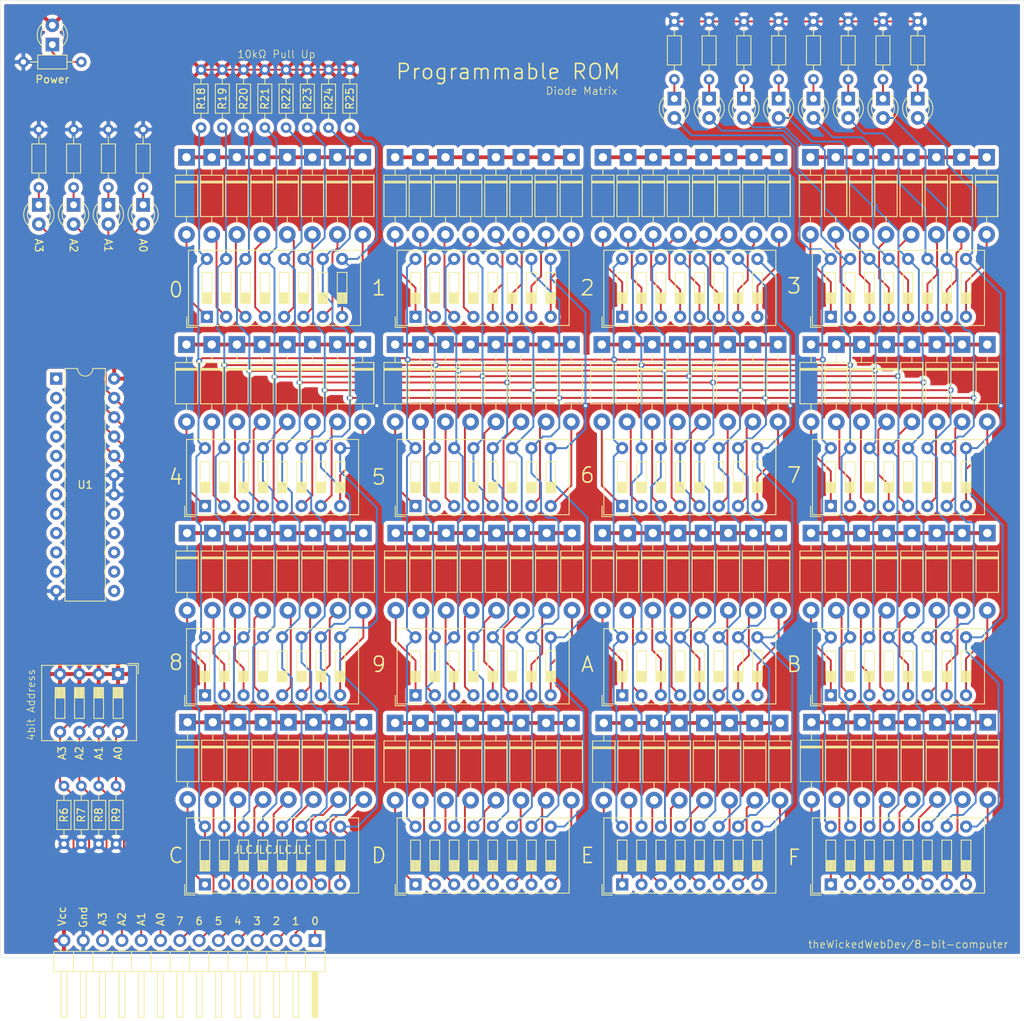
<source format=kicad_pcb>
(kicad_pcb (version 20171130) (host pcbnew "(5.1.10-1-10_14)")
  (layers (0 F.Cu signal) (31 B.Cu signal) (34 B.Paste user) (35 F.Paste user) (36 B.SilkS user) (37 F.SilkS user) (38 B.Mask user) (39 F.Mask user) (44 Edge.Cuts user))
  (net 0 "")
  (net 1 "Net-(D1-Pad1)")
  (net 2 H)
  (net 3 G)
  (net 4 F)
  (net 5 E)
  (net 6 D)
  (net 7 C)
  (net 8 B)
  (net 9 A)
  (net 10 VCC)
  (net 11 GND)
  (net 12 "Net-(D2-Pad2)")
  (net 13 "Net-(D2-Pad1)")
  (net 14 "Net-(D3-Pad2)")
  (net 15 "Net-(D4-Pad2)")
  (net 16 "Net-(D5-Pad2)")
  (net 17 "Net-(D10-Pad1)")
  (net 18 "Net-(D3-Pad1)")
  (net 19 "Net-(D4-Pad1)")
  (net 20 "Net-(D5-Pad1)")
  (net 21 "Net-(D6-Pad1)")
  (net 22 "Net-(D7-Pad1)")
  (net 23 "Net-(D8-Pad1)")
  (net 24 "Net-(D9-Pad1)")
  (net 25 "Net-(D11-Pad1)")
  (net 26 "Net-(D12-Pad1)")
  (net 27 "Net-(D13-Pad1)")
  (net 28 "Net-(J4-Pad16)")
  (net 29 "Net-(J4-Pad14)")
  (net 30 "Net-(J4-Pad12)")
  (net 31 "Net-(J4-Pad10)")
  (net 32 "Net-(J4-Pad8)")
  (net 33 "Net-(J4-Pad6)")
  (net 34 "Net-(J4-Pad4)")
  (net 35 "Net-(J4-Pad2)")
  (net 36 "Net-(J5-Pad16)")
  (net 37 "Net-(J5-Pad14)")
  (net 38 "Net-(J5-Pad12)")
  (net 39 "Net-(J5-Pad10)")
  (net 40 "Net-(J5-Pad8)")
  (net 41 "Net-(J5-Pad6)")
  (net 42 "Net-(J5-Pad4)")
  (net 43 "Net-(J5-Pad2)")
  (net 44 "Net-(U1-Pad11)")
  (net 45 "Net-(U1-Pad10)")
  (net 46 "Net-(U1-Pad9)")
  (net 47 "Net-(U1-Pad8)")
  (net 48 "Net-(U1-Pad7)")
  (net 49 "Net-(U1-Pad6)")
  (net 50 "Net-(U1-Pad17)")
  (net 51 "Net-(U1-Pad5)")
  (net 52 "Net-(U1-Pad16)")
  (net 53 "Net-(U1-Pad4)")
  (net 54 "Net-(U1-Pad15)")
  (net 55 "Net-(U1-Pad3)")
  (net 56 "Net-(U1-Pad14)")
  (net 57 "Net-(U1-Pad2)")
  (net 58 "Net-(U1-Pad13)")
  (net 59 "Net-(U1-Pad1)")
  (net 60 "Net-(J4-Pad1)")
  (net 61 "Net-(J5-Pad1)")
  (net 62 "Net-(J6-Pad16)")
  (net 63 "Net-(J6-Pad1)")
  (net 64 "Net-(J6-Pad14)")
  (net 65 "Net-(J6-Pad10)")
  (net 66 "Net-(J6-Pad8)")
  (net 67 "Net-(J6-Pad12)")
  (net 68 "Net-(J6-Pad6)")
  (net 69 "Net-(J6-Pad4)")
  (net 70 "Net-(J6-Pad2)")
  (net 71 "Net-(J7-Pad16)")
  (net 72 "Net-(J7-Pad1)")
  (net 73 "Net-(J7-Pad14)")
  (net 74 "Net-(J7-Pad10)")
  (net 75 "Net-(J7-Pad8)")
  (net 76 "Net-(J7-Pad12)")
  (net 77 "Net-(J7-Pad6)")
  (net 78 "Net-(J7-Pad4)")
  (net 79 "Net-(J7-Pad2)")
  (net 80 "Net-(J8-Pad16)")
  (net 81 "Net-(J8-Pad1)")
  (net 82 "Net-(J8-Pad14)")
  (net 83 "Net-(J8-Pad10)")
  (net 84 "Net-(J8-Pad8)")
  (net 85 "Net-(J8-Pad12)")
  (net 86 "Net-(J8-Pad6)")
  (net 87 "Net-(J8-Pad4)")
  (net 88 "Net-(J8-Pad2)")
  (net 89 "Net-(J9-Pad16)")
  (net 90 "Net-(J9-Pad1)")
  (net 91 "Net-(J9-Pad14)")
  (net 92 "Net-(J9-Pad10)")
  (net 93 "Net-(J9-Pad8)")
  (net 94 "Net-(J9-Pad12)")
  (net 95 "Net-(J9-Pad6)")
  (net 96 "Net-(J9-Pad4)")
  (net 97 "Net-(J9-Pad2)")
  (net 98 "Net-(J10-Pad16)")
  (net 99 "Net-(J10-Pad1)")
  (net 100 "Net-(J10-Pad14)")
  (net 101 "Net-(J10-Pad10)")
  (net 102 "Net-(J10-Pad8)")
  (net 103 "Net-(J10-Pad12)")
  (net 104 "Net-(J10-Pad6)")
  (net 105 "Net-(J10-Pad4)")
  (net 106 "Net-(J10-Pad2)")
  (net 107 "Net-(J11-Pad16)")
  (net 108 "Net-(J11-Pad1)")
  (net 109 "Net-(J11-Pad14)")
  (net 110 "Net-(J11-Pad10)")
  (net 111 "Net-(J11-Pad8)")
  (net 112 "Net-(J11-Pad12)")
  (net 113 "Net-(J11-Pad6)")
  (net 114 "Net-(J11-Pad4)")
  (net 115 "Net-(J11-Pad2)")
  (net 116 "Net-(J12-Pad16)")
  (net 117 "Net-(J12-Pad1)")
  (net 118 "Net-(J12-Pad14)")
  (net 119 "Net-(J12-Pad10)")
  (net 120 "Net-(J12-Pad8)")
  (net 121 "Net-(J12-Pad12)")
  (net 122 "Net-(J12-Pad6)")
  (net 123 "Net-(J12-Pad4)")
  (net 124 "Net-(J12-Pad2)")
  (net 125 "Net-(J13-Pad16)")
  (net 126 "Net-(J13-Pad1)")
  (net 127 "Net-(J13-Pad14)")
  (net 128 "Net-(J13-Pad10)")
  (net 129 "Net-(J13-Pad8)")
  (net 130 "Net-(J13-Pad12)")
  (net 131 "Net-(J13-Pad6)")
  (net 132 "Net-(J13-Pad4)")
  (net 133 "Net-(J13-Pad2)")
  (net 134 "Net-(J14-Pad16)")
  (net 135 "Net-(J14-Pad1)")
  (net 136 "Net-(J14-Pad14)")
  (net 137 "Net-(J14-Pad10)")
  (net 138 "Net-(J14-Pad8)")
  (net 139 "Net-(J14-Pad12)")
  (net 140 "Net-(J14-Pad6)")
  (net 141 "Net-(J14-Pad4)")
  (net 142 "Net-(J14-Pad2)")
  (net 143 "Net-(J15-Pad16)")
  (net 144 "Net-(J15-Pad1)")
  (net 145 "Net-(J15-Pad14)")
  (net 146 "Net-(J15-Pad10)")
  (net 147 "Net-(J15-Pad8)")
  (net 148 "Net-(J15-Pad12)")
  (net 149 "Net-(J15-Pad6)")
  (net 150 "Net-(J15-Pad4)")
  (net 151 "Net-(J15-Pad2)")
  (net 152 "Net-(J16-Pad16)")
  (net 153 "Net-(J16-Pad1)")
  (net 154 "Net-(J16-Pad14)")
  (net 155 "Net-(J16-Pad10)")
  (net 156 "Net-(J16-Pad8)")
  (net 157 "Net-(J16-Pad12)")
  (net 158 "Net-(J16-Pad6)")
  (net 159 "Net-(J16-Pad4)")
  (net 160 "Net-(J16-Pad2)")
  (net 161 "Net-(J17-Pad16)")
  (net 162 "Net-(J17-Pad1)")
  (net 163 "Net-(J17-Pad14)")
  (net 164 "Net-(J17-Pad10)")
  (net 165 "Net-(J17-Pad8)")
  (net 166 "Net-(J17-Pad12)")
  (net 167 "Net-(J17-Pad6)")
  (net 168 "Net-(J17-Pad4)")
  (net 169 "Net-(J17-Pad2)")
  (net 170 "Net-(J18-Pad16)")
  (net 171 "Net-(J18-Pad1)")
  (net 172 "Net-(J18-Pad14)")
  (net 173 "Net-(J18-Pad10)")
  (net 174 "Net-(J18-Pad8)")
  (net 175 "Net-(J18-Pad12)")
  (net 176 "Net-(J18-Pad6)")
  (net 177 "Net-(J18-Pad4)")
  (net 178 "Net-(J18-Pad2)")
  (net 179 "Net-(J19-Pad16)")
  (net 180 "Net-(J19-Pad1)")
  (net 181 "Net-(J19-Pad14)")
  (net 182 "Net-(J19-Pad10)")
  (net 183 "Net-(J19-Pad8)")
  (net 184 "Net-(J19-Pad12)")
  (net 185 "Net-(J19-Pad6)")
  (net 186 "Net-(J19-Pad4)")
  (net 187 "Net-(J19-Pad2)")
  (module Connector_PinHeader_2.54mm:PinHeader_1x14_P2.54mm_Horizontal (layer F.Cu) (at 73.66 147.828 270)
    (fp_text reference J1 hide)
    (fp_text value Conn_01x14)
    (pad 14 thru_hole oval (at 0 33.02 270) (size 1.7 1.7) (drill 1) (layers *.Cu *.Mask) (net 10 VCC))
    (pad 13 thru_hole oval (at 0 30.48 270) (size 1.7 1.7) (drill 1) (layers *.Cu *.Mask) (net 11 GND))
    (pad 12 thru_hole oval (at 0 27.94 270) (size 1.7 1.7) (drill 1) (layers *.Cu *.Mask) (net 12 "Net-(D2-Pad2)"))
    (pad 11 thru_hole oval (at 0 25.4 270) (size 1.7 1.7) (drill 1) (layers *.Cu *.Mask) (net 14 "Net-(D3-Pad2)"))
    (pad 10 thru_hole oval (at 0 22.86 270) (size 1.7 1.7) (drill 1) (layers *.Cu *.Mask) (net 15 "Net-(D4-Pad2)"))
    (pad 9 thru_hole oval (at 0 20.32 270) (size 1.7 1.7) (drill 1) (layers *.Cu *.Mask) (net 16 "Net-(D5-Pad2)"))
    (pad 8 thru_hole oval (at 0 17.78 270) (size 1.7 1.7) (drill 1) (layers *.Cu *.Mask) (net 9 A))
    (pad 7 thru_hole oval (at 0 15.24 270) (size 1.7 1.7) (drill 1) (layers *.Cu *.Mask) (net 8 B))
    (pad 6 thru_hole oval (at 0 12.7 270) (size 1.7 1.7) (drill 1) (layers *.Cu *.Mask) (net 7 C))
    (pad 5 thru_hole oval (at 0 10.16 270) (size 1.7 1.7) (drill 1) (layers *.Cu *.Mask) (net 6 D))
    (pad 4 thru_hole oval (at 0 7.62 270) (size 1.7 1.7) (drill 1) (layers *.Cu *.Mask) (net 5 E))
    (pad 3 thru_hole oval (at 0 5.08 270) (size 1.7 1.7) (drill 1) (layers *.Cu *.Mask) (net 4 F))
    (pad 2 thru_hole oval (at 0 2.54 270) (size 1.7 1.7) (drill 1) (layers *.Cu *.Mask) (net 3 G))
    (pad 1 thru_hole rect (at 0 0 270) (size 1.7 1.7) (drill 1) (layers *.Cu *.Mask) (net 2 H))
  )
  (module 8-bit-computer:Diode_Array_1x08 (layer F.Cu) (at 151.778 124.116 270)
    (fp_text reference J19 hide)
    (fp_text value Conn_02x08_Odd_Even)
    (pad 16 thru_hole oval (at 5.17 -10.33 270) (size 2.2 2.2) (drill 1.1) (layers *.Cu *.Mask) (net 179 "Net-(J19-Pad16)"))
    (pad 15 thru_hole rect (at -4.99 -10.33 270) (size 2.2 2.2) (drill 1.1) (layers *.Cu *.Mask) (net 180 "Net-(J19-Pad1)"))
    (pad 13 thru_hole rect (at -4.99 -7.01 270) (size 2.2 2.2) (drill 1.1) (layers *.Cu *.Mask) (net 180 "Net-(J19-Pad1)"))
    (pad 14 thru_hole oval (at 5.17 -7.01 270) (size 2.2 2.2) (drill 1.1) (layers *.Cu *.Mask) (net 181 "Net-(J19-Pad14)"))
    (pad 10 thru_hole oval (at 5.17 -0.41 270) (size 2.2 2.2) (drill 1.1) (layers *.Cu *.Mask) (net 182 "Net-(J19-Pad10)"))
    (pad 9 thru_hole rect (at -4.99 -0.41 270) (size 2.2 2.2) (drill 1.1) (layers *.Cu *.Mask) (net 180 "Net-(J19-Pad1)"))
    (pad 7 thru_hole rect (at -4.99 2.91 270) (size 2.2 2.2) (drill 1.1) (layers *.Cu *.Mask) (net 180 "Net-(J19-Pad1)"))
    (pad 8 thru_hole oval (at 5.17 2.91 270) (size 2.2 2.2) (drill 1.1) (layers *.Cu *.Mask) (net 183 "Net-(J19-Pad8)"))
    (pad 11 thru_hole rect (at -4.99 -3.71 270) (size 2.2 2.2) (drill 1.1) (layers *.Cu *.Mask) (net 180 "Net-(J19-Pad1)"))
    (pad 12 thru_hole oval (at 5.17 -3.71 270) (size 2.2 2.2) (drill 1.1) (layers *.Cu *.Mask) (net 184 "Net-(J19-Pad12)"))
    (pad 6 thru_hole oval (at 5.17 6.22 270) (size 2.2 2.2) (drill 1.1) (layers *.Cu *.Mask) (net 185 "Net-(J19-Pad6)"))
    (pad 5 thru_hole rect (at -4.99 6.22 270) (size 2.2 2.2) (drill 1.1) (layers *.Cu *.Mask) (net 180 "Net-(J19-Pad1)"))
    (pad 4 thru_hole oval (at 5.17 9.52 270) (size 2.2 2.2) (drill 1.1) (layers *.Cu *.Mask) (net 186 "Net-(J19-Pad4)"))
    (pad 3 thru_hole rect (at -4.99 9.52 270) (size 2.2 2.2) (drill 1.1) (layers *.Cu *.Mask) (net 180 "Net-(J19-Pad1)"))
    (pad 1 thru_hole rect (at -4.99 12.84 270) (size 2.2 2.2) (drill 1.1) (layers *.Cu *.Mask) (net 180 "Net-(J19-Pad1)"))
    (pad 2 thru_hole oval (at 5.17 12.84 270) (size 2.2 2.2) (drill 1.1) (layers *.Cu *.Mask) (net 187 "Net-(J19-Pad2)"))
  )
  (module 8-bit-computer:Diode_Array_1x08 (layer F.Cu) (at 124.46 124.206 270)
    (fp_text reference J18 hide)
    (fp_text value Conn_02x08_Odd_Even)
    (pad 16 thru_hole oval (at 5.17 -10.33 270) (size 2.2 2.2) (drill 1.1) (layers *.Cu *.Mask) (net 170 "Net-(J18-Pad16)"))
    (pad 15 thru_hole rect (at -4.99 -10.33 270) (size 2.2 2.2) (drill 1.1) (layers *.Cu *.Mask) (net 171 "Net-(J18-Pad1)"))
    (pad 13 thru_hole rect (at -4.99 -7.01 270) (size 2.2 2.2) (drill 1.1) (layers *.Cu *.Mask) (net 171 "Net-(J18-Pad1)"))
    (pad 14 thru_hole oval (at 5.17 -7.01 270) (size 2.2 2.2) (drill 1.1) (layers *.Cu *.Mask) (net 172 "Net-(J18-Pad14)"))
    (pad 10 thru_hole oval (at 5.17 -0.41 270) (size 2.2 2.2) (drill 1.1) (layers *.Cu *.Mask) (net 173 "Net-(J18-Pad10)"))
    (pad 9 thru_hole rect (at -4.99 -0.41 270) (size 2.2 2.2) (drill 1.1) (layers *.Cu *.Mask) (net 171 "Net-(J18-Pad1)"))
    (pad 7 thru_hole rect (at -4.99 2.91 270) (size 2.2 2.2) (drill 1.1) (layers *.Cu *.Mask) (net 171 "Net-(J18-Pad1)"))
    (pad 8 thru_hole oval (at 5.17 2.91 270) (size 2.2 2.2) (drill 1.1) (layers *.Cu *.Mask) (net 174 "Net-(J18-Pad8)"))
    (pad 11 thru_hole rect (at -4.99 -3.71 270) (size 2.2 2.2) (drill 1.1) (layers *.Cu *.Mask) (net 171 "Net-(J18-Pad1)"))
    (pad 12 thru_hole oval (at 5.17 -3.71 270) (size 2.2 2.2) (drill 1.1) (layers *.Cu *.Mask) (net 175 "Net-(J18-Pad12)"))
    (pad 6 thru_hole oval (at 5.17 6.22 270) (size 2.2 2.2) (drill 1.1) (layers *.Cu *.Mask) (net 176 "Net-(J18-Pad6)"))
    (pad 5 thru_hole rect (at -4.99 6.22 270) (size 2.2 2.2) (drill 1.1) (layers *.Cu *.Mask) (net 171 "Net-(J18-Pad1)"))
    (pad 4 thru_hole oval (at 5.17 9.52 270) (size 2.2 2.2) (drill 1.1) (layers *.Cu *.Mask) (net 177 "Net-(J18-Pad4)"))
    (pad 3 thru_hole rect (at -4.99 9.52 270) (size 2.2 2.2) (drill 1.1) (layers *.Cu *.Mask) (net 171 "Net-(J18-Pad1)"))
    (pad 1 thru_hole rect (at -4.99 12.84 270) (size 2.2 2.2) (drill 1.1) (layers *.Cu *.Mask) (net 171 "Net-(J18-Pad1)"))
    (pad 2 thru_hole oval (at 5.17 12.84 270) (size 2.2 2.2) (drill 1.1) (layers *.Cu *.Mask) (net 178 "Net-(J18-Pad2)"))
  )
  (module 8-bit-computer:Diode_Array_1x08 (layer F.Cu) (at 97.028 124.206 270)
    (fp_text reference J17 hide)
    (fp_text value Conn_02x08_Odd_Even)
    (pad 16 thru_hole oval (at 5.17 -10.33 270) (size 2.2 2.2) (drill 1.1) (layers *.Cu *.Mask) (net 161 "Net-(J17-Pad16)"))
    (pad 15 thru_hole rect (at -4.99 -10.33 270) (size 2.2 2.2) (drill 1.1) (layers *.Cu *.Mask) (net 162 "Net-(J17-Pad1)"))
    (pad 13 thru_hole rect (at -4.99 -7.01 270) (size 2.2 2.2) (drill 1.1) (layers *.Cu *.Mask) (net 162 "Net-(J17-Pad1)"))
    (pad 14 thru_hole oval (at 5.17 -7.01 270) (size 2.2 2.2) (drill 1.1) (layers *.Cu *.Mask) (net 163 "Net-(J17-Pad14)"))
    (pad 10 thru_hole oval (at 5.17 -0.41 270) (size 2.2 2.2) (drill 1.1) (layers *.Cu *.Mask) (net 164 "Net-(J17-Pad10)"))
    (pad 9 thru_hole rect (at -4.99 -0.41 270) (size 2.2 2.2) (drill 1.1) (layers *.Cu *.Mask) (net 162 "Net-(J17-Pad1)"))
    (pad 7 thru_hole rect (at -4.99 2.91 270) (size 2.2 2.2) (drill 1.1) (layers *.Cu *.Mask) (net 162 "Net-(J17-Pad1)"))
    (pad 8 thru_hole oval (at 5.17 2.91 270) (size 2.2 2.2) (drill 1.1) (layers *.Cu *.Mask) (net 165 "Net-(J17-Pad8)"))
    (pad 11 thru_hole rect (at -4.99 -3.71 270) (size 2.2 2.2) (drill 1.1) (layers *.Cu *.Mask) (net 162 "Net-(J17-Pad1)"))
    (pad 12 thru_hole oval (at 5.17 -3.71 270) (size 2.2 2.2) (drill 1.1) (layers *.Cu *.Mask) (net 166 "Net-(J17-Pad12)"))
    (pad 6 thru_hole oval (at 5.17 6.22 270) (size 2.2 2.2) (drill 1.1) (layers *.Cu *.Mask) (net 167 "Net-(J17-Pad6)"))
    (pad 5 thru_hole rect (at -4.99 6.22 270) (size 2.2 2.2) (drill 1.1) (layers *.Cu *.Mask) (net 162 "Net-(J17-Pad1)"))
    (pad 4 thru_hole oval (at 5.17 9.52 270) (size 2.2 2.2) (drill 1.1) (layers *.Cu *.Mask) (net 168 "Net-(J17-Pad4)"))
    (pad 3 thru_hole rect (at -4.99 9.52 270) (size 2.2 2.2) (drill 1.1) (layers *.Cu *.Mask) (net 162 "Net-(J17-Pad1)"))
    (pad 1 thru_hole rect (at -4.99 12.84 270) (size 2.2 2.2) (drill 1.1) (layers *.Cu *.Mask) (net 162 "Net-(J17-Pad1)"))
    (pad 2 thru_hole oval (at 5.17 12.84 270) (size 2.2 2.2) (drill 1.1) (layers *.Cu *.Mask) (net 169 "Net-(J17-Pad2)"))
  )
  (module 8-bit-computer:Diode_Array_1x08 (layer F.Cu) (at 69.736 124.116 270)
    (fp_text reference J16 hide)
    (fp_text value Conn_02x08_Odd_Even)
    (pad 16 thru_hole oval (at 5.17 -10.33 270) (size 2.2 2.2) (drill 1.1) (layers *.Cu *.Mask) (net 152 "Net-(J16-Pad16)"))
    (pad 15 thru_hole rect (at -4.99 -10.33 270) (size 2.2 2.2) (drill 1.1) (layers *.Cu *.Mask) (net 153 "Net-(J16-Pad1)"))
    (pad 13 thru_hole rect (at -4.99 -7.01 270) (size 2.2 2.2) (drill 1.1) (layers *.Cu *.Mask) (net 153 "Net-(J16-Pad1)"))
    (pad 14 thru_hole oval (at 5.17 -7.01 270) (size 2.2 2.2) (drill 1.1) (layers *.Cu *.Mask) (net 154 "Net-(J16-Pad14)"))
    (pad 10 thru_hole oval (at 5.17 -0.41 270) (size 2.2 2.2) (drill 1.1) (layers *.Cu *.Mask) (net 155 "Net-(J16-Pad10)"))
    (pad 9 thru_hole rect (at -4.99 -0.41 270) (size 2.2 2.2) (drill 1.1) (layers *.Cu *.Mask) (net 153 "Net-(J16-Pad1)"))
    (pad 7 thru_hole rect (at -4.99 2.91 270) (size 2.2 2.2) (drill 1.1) (layers *.Cu *.Mask) (net 153 "Net-(J16-Pad1)"))
    (pad 8 thru_hole oval (at 5.17 2.91 270) (size 2.2 2.2) (drill 1.1) (layers *.Cu *.Mask) (net 156 "Net-(J16-Pad8)"))
    (pad 11 thru_hole rect (at -4.99 -3.71 270) (size 2.2 2.2) (drill 1.1) (layers *.Cu *.Mask) (net 153 "Net-(J16-Pad1)"))
    (pad 12 thru_hole oval (at 5.17 -3.71 270) (size 2.2 2.2) (drill 1.1) (layers *.Cu *.Mask) (net 157 "Net-(J16-Pad12)"))
    (pad 6 thru_hole oval (at 5.17 6.22 270) (size 2.2 2.2) (drill 1.1) (layers *.Cu *.Mask) (net 158 "Net-(J16-Pad6)"))
    (pad 5 thru_hole rect (at -4.99 6.22 270) (size 2.2 2.2) (drill 1.1) (layers *.Cu *.Mask) (net 153 "Net-(J16-Pad1)"))
    (pad 4 thru_hole oval (at 5.17 9.52 270) (size 2.2 2.2) (drill 1.1) (layers *.Cu *.Mask) (net 159 "Net-(J16-Pad4)"))
    (pad 3 thru_hole rect (at -4.99 9.52 270) (size 2.2 2.2) (drill 1.1) (layers *.Cu *.Mask) (net 153 "Net-(J16-Pad1)"))
    (pad 1 thru_hole rect (at -4.99 12.84 270) (size 2.2 2.2) (drill 1.1) (layers *.Cu *.Mask) (net 153 "Net-(J16-Pad1)"))
    (pad 2 thru_hole oval (at 5.17 12.84 270) (size 2.2 2.2) (drill 1.1) (layers *.Cu *.Mask) (net 160 "Net-(J16-Pad2)"))
  )
  (module 8-bit-computer:Diode_Array_1x08 (layer F.Cu) (at 151.722 99.224 270)
    (fp_text reference J15 hide)
    (fp_text value Conn_02x08_Odd_Even)
    (pad 16 thru_hole oval (at 5.17 -10.33 270) (size 2.2 2.2) (drill 1.1) (layers *.Cu *.Mask) (net 143 "Net-(J15-Pad16)"))
    (pad 15 thru_hole rect (at -4.99 -10.33 270) (size 2.2 2.2) (drill 1.1) (layers *.Cu *.Mask) (net 144 "Net-(J15-Pad1)"))
    (pad 13 thru_hole rect (at -4.99 -7.01 270) (size 2.2 2.2) (drill 1.1) (layers *.Cu *.Mask) (net 144 "Net-(J15-Pad1)"))
    (pad 14 thru_hole oval (at 5.17 -7.01 270) (size 2.2 2.2) (drill 1.1) (layers *.Cu *.Mask) (net 145 "Net-(J15-Pad14)"))
    (pad 10 thru_hole oval (at 5.17 -0.41 270) (size 2.2 2.2) (drill 1.1) (layers *.Cu *.Mask) (net 146 "Net-(J15-Pad10)"))
    (pad 9 thru_hole rect (at -4.99 -0.41 270) (size 2.2 2.2) (drill 1.1) (layers *.Cu *.Mask) (net 144 "Net-(J15-Pad1)"))
    (pad 7 thru_hole rect (at -4.99 2.91 270) (size 2.2 2.2) (drill 1.1) (layers *.Cu *.Mask) (net 144 "Net-(J15-Pad1)"))
    (pad 8 thru_hole oval (at 5.17 2.91 270) (size 2.2 2.2) (drill 1.1) (layers *.Cu *.Mask) (net 147 "Net-(J15-Pad8)"))
    (pad 11 thru_hole rect (at -4.99 -3.71 270) (size 2.2 2.2) (drill 1.1) (layers *.Cu *.Mask) (net 144 "Net-(J15-Pad1)"))
    (pad 12 thru_hole oval (at 5.17 -3.71 270) (size 2.2 2.2) (drill 1.1) (layers *.Cu *.Mask) (net 148 "Net-(J15-Pad12)"))
    (pad 6 thru_hole oval (at 5.17 6.22 270) (size 2.2 2.2) (drill 1.1) (layers *.Cu *.Mask) (net 149 "Net-(J15-Pad6)"))
    (pad 5 thru_hole rect (at -4.99 6.22 270) (size 2.2 2.2) (drill 1.1) (layers *.Cu *.Mask) (net 144 "Net-(J15-Pad1)"))
    (pad 4 thru_hole oval (at 5.17 9.52 270) (size 2.2 2.2) (drill 1.1) (layers *.Cu *.Mask) (net 150 "Net-(J15-Pad4)"))
    (pad 3 thru_hole rect (at -4.99 9.52 270) (size 2.2 2.2) (drill 1.1) (layers *.Cu *.Mask) (net 144 "Net-(J15-Pad1)"))
    (pad 1 thru_hole rect (at -4.99 12.84 270) (size 2.2 2.2) (drill 1.1) (layers *.Cu *.Mask) (net 144 "Net-(J15-Pad1)"))
    (pad 2 thru_hole oval (at 5.17 12.84 270) (size 2.2 2.2) (drill 1.1) (layers *.Cu *.Mask) (net 151 "Net-(J15-Pad2)"))
  )
  (module 8-bit-computer:Diode_Array_1x08 (layer F.Cu) (at 124.29 99.224 270)
    (fp_text reference J14 hide)
    (fp_text value Conn_02x08_Odd_Even)
    (pad 16 thru_hole oval (at 5.17 -10.33 270) (size 2.2 2.2) (drill 1.1) (layers *.Cu *.Mask) (net 134 "Net-(J14-Pad16)"))
    (pad 15 thru_hole rect (at -4.99 -10.33 270) (size 2.2 2.2) (drill 1.1) (layers *.Cu *.Mask) (net 135 "Net-(J14-Pad1)"))
    (pad 13 thru_hole rect (at -4.99 -7.01 270) (size 2.2 2.2) (drill 1.1) (layers *.Cu *.Mask) (net 135 "Net-(J14-Pad1)"))
    (pad 14 thru_hole oval (at 5.17 -7.01 270) (size 2.2 2.2) (drill 1.1) (layers *.Cu *.Mask) (net 136 "Net-(J14-Pad14)"))
    (pad 10 thru_hole oval (at 5.17 -0.41 270) (size 2.2 2.2) (drill 1.1) (layers *.Cu *.Mask) (net 137 "Net-(J14-Pad10)"))
    (pad 9 thru_hole rect (at -4.99 -0.41 270) (size 2.2 2.2) (drill 1.1) (layers *.Cu *.Mask) (net 135 "Net-(J14-Pad1)"))
    (pad 7 thru_hole rect (at -4.99 2.91 270) (size 2.2 2.2) (drill 1.1) (layers *.Cu *.Mask) (net 135 "Net-(J14-Pad1)"))
    (pad 8 thru_hole oval (at 5.17 2.91 270) (size 2.2 2.2) (drill 1.1) (layers *.Cu *.Mask) (net 138 "Net-(J14-Pad8)"))
    (pad 11 thru_hole rect (at -4.99 -3.71 270) (size 2.2 2.2) (drill 1.1) (layers *.Cu *.Mask) (net 135 "Net-(J14-Pad1)"))
    (pad 12 thru_hole oval (at 5.17 -3.71 270) (size 2.2 2.2) (drill 1.1) (layers *.Cu *.Mask) (net 139 "Net-(J14-Pad12)"))
    (pad 6 thru_hole oval (at 5.17 6.22 270) (size 2.2 2.2) (drill 1.1) (layers *.Cu *.Mask) (net 140 "Net-(J14-Pad6)"))
    (pad 5 thru_hole rect (at -4.99 6.22 270) (size 2.2 2.2) (drill 1.1) (layers *.Cu *.Mask) (net 135 "Net-(J14-Pad1)"))
    (pad 4 thru_hole oval (at 5.17 9.52 270) (size 2.2 2.2) (drill 1.1) (layers *.Cu *.Mask) (net 141 "Net-(J14-Pad4)"))
    (pad 3 thru_hole rect (at -4.99 9.52 270) (size 2.2 2.2) (drill 1.1) (layers *.Cu *.Mask) (net 135 "Net-(J14-Pad1)"))
    (pad 1 thru_hole rect (at -4.99 12.84 270) (size 2.2 2.2) (drill 1.1) (layers *.Cu *.Mask) (net 135 "Net-(J14-Pad1)"))
    (pad 2 thru_hole oval (at 5.17 12.84 270) (size 2.2 2.2) (drill 1.1) (layers *.Cu *.Mask) (net 142 "Net-(J14-Pad2)"))
  )
  (module 8-bit-computer:Diode_Array_1x08 (layer F.Cu) (at 97.112 99.224 270)
    (fp_text reference J13 hide)
    (fp_text value Conn_02x08_Odd_Even)
    (pad 16 thru_hole oval (at 5.17 -10.33 270) (size 2.2 2.2) (drill 1.1) (layers *.Cu *.Mask) (net 125 "Net-(J13-Pad16)"))
    (pad 15 thru_hole rect (at -4.99 -10.33 270) (size 2.2 2.2) (drill 1.1) (layers *.Cu *.Mask) (net 126 "Net-(J13-Pad1)"))
    (pad 13 thru_hole rect (at -4.99 -7.01 270) (size 2.2 2.2) (drill 1.1) (layers *.Cu *.Mask) (net 126 "Net-(J13-Pad1)"))
    (pad 14 thru_hole oval (at 5.17 -7.01 270) (size 2.2 2.2) (drill 1.1) (layers *.Cu *.Mask) (net 127 "Net-(J13-Pad14)"))
    (pad 10 thru_hole oval (at 5.17 -0.41 270) (size 2.2 2.2) (drill 1.1) (layers *.Cu *.Mask) (net 128 "Net-(J13-Pad10)"))
    (pad 9 thru_hole rect (at -4.99 -0.41 270) (size 2.2 2.2) (drill 1.1) (layers *.Cu *.Mask) (net 126 "Net-(J13-Pad1)"))
    (pad 7 thru_hole rect (at -4.99 2.91 270) (size 2.2 2.2) (drill 1.1) (layers *.Cu *.Mask) (net 126 "Net-(J13-Pad1)"))
    (pad 8 thru_hole oval (at 5.17 2.91 270) (size 2.2 2.2) (drill 1.1) (layers *.Cu *.Mask) (net 129 "Net-(J13-Pad8)"))
    (pad 11 thru_hole rect (at -4.99 -3.71 270) (size 2.2 2.2) (drill 1.1) (layers *.Cu *.Mask) (net 126 "Net-(J13-Pad1)"))
    (pad 12 thru_hole oval (at 5.17 -3.71 270) (size 2.2 2.2) (drill 1.1) (layers *.Cu *.Mask) (net 130 "Net-(J13-Pad12)"))
    (pad 6 thru_hole oval (at 5.17 6.22 270) (size 2.2 2.2) (drill 1.1) (layers *.Cu *.Mask) (net 131 "Net-(J13-Pad6)"))
    (pad 5 thru_hole rect (at -4.99 6.22 270) (size 2.2 2.2) (drill 1.1) (layers *.Cu *.Mask) (net 126 "Net-(J13-Pad1)"))
    (pad 4 thru_hole oval (at 5.17 9.52 270) (size 2.2 2.2) (drill 1.1) (layers *.Cu *.Mask) (net 132 "Net-(J13-Pad4)"))
    (pad 3 thru_hole rect (at -4.99 9.52 270) (size 2.2 2.2) (drill 1.1) (layers *.Cu *.Mask) (net 126 "Net-(J13-Pad1)"))
    (pad 1 thru_hole rect (at -4.99 12.84 270) (size 2.2 2.2) (drill 1.1) (layers *.Cu *.Mask) (net 126 "Net-(J13-Pad1)"))
    (pad 2 thru_hole oval (at 5.17 12.84 270) (size 2.2 2.2) (drill 1.1) (layers *.Cu *.Mask) (net 133 "Net-(J13-Pad2)"))
  )
  (module 8-bit-computer:Diode_Array_1x08 (layer F.Cu) (at 69.68 99.224 270)
    (fp_text reference J12 hide)
    (fp_text value Conn_02x08_Odd_Even)
    (pad 16 thru_hole oval (at 5.17 -10.33 270) (size 2.2 2.2) (drill 1.1) (layers *.Cu *.Mask) (net 116 "Net-(J12-Pad16)"))
    (pad 15 thru_hole rect (at -4.99 -10.33 270) (size 2.2 2.2) (drill 1.1) (layers *.Cu *.Mask) (net 117 "Net-(J12-Pad1)"))
    (pad 13 thru_hole rect (at -4.99 -7.01 270) (size 2.2 2.2) (drill 1.1) (layers *.Cu *.Mask) (net 117 "Net-(J12-Pad1)"))
    (pad 14 thru_hole oval (at 5.17 -7.01 270) (size 2.2 2.2) (drill 1.1) (layers *.Cu *.Mask) (net 118 "Net-(J12-Pad14)"))
    (pad 10 thru_hole oval (at 5.17 -0.41 270) (size 2.2 2.2) (drill 1.1) (layers *.Cu *.Mask) (net 119 "Net-(J12-Pad10)"))
    (pad 9 thru_hole rect (at -4.99 -0.41 270) (size 2.2 2.2) (drill 1.1) (layers *.Cu *.Mask) (net 117 "Net-(J12-Pad1)"))
    (pad 7 thru_hole rect (at -4.99 2.91 270) (size 2.2 2.2) (drill 1.1) (layers *.Cu *.Mask) (net 117 "Net-(J12-Pad1)"))
    (pad 8 thru_hole oval (at 5.17 2.91 270) (size 2.2 2.2) (drill 1.1) (layers *.Cu *.Mask) (net 120 "Net-(J12-Pad8)"))
    (pad 11 thru_hole rect (at -4.99 -3.71 270) (size 2.2 2.2) (drill 1.1) (layers *.Cu *.Mask) (net 117 "Net-(J12-Pad1)"))
    (pad 12 thru_hole oval (at 5.17 -3.71 270) (size 2.2 2.2) (drill 1.1) (layers *.Cu *.Mask) (net 121 "Net-(J12-Pad12)"))
    (pad 6 thru_hole oval (at 5.17 6.22 270) (size 2.2 2.2) (drill 1.1) (layers *.Cu *.Mask) (net 122 "Net-(J12-Pad6)"))
    (pad 5 thru_hole rect (at -4.99 6.22 270) (size 2.2 2.2) (drill 1.1) (layers *.Cu *.Mask) (net 117 "Net-(J12-Pad1)"))
    (pad 4 thru_hole oval (at 5.17 9.52 270) (size 2.2 2.2) (drill 1.1) (layers *.Cu *.Mask) (net 123 "Net-(J12-Pad4)"))
    (pad 3 thru_hole rect (at -4.99 9.52 270) (size 2.2 2.2) (drill 1.1) (layers *.Cu *.Mask) (net 117 "Net-(J12-Pad1)"))
    (pad 1 thru_hole rect (at -4.99 12.84 270) (size 2.2 2.2) (drill 1.1) (layers *.Cu *.Mask) (net 117 "Net-(J12-Pad1)"))
    (pad 2 thru_hole oval (at 5.17 12.84 270) (size 2.2 2.2) (drill 1.1) (layers *.Cu *.Mask) (net 124 "Net-(J12-Pad2)"))
  )
  (module 8-bit-computer:Diode_Array_1x08 (layer F.Cu) (at 151.722 74.422 270)
    (fp_text reference J11 hide)
    (fp_text value Conn_02x08_Odd_Even)
    (pad 16 thru_hole oval (at 5.17 -10.33 270) (size 2.2 2.2) (drill 1.1) (layers *.Cu *.Mask) (net 107 "Net-(J11-Pad16)"))
    (pad 15 thru_hole rect (at -4.99 -10.33 270) (size 2.2 2.2) (drill 1.1) (layers *.Cu *.Mask) (net 108 "Net-(J11-Pad1)"))
    (pad 13 thru_hole rect (at -4.99 -7.01 270) (size 2.2 2.2) (drill 1.1) (layers *.Cu *.Mask) (net 108 "Net-(J11-Pad1)"))
    (pad 14 thru_hole oval (at 5.17 -7.01 270) (size 2.2 2.2) (drill 1.1) (layers *.Cu *.Mask) (net 109 "Net-(J11-Pad14)"))
    (pad 10 thru_hole oval (at 5.17 -0.41 270) (size 2.2 2.2) (drill 1.1) (layers *.Cu *.Mask) (net 110 "Net-(J11-Pad10)"))
    (pad 9 thru_hole rect (at -4.99 -0.41 270) (size 2.2 2.2) (drill 1.1) (layers *.Cu *.Mask) (net 108 "Net-(J11-Pad1)"))
    (pad 7 thru_hole rect (at -4.99 2.91 270) (size 2.2 2.2) (drill 1.1) (layers *.Cu *.Mask) (net 108 "Net-(J11-Pad1)"))
    (pad 8 thru_hole oval (at 5.17 2.91 270) (size 2.2 2.2) (drill 1.1) (layers *.Cu *.Mask) (net 111 "Net-(J11-Pad8)"))
    (pad 11 thru_hole rect (at -4.99 -3.71 270) (size 2.2 2.2) (drill 1.1) (layers *.Cu *.Mask) (net 108 "Net-(J11-Pad1)"))
    (pad 12 thru_hole oval (at 5.17 -3.71 270) (size 2.2 2.2) (drill 1.1) (layers *.Cu *.Mask) (net 112 "Net-(J11-Pad12)"))
    (pad 6 thru_hole oval (at 5.17 6.22 270) (size 2.2 2.2) (drill 1.1) (layers *.Cu *.Mask) (net 113 "Net-(J11-Pad6)"))
    (pad 5 thru_hole rect (at -4.99 6.22 270) (size 2.2 2.2) (drill 1.1) (layers *.Cu *.Mask) (net 108 "Net-(J11-Pad1)"))
    (pad 4 thru_hole oval (at 5.17 9.52 270) (size 2.2 2.2) (drill 1.1) (layers *.Cu *.Mask) (net 114 "Net-(J11-Pad4)"))
    (pad 3 thru_hole rect (at -4.99 9.52 270) (size 2.2 2.2) (drill 1.1) (layers *.Cu *.Mask) (net 108 "Net-(J11-Pad1)"))
    (pad 1 thru_hole rect (at -4.99 12.84 270) (size 2.2 2.2) (drill 1.1) (layers *.Cu *.Mask) (net 108 "Net-(J11-Pad1)"))
    (pad 2 thru_hole oval (at 5.17 12.84 270) (size 2.2 2.2) (drill 1.1) (layers *.Cu *.Mask) (net 115 "Net-(J11-Pad2)"))
  )
  (module 8-bit-computer:Diode_Array_1x08 (layer F.Cu) (at 124.206 74.422 270)
    (fp_text reference J10 hide)
    (fp_text value Conn_02x08_Odd_Even)
    (pad 16 thru_hole oval (at 5.17 -10.33 270) (size 2.2 2.2) (drill 1.1) (layers *.Cu *.Mask) (net 98 "Net-(J10-Pad16)"))
    (pad 15 thru_hole rect (at -4.99 -10.33 270) (size 2.2 2.2) (drill 1.1) (layers *.Cu *.Mask) (net 99 "Net-(J10-Pad1)"))
    (pad 13 thru_hole rect (at -4.99 -7.01 270) (size 2.2 2.2) (drill 1.1) (layers *.Cu *.Mask) (net 99 "Net-(J10-Pad1)"))
    (pad 14 thru_hole oval (at 5.17 -7.01 270) (size 2.2 2.2) (drill 1.1) (layers *.Cu *.Mask) (net 100 "Net-(J10-Pad14)"))
    (pad 10 thru_hole oval (at 5.17 -0.41 270) (size 2.2 2.2) (drill 1.1) (layers *.Cu *.Mask) (net 101 "Net-(J10-Pad10)"))
    (pad 9 thru_hole rect (at -4.99 -0.41 270) (size 2.2 2.2) (drill 1.1) (layers *.Cu *.Mask) (net 99 "Net-(J10-Pad1)"))
    (pad 7 thru_hole rect (at -4.99 2.91 270) (size 2.2 2.2) (drill 1.1) (layers *.Cu *.Mask) (net 99 "Net-(J10-Pad1)"))
    (pad 8 thru_hole oval (at 5.17 2.91 270) (size 2.2 2.2) (drill 1.1) (layers *.Cu *.Mask) (net 102 "Net-(J10-Pad8)"))
    (pad 11 thru_hole rect (at -4.99 -3.71 270) (size 2.2 2.2) (drill 1.1) (layers *.Cu *.Mask) (net 99 "Net-(J10-Pad1)"))
    (pad 12 thru_hole oval (at 5.17 -3.71 270) (size 2.2 2.2) (drill 1.1) (layers *.Cu *.Mask) (net 103 "Net-(J10-Pad12)"))
    (pad 6 thru_hole oval (at 5.17 6.22 270) (size 2.2 2.2) (drill 1.1) (layers *.Cu *.Mask) (net 104 "Net-(J10-Pad6)"))
    (pad 5 thru_hole rect (at -4.99 6.22 270) (size 2.2 2.2) (drill 1.1) (layers *.Cu *.Mask) (net 99 "Net-(J10-Pad1)"))
    (pad 4 thru_hole oval (at 5.17 9.52 270) (size 2.2 2.2) (drill 1.1) (layers *.Cu *.Mask) (net 105 "Net-(J10-Pad4)"))
    (pad 3 thru_hole rect (at -4.99 9.52 270) (size 2.2 2.2) (drill 1.1) (layers *.Cu *.Mask) (net 99 "Net-(J10-Pad1)"))
    (pad 1 thru_hole rect (at -4.99 12.84 270) (size 2.2 2.2) (drill 1.1) (layers *.Cu *.Mask) (net 99 "Net-(J10-Pad1)"))
    (pad 2 thru_hole oval (at 5.17 12.84 270) (size 2.2 2.2) (drill 1.1) (layers *.Cu *.Mask) (net 106 "Net-(J10-Pad2)"))
  )
  (module 8-bit-computer:Diode_Array_1x08 (layer F.Cu) (at 97.028 74.422 270)
    (fp_text reference J9 hide)
    (fp_text value Conn_02x08_Odd_Even)
    (pad 16 thru_hole oval (at 5.17 -10.33 270) (size 2.2 2.2) (drill 1.1) (layers *.Cu *.Mask) (net 89 "Net-(J9-Pad16)"))
    (pad 15 thru_hole rect (at -4.99 -10.33 270) (size 2.2 2.2) (drill 1.1) (layers *.Cu *.Mask) (net 90 "Net-(J9-Pad1)"))
    (pad 13 thru_hole rect (at -4.99 -7.01 270) (size 2.2 2.2) (drill 1.1) (layers *.Cu *.Mask) (net 90 "Net-(J9-Pad1)"))
    (pad 14 thru_hole oval (at 5.17 -7.01 270) (size 2.2 2.2) (drill 1.1) (layers *.Cu *.Mask) (net 91 "Net-(J9-Pad14)"))
    (pad 10 thru_hole oval (at 5.17 -0.41 270) (size 2.2 2.2) (drill 1.1) (layers *.Cu *.Mask) (net 92 "Net-(J9-Pad10)"))
    (pad 9 thru_hole rect (at -4.99 -0.41 270) (size 2.2 2.2) (drill 1.1) (layers *.Cu *.Mask) (net 90 "Net-(J9-Pad1)"))
    (pad 7 thru_hole rect (at -4.99 2.91 270) (size 2.2 2.2) (drill 1.1) (layers *.Cu *.Mask) (net 90 "Net-(J9-Pad1)"))
    (pad 8 thru_hole oval (at 5.17 2.91 270) (size 2.2 2.2) (drill 1.1) (layers *.Cu *.Mask) (net 93 "Net-(J9-Pad8)"))
    (pad 11 thru_hole rect (at -4.99 -3.71 270) (size 2.2 2.2) (drill 1.1) (layers *.Cu *.Mask) (net 90 "Net-(J9-Pad1)"))
    (pad 12 thru_hole oval (at 5.17 -3.71 270) (size 2.2 2.2) (drill 1.1) (layers *.Cu *.Mask) (net 94 "Net-(J9-Pad12)"))
    (pad 6 thru_hole oval (at 5.17 6.22 270) (size 2.2 2.2) (drill 1.1) (layers *.Cu *.Mask) (net 95 "Net-(J9-Pad6)"))
    (pad 5 thru_hole rect (at -4.99 6.22 270) (size 2.2 2.2) (drill 1.1) (layers *.Cu *.Mask) (net 90 "Net-(J9-Pad1)"))
    (pad 4 thru_hole oval (at 5.17 9.52 270) (size 2.2 2.2) (drill 1.1) (layers *.Cu *.Mask) (net 96 "Net-(J9-Pad4)"))
    (pad 3 thru_hole rect (at -4.99 9.52 270) (size 2.2 2.2) (drill 1.1) (layers *.Cu *.Mask) (net 90 "Net-(J9-Pad1)"))
    (pad 1 thru_hole rect (at -4.99 12.84 270) (size 2.2 2.2) (drill 1.1) (layers *.Cu *.Mask) (net 90 "Net-(J9-Pad1)"))
    (pad 2 thru_hole oval (at 5.17 12.84 270) (size 2.2 2.2) (drill 1.1) (layers *.Cu *.Mask) (net 97 "Net-(J9-Pad2)"))
  )
  (module 8-bit-computer:Diode_Array_1x08 (layer F.Cu) (at 69.596 74.422 270)
    (fp_text reference J8 hide)
    (fp_text value Conn_02x08_Odd_Even)
    (pad 16 thru_hole oval (at 5.17 -10.33 270) (size 2.2 2.2) (drill 1.1) (layers *.Cu *.Mask) (net 80 "Net-(J8-Pad16)"))
    (pad 15 thru_hole rect (at -4.99 -10.33 270) (size 2.2 2.2) (drill 1.1) (layers *.Cu *.Mask) (net 81 "Net-(J8-Pad1)"))
    (pad 13 thru_hole rect (at -4.99 -7.01 270) (size 2.2 2.2) (drill 1.1) (layers *.Cu *.Mask) (net 81 "Net-(J8-Pad1)"))
    (pad 14 thru_hole oval (at 5.17 -7.01 270) (size 2.2 2.2) (drill 1.1) (layers *.Cu *.Mask) (net 82 "Net-(J8-Pad14)"))
    (pad 10 thru_hole oval (at 5.17 -0.41 270) (size 2.2 2.2) (drill 1.1) (layers *.Cu *.Mask) (net 83 "Net-(J8-Pad10)"))
    (pad 9 thru_hole rect (at -4.99 -0.41 270) (size 2.2 2.2) (drill 1.1) (layers *.Cu *.Mask) (net 81 "Net-(J8-Pad1)"))
    (pad 7 thru_hole rect (at -4.99 2.91 270) (size 2.2 2.2) (drill 1.1) (layers *.Cu *.Mask) (net 81 "Net-(J8-Pad1)"))
    (pad 8 thru_hole oval (at 5.17 2.91 270) (size 2.2 2.2) (drill 1.1) (layers *.Cu *.Mask) (net 84 "Net-(J8-Pad8)"))
    (pad 11 thru_hole rect (at -4.99 -3.71 270) (size 2.2 2.2) (drill 1.1) (layers *.Cu *.Mask) (net 81 "Net-(J8-Pad1)"))
    (pad 12 thru_hole oval (at 5.17 -3.71 270) (size 2.2 2.2) (drill 1.1) (layers *.Cu *.Mask) (net 85 "Net-(J8-Pad12)"))
    (pad 6 thru_hole oval (at 5.17 6.22 270) (size 2.2 2.2) (drill 1.1) (layers *.Cu *.Mask) (net 86 "Net-(J8-Pad6)"))
    (pad 5 thru_hole rect (at -4.99 6.22 270) (size 2.2 2.2) (drill 1.1) (layers *.Cu *.Mask) (net 81 "Net-(J8-Pad1)"))
    (pad 4 thru_hole oval (at 5.17 9.52 270) (size 2.2 2.2) (drill 1.1) (layers *.Cu *.Mask) (net 87 "Net-(J8-Pad4)"))
    (pad 3 thru_hole rect (at -4.99 9.52 270) (size 2.2 2.2) (drill 1.1) (layers *.Cu *.Mask) (net 81 "Net-(J8-Pad1)"))
    (pad 1 thru_hole rect (at -4.99 12.84 270) (size 2.2 2.2) (drill 1.1) (layers *.Cu *.Mask) (net 81 "Net-(J8-Pad1)"))
    (pad 2 thru_hole oval (at 5.17 12.84 270) (size 2.2 2.2) (drill 1.1) (layers *.Cu *.Mask) (net 88 "Net-(J8-Pad2)"))
  )
  (module 8-bit-computer:Diode_Array_1x08 (layer F.Cu) (at 151.638 49.784 270)
    (fp_text reference J7 hide)
    (fp_text value Conn_02x08_Odd_Even)
    (pad 16 thru_hole oval (at 5.17 -10.33 270) (size 2.2 2.2) (drill 1.1) (layers *.Cu *.Mask) (net 71 "Net-(J7-Pad16)"))
    (pad 15 thru_hole rect (at -4.99 -10.33 270) (size 2.2 2.2) (drill 1.1) (layers *.Cu *.Mask) (net 72 "Net-(J7-Pad1)"))
    (pad 13 thru_hole rect (at -4.99 -7.01 270) (size 2.2 2.2) (drill 1.1) (layers *.Cu *.Mask) (net 72 "Net-(J7-Pad1)"))
    (pad 14 thru_hole oval (at 5.17 -7.01 270) (size 2.2 2.2) (drill 1.1) (layers *.Cu *.Mask) (net 73 "Net-(J7-Pad14)"))
    (pad 10 thru_hole oval (at 5.17 -0.41 270) (size 2.2 2.2) (drill 1.1) (layers *.Cu *.Mask) (net 74 "Net-(J7-Pad10)"))
    (pad 9 thru_hole rect (at -4.99 -0.41 270) (size 2.2 2.2) (drill 1.1) (layers *.Cu *.Mask) (net 72 "Net-(J7-Pad1)"))
    (pad 7 thru_hole rect (at -4.99 2.91 270) (size 2.2 2.2) (drill 1.1) (layers *.Cu *.Mask) (net 72 "Net-(J7-Pad1)"))
    (pad 8 thru_hole oval (at 5.17 2.91 270) (size 2.2 2.2) (drill 1.1) (layers *.Cu *.Mask) (net 75 "Net-(J7-Pad8)"))
    (pad 11 thru_hole rect (at -4.99 -3.71 270) (size 2.2 2.2) (drill 1.1) (layers *.Cu *.Mask) (net 72 "Net-(J7-Pad1)"))
    (pad 12 thru_hole oval (at 5.17 -3.71 270) (size 2.2 2.2) (drill 1.1) (layers *.Cu *.Mask) (net 76 "Net-(J7-Pad12)"))
    (pad 6 thru_hole oval (at 5.17 6.22 270) (size 2.2 2.2) (drill 1.1) (layers *.Cu *.Mask) (net 77 "Net-(J7-Pad6)"))
    (pad 5 thru_hole rect (at -4.99 6.22 270) (size 2.2 2.2) (drill 1.1) (layers *.Cu *.Mask) (net 72 "Net-(J7-Pad1)"))
    (pad 4 thru_hole oval (at 5.17 9.52 270) (size 2.2 2.2) (drill 1.1) (layers *.Cu *.Mask) (net 78 "Net-(J7-Pad4)"))
    (pad 3 thru_hole rect (at -4.99 9.52 270) (size 2.2 2.2) (drill 1.1) (layers *.Cu *.Mask) (net 72 "Net-(J7-Pad1)"))
    (pad 1 thru_hole rect (at -4.99 12.84 270) (size 2.2 2.2) (drill 1.1) (layers *.Cu *.Mask) (net 72 "Net-(J7-Pad1)"))
    (pad 2 thru_hole oval (at 5.17 12.84 270) (size 2.2 2.2) (drill 1.1) (layers *.Cu *.Mask) (net 79 "Net-(J7-Pad2)"))
  )
  (module 8-bit-computer:Diode_Array_1x08 (layer F.Cu) (at 124.346 49.784 270)
    (fp_text reference J6 hide)
    (fp_text value Conn_02x08_Odd_Even)
    (pad 16 thru_hole oval (at 5.17 -10.33 270) (size 2.2 2.2) (drill 1.1) (layers *.Cu *.Mask) (net 62 "Net-(J6-Pad16)"))
    (pad 15 thru_hole rect (at -4.99 -10.33 270) (size 2.2 2.2) (drill 1.1) (layers *.Cu *.Mask) (net 63 "Net-(J6-Pad1)"))
    (pad 13 thru_hole rect (at -4.99 -7.01 270) (size 2.2 2.2) (drill 1.1) (layers *.Cu *.Mask) (net 63 "Net-(J6-Pad1)"))
    (pad 14 thru_hole oval (at 5.17 -7.01 270) (size 2.2 2.2) (drill 1.1) (layers *.Cu *.Mask) (net 64 "Net-(J6-Pad14)"))
    (pad 10 thru_hole oval (at 5.17 -0.41 270) (size 2.2 2.2) (drill 1.1) (layers *.Cu *.Mask) (net 65 "Net-(J6-Pad10)"))
    (pad 9 thru_hole rect (at -4.99 -0.41 270) (size 2.2 2.2) (drill 1.1) (layers *.Cu *.Mask) (net 63 "Net-(J6-Pad1)"))
    (pad 7 thru_hole rect (at -4.99 2.91 270) (size 2.2 2.2) (drill 1.1) (layers *.Cu *.Mask) (net 63 "Net-(J6-Pad1)"))
    (pad 8 thru_hole oval (at 5.17 2.91 270) (size 2.2 2.2) (drill 1.1) (layers *.Cu *.Mask) (net 66 "Net-(J6-Pad8)"))
    (pad 11 thru_hole rect (at -4.99 -3.71 270) (size 2.2 2.2) (drill 1.1) (layers *.Cu *.Mask) (net 63 "Net-(J6-Pad1)"))
    (pad 12 thru_hole oval (at 5.17 -3.71 270) (size 2.2 2.2) (drill 1.1) (layers *.Cu *.Mask) (net 67 "Net-(J6-Pad12)"))
    (pad 6 thru_hole oval (at 5.17 6.22 270) (size 2.2 2.2) (drill 1.1) (layers *.Cu *.Mask) (net 68 "Net-(J6-Pad6)"))
    (pad 5 thru_hole rect (at -4.99 6.22 270) (size 2.2 2.2) (drill 1.1) (layers *.Cu *.Mask) (net 63 "Net-(J6-Pad1)"))
    (pad 4 thru_hole oval (at 5.17 9.52 270) (size 2.2 2.2) (drill 1.1) (layers *.Cu *.Mask) (net 69 "Net-(J6-Pad4)"))
    (pad 3 thru_hole rect (at -4.99 9.52 270) (size 2.2 2.2) (drill 1.1) (layers *.Cu *.Mask) (net 63 "Net-(J6-Pad1)"))
    (pad 1 thru_hole rect (at -4.99 12.84 270) (size 2.2 2.2) (drill 1.1) (layers *.Cu *.Mask) (net 63 "Net-(J6-Pad1)"))
    (pad 2 thru_hole oval (at 5.17 12.84 270) (size 2.2 2.2) (drill 1.1) (layers *.Cu *.Mask) (net 70 "Net-(J6-Pad2)"))
  )
  (module 8-bit-computer:Diode_Array_1x08 (layer F.Cu) (at 97.028 49.784 270)
    (fp_text reference J5 hide)
    (fp_text value Conn_02x08_Odd_Even)
    (pad 16 thru_hole oval (at 5.17 -10.33 270) (size 2.2 2.2) (drill 1.1) (layers *.Cu *.Mask) (net 36 "Net-(J5-Pad16)"))
    (pad 15 thru_hole rect (at -4.99 -10.33 270) (size 2.2 2.2) (drill 1.1) (layers *.Cu *.Mask) (net 61 "Net-(J5-Pad1)"))
    (pad 13 thru_hole rect (at -4.99 -7.01 270) (size 2.2 2.2) (drill 1.1) (layers *.Cu *.Mask) (net 61 "Net-(J5-Pad1)"))
    (pad 14 thru_hole oval (at 5.17 -7.01 270) (size 2.2 2.2) (drill 1.1) (layers *.Cu *.Mask) (net 37 "Net-(J5-Pad14)"))
    (pad 10 thru_hole oval (at 5.17 -0.41 270) (size 2.2 2.2) (drill 1.1) (layers *.Cu *.Mask) (net 39 "Net-(J5-Pad10)"))
    (pad 9 thru_hole rect (at -4.99 -0.41 270) (size 2.2 2.2) (drill 1.1) (layers *.Cu *.Mask) (net 61 "Net-(J5-Pad1)"))
    (pad 7 thru_hole rect (at -4.99 2.91 270) (size 2.2 2.2) (drill 1.1) (layers *.Cu *.Mask) (net 61 "Net-(J5-Pad1)"))
    (pad 8 thru_hole oval (at 5.17 2.91 270) (size 2.2 2.2) (drill 1.1) (layers *.Cu *.Mask) (net 40 "Net-(J5-Pad8)"))
    (pad 11 thru_hole rect (at -4.99 -3.71 270) (size 2.2 2.2) (drill 1.1) (layers *.Cu *.Mask) (net 61 "Net-(J5-Pad1)"))
    (pad 12 thru_hole oval (at 5.17 -3.71 270) (size 2.2 2.2) (drill 1.1) (layers *.Cu *.Mask) (net 38 "Net-(J5-Pad12)"))
    (pad 6 thru_hole oval (at 5.17 6.22 270) (size 2.2 2.2) (drill 1.1) (layers *.Cu *.Mask) (net 41 "Net-(J5-Pad6)"))
    (pad 5 thru_hole rect (at -4.99 6.22 270) (size 2.2 2.2) (drill 1.1) (layers *.Cu *.Mask) (net 61 "Net-(J5-Pad1)"))
    (pad 4 thru_hole oval (at 5.17 9.52 270) (size 2.2 2.2) (drill 1.1) (layers *.Cu *.Mask) (net 42 "Net-(J5-Pad4)"))
    (pad 3 thru_hole rect (at -4.99 9.52 270) (size 2.2 2.2) (drill 1.1) (layers *.Cu *.Mask) (net 61 "Net-(J5-Pad1)"))
    (pad 1 thru_hole rect (at -4.99 12.84 270) (size 2.2 2.2) (drill 1.1) (layers *.Cu *.Mask) (net 61 "Net-(J5-Pad1)"))
    (pad 2 thru_hole oval (at 5.17 12.84 270) (size 2.2 2.2) (drill 1.1) (layers *.Cu *.Mask) (net 43 "Net-(J5-Pad2)"))
  )
  (module 8-bit-computer:Diode_Array_1x08 (layer F.Cu) (at 69.596 49.784 270)
    (fp_text reference J4 hide)
    (fp_text value Conn_02x08_Odd_Even)
    (pad 16 thru_hole oval (at 5.17 -10.33 270) (size 2.2 2.2) (drill 1.1) (layers *.Cu *.Mask) (net 28 "Net-(J4-Pad16)"))
    (pad 15 thru_hole rect (at -4.99 -10.33 270) (size 2.2 2.2) (drill 1.1) (layers *.Cu *.Mask) (net 60 "Net-(J4-Pad1)"))
    (pad 13 thru_hole rect (at -4.99 -7.01 270) (size 2.2 2.2) (drill 1.1) (layers *.Cu *.Mask) (net 60 "Net-(J4-Pad1)"))
    (pad 14 thru_hole oval (at 5.17 -7.01 270) (size 2.2 2.2) (drill 1.1) (layers *.Cu *.Mask) (net 29 "Net-(J4-Pad14)"))
    (pad 10 thru_hole oval (at 5.17 -0.41 270) (size 2.2 2.2) (drill 1.1) (layers *.Cu *.Mask) (net 31 "Net-(J4-Pad10)"))
    (pad 9 thru_hole rect (at -4.99 -0.41 270) (size 2.2 2.2) (drill 1.1) (layers *.Cu *.Mask) (net 60 "Net-(J4-Pad1)"))
    (pad 7 thru_hole rect (at -4.99 2.91 270) (size 2.2 2.2) (drill 1.1) (layers *.Cu *.Mask) (net 60 "Net-(J4-Pad1)"))
    (pad 8 thru_hole oval (at 5.17 2.91 270) (size 2.2 2.2) (drill 1.1) (layers *.Cu *.Mask) (net 32 "Net-(J4-Pad8)"))
    (pad 11 thru_hole rect (at -4.99 -3.71 270) (size 2.2 2.2) (drill 1.1) (layers *.Cu *.Mask) (net 60 "Net-(J4-Pad1)"))
    (pad 12 thru_hole oval (at 5.17 -3.71 270) (size 2.2 2.2) (drill 1.1) (layers *.Cu *.Mask) (net 30 "Net-(J4-Pad12)"))
    (pad 6 thru_hole oval (at 5.17 6.22 270) (size 2.2 2.2) (drill 1.1) (layers *.Cu *.Mask) (net 33 "Net-(J4-Pad6)"))
    (pad 5 thru_hole rect (at -4.99 6.22 270) (size 2.2 2.2) (drill 1.1) (layers *.Cu *.Mask) (net 60 "Net-(J4-Pad1)"))
    (pad 4 thru_hole oval (at 5.17 9.52 270) (size 2.2 2.2) (drill 1.1) (layers *.Cu *.Mask) (net 34 "Net-(J4-Pad4)"))
    (pad 3 thru_hole rect (at -4.99 9.52 270) (size 2.2 2.2) (drill 1.1) (layers *.Cu *.Mask) (net 60 "Net-(J4-Pad1)"))
    (pad 1 thru_hole rect (at -4.99 12.84 270) (size 2.2 2.2) (drill 1.1) (layers *.Cu *.Mask) (net 60 "Net-(J4-Pad1)"))
    (pad 2 thru_hole oval (at 5.17 12.84 270) (size 2.2 2.2) (drill 1.1) (layers *.Cu *.Mask) (net 35 "Net-(J4-Pad2)"))
  )
  (module Resistor_THT:R_Axial_DIN0204_L3.6mm_D1.6mm_P7.62mm_Horizontal (layer F.Cu) (at 78.232 33.274 270)
    (fp_text reference R25 (at 3.81 0 90) (layer F.SilkS))
    (fp_text value R_US)
    (pad 2 thru_hole oval (at 7.62 0 270) (size 1.4 1.4) (drill 0.7) (layers *.Cu *.Mask) (net 2 H))
    (pad 1 thru_hole circle (at 0 0 270) (size 1.4 1.4) (drill 0.7) (layers *.Cu *.Mask) (net 10 VCC))
  )
  (module Resistor_THT:R_Axial_DIN0204_L3.6mm_D1.6mm_P7.62mm_Horizontal (layer F.Cu) (at 75.438 33.274 270)
    (fp_text reference R24 (at 3.81 0 90) (layer F.SilkS))
    (fp_text value R_US)
    (pad 2 thru_hole oval (at 7.62 0 270) (size 1.4 1.4) (drill 0.7) (layers *.Cu *.Mask) (net 3 G))
    (pad 1 thru_hole circle (at 0 0 270) (size 1.4 1.4) (drill 0.7) (layers *.Cu *.Mask) (net 10 VCC))
  )
  (module Resistor_THT:R_Axial_DIN0204_L3.6mm_D1.6mm_P7.62mm_Horizontal (layer F.Cu) (at 72.644 33.274 270)
    (fp_text reference R23 (at 3.81 0 90) (layer F.SilkS))
    (fp_text value R_US)
    (pad 2 thru_hole oval (at 7.62 0 270) (size 1.4 1.4) (drill 0.7) (layers *.Cu *.Mask) (net 4 F))
    (pad 1 thru_hole circle (at 0 0 270) (size 1.4 1.4) (drill 0.7) (layers *.Cu *.Mask) (net 10 VCC))
  )
  (module Resistor_THT:R_Axial_DIN0204_L3.6mm_D1.6mm_P7.62mm_Horizontal (layer F.Cu) (at 69.85 33.274 270)
    (fp_text reference R22 (at 3.81 0 90) (layer F.SilkS))
    (fp_text value R_US)
    (pad 2 thru_hole oval (at 7.62 0 270) (size 1.4 1.4) (drill 0.7) (layers *.Cu *.Mask) (net 5 E))
    (pad 1 thru_hole circle (at 0 0 270) (size 1.4 1.4) (drill 0.7) (layers *.Cu *.Mask) (net 10 VCC))
  )
  (module Resistor_THT:R_Axial_DIN0204_L3.6mm_D1.6mm_P7.62mm_Horizontal (layer F.Cu) (at 67.056 33.274 270)
    (fp_text reference R21 (at 3.81 0 90) (layer F.SilkS))
    (fp_text value R_US)
    (pad 2 thru_hole oval (at 7.62 0 270) (size 1.4 1.4) (drill 0.7) (layers *.Cu *.Mask) (net 6 D))
    (pad 1 thru_hole circle (at 0 0 270) (size 1.4 1.4) (drill 0.7) (layers *.Cu *.Mask) (net 10 VCC))
  )
  (module Resistor_THT:R_Axial_DIN0204_L3.6mm_D1.6mm_P7.62mm_Horizontal (layer F.Cu) (at 64.262 33.274 270)
    (fp_text reference R20 (at 3.81 0 90) (layer F.SilkS))
    (fp_text value R_US)
    (pad 2 thru_hole oval (at 7.62 0 270) (size 1.4 1.4) (drill 0.7) (layers *.Cu *.Mask) (net 7 C))
    (pad 1 thru_hole circle (at 0 0 270) (size 1.4 1.4) (drill 0.7) (layers *.Cu *.Mask) (net 10 VCC))
  )
  (module Resistor_THT:R_Axial_DIN0204_L3.6mm_D1.6mm_P7.62mm_Horizontal (layer F.Cu) (at 61.468 33.274 270)
    (fp_text reference R19 (at 3.81 0 90) (layer F.SilkS))
    (fp_text value R_US)
    (pad 2 thru_hole oval (at 7.62 0 270) (size 1.4 1.4) (drill 0.7) (layers *.Cu *.Mask) (net 8 B))
    (pad 1 thru_hole circle (at 0 0 270) (size 1.4 1.4) (drill 0.7) (layers *.Cu *.Mask) (net 10 VCC))
  )
  (module Resistor_THT:R_Axial_DIN0204_L3.6mm_D1.6mm_P7.62mm_Horizontal (layer F.Cu) (at 58.674 33.274 270)
    (fp_text reference R18 (at 3.81 0 90) (layer F.SilkS))
    (fp_text value R_US)
    (pad 2 thru_hole oval (at 7.62 0 270) (size 1.4 1.4) (drill 0.7) (layers *.Cu *.Mask) (net 9 A))
    (pad 1 thru_hole circle (at 0 0 270) (size 1.4 1.4) (drill 0.7) (layers *.Cu *.Mask) (net 10 VCC))
  )
  (module Resistor_THT:R_Axial_DIN0204_L3.6mm_D1.6mm_P7.62mm_Horizontal (layer F.Cu) (at 120.904 26.924 270)
    (fp_text reference R17 hide)
    (fp_text value R_US)
    (pad 2 thru_hole oval (at 7.62 0 270) (size 1.4 1.4) (drill 0.7) (layers *.Cu *.Mask) (net 27 "Net-(D13-Pad1)"))
    (pad 1 thru_hole circle (at 0 0 270) (size 1.4 1.4) (drill 0.7) (layers *.Cu *.Mask) (net 11 GND))
  )
  (module Resistor_THT:R_Axial_DIN0204_L3.6mm_D1.6mm_P7.62mm_Horizontal (layer F.Cu) (at 125.476 26.924 270)
    (fp_text reference R16 hide)
    (fp_text value R_US)
    (pad 2 thru_hole oval (at 7.62 0 270) (size 1.4 1.4) (drill 0.7) (layers *.Cu *.Mask) (net 26 "Net-(D12-Pad1)"))
    (pad 1 thru_hole circle (at 0 0 270) (size 1.4 1.4) (drill 0.7) (layers *.Cu *.Mask) (net 11 GND))
  )
  (module Resistor_THT:R_Axial_DIN0204_L3.6mm_D1.6mm_P7.62mm_Horizontal (layer F.Cu) (at 130.048 26.924 270)
    (fp_text reference R15 hide)
    (fp_text value R_US)
    (pad 2 thru_hole oval (at 7.62 0 270) (size 1.4 1.4) (drill 0.7) (layers *.Cu *.Mask) (net 25 "Net-(D11-Pad1)"))
    (pad 1 thru_hole circle (at 0 0 270) (size 1.4 1.4) (drill 0.7) (layers *.Cu *.Mask) (net 11 GND))
  )
  (module Resistor_THT:R_Axial_DIN0204_L3.6mm_D1.6mm_P7.62mm_Horizontal (layer F.Cu) (at 134.62 26.924 270)
    (fp_text reference R14 hide)
    (fp_text value R_US)
    (pad 2 thru_hole oval (at 7.62 0 270) (size 1.4 1.4) (drill 0.7) (layers *.Cu *.Mask) (net 17 "Net-(D10-Pad1)"))
    (pad 1 thru_hole circle (at 0 0 270) (size 1.4 1.4) (drill 0.7) (layers *.Cu *.Mask) (net 11 GND))
  )
  (module Resistor_THT:R_Axial_DIN0204_L3.6mm_D1.6mm_P7.62mm_Horizontal (layer F.Cu) (at 139.192 26.924 270)
    (fp_text reference R13 hide)
    (fp_text value R_US)
    (pad 2 thru_hole oval (at 7.62 0 270) (size 1.4 1.4) (drill 0.7) (layers *.Cu *.Mask) (net 24 "Net-(D9-Pad1)"))
    (pad 1 thru_hole circle (at 0 0 270) (size 1.4 1.4) (drill 0.7) (layers *.Cu *.Mask) (net 11 GND))
  )
  (module Resistor_THT:R_Axial_DIN0204_L3.6mm_D1.6mm_P7.62mm_Horizontal (layer F.Cu) (at 143.764 26.924 270)
    (fp_text reference R12 hide)
    (fp_text value R_US)
    (pad 2 thru_hole oval (at 7.62 0 270) (size 1.4 1.4) (drill 0.7) (layers *.Cu *.Mask) (net 23 "Net-(D8-Pad1)"))
    (pad 1 thru_hole circle (at 0 0 270) (size 1.4 1.4) (drill 0.7) (layers *.Cu *.Mask) (net 11 GND))
  )
  (module Resistor_THT:R_Axial_DIN0204_L3.6mm_D1.6mm_P7.62mm_Horizontal (layer F.Cu) (at 148.336 26.924 270)
    (fp_text reference R11 hide)
    (fp_text value R_US)
    (pad 2 thru_hole oval (at 7.62 0 270) (size 1.4 1.4) (drill 0.7) (layers *.Cu *.Mask) (net 22 "Net-(D7-Pad1)"))
    (pad 1 thru_hole circle (at 0 0 270) (size 1.4 1.4) (drill 0.7) (layers *.Cu *.Mask) (net 11 GND))
  )
  (module Resistor_THT:R_Axial_DIN0204_L3.6mm_D1.6mm_P7.62mm_Horizontal (layer F.Cu) (at 152.908 26.924 270)
    (fp_text reference R10 hide)
    (fp_text value R_US)
    (pad 2 thru_hole oval (at 7.62 0 270) (size 1.4 1.4) (drill 0.7) (layers *.Cu *.Mask) (net 21 "Net-(D6-Pad1)"))
    (pad 1 thru_hole circle (at 0 0 270) (size 1.4 1.4) (drill 0.7) (layers *.Cu *.Mask) (net 11 GND))
  )
  (module Resistor_THT:R_Axial_DIN0204_L3.6mm_D1.6mm_P7.62mm_Horizontal (layer F.Cu) (at 47.498 135.128 90)
    (fp_text reference R9 (at 3.81 0 90) (layer F.SilkS))
    (fp_text value R_US)
    (pad 2 thru_hole oval (at 7.62 0 90) (size 1.4 1.4) (drill 0.7) (layers *.Cu *.Mask) (net 16 "Net-(D5-Pad2)"))
    (pad 1 thru_hole circle (at 0 0 90) (size 1.4 1.4) (drill 0.7) (layers *.Cu *.Mask) (net 11 GND))
  )
  (module Resistor_THT:R_Axial_DIN0204_L3.6mm_D1.6mm_P7.62mm_Horizontal (layer F.Cu) (at 45.212 135.128 90)
    (fp_text reference R8 (at 3.81 0 90) (layer F.SilkS))
    (fp_text value R_US)
    (pad 2 thru_hole oval (at 7.62 0 90) (size 1.4 1.4) (drill 0.7) (layers *.Cu *.Mask) (net 15 "Net-(D4-Pad2)"))
    (pad 1 thru_hole circle (at 0 0 90) (size 1.4 1.4) (drill 0.7) (layers *.Cu *.Mask) (net 11 GND))
  )
  (module Resistor_THT:R_Axial_DIN0204_L3.6mm_D1.6mm_P7.62mm_Horizontal (layer F.Cu) (at 42.926 135.128 90)
    (fp_text reference R7 (at 3.81 0 90) (layer F.SilkS))
    (fp_text value R_US)
    (pad 2 thru_hole oval (at 7.62 0 90) (size 1.4 1.4) (drill 0.7) (layers *.Cu *.Mask) (net 14 "Net-(D3-Pad2)"))
    (pad 1 thru_hole circle (at 0 0 90) (size 1.4 1.4) (drill 0.7) (layers *.Cu *.Mask) (net 11 GND))
  )
  (module Resistor_THT:R_Axial_DIN0204_L3.6mm_D1.6mm_P7.62mm_Horizontal (layer F.Cu) (at 40.64 135.128 90)
    (fp_text reference R6 (at 3.81 0 90) (layer F.SilkS))
    (fp_text value R_US)
    (pad 2 thru_hole oval (at 7.62 0 90) (size 1.4 1.4) (drill 0.7) (layers *.Cu *.Mask) (net 12 "Net-(D2-Pad2)"))
    (pad 1 thru_hole circle (at 0 0 90) (size 1.4 1.4) (drill 0.7) (layers *.Cu *.Mask) (net 11 GND))
  )
  (module Resistor_THT:R_Axial_DIN0204_L3.6mm_D1.6mm_P7.62mm_Horizontal (layer F.Cu) (at 51.054 48.768 90)
    (fp_text reference R5 hide)
    (fp_text value R_US)
    (pad 2 thru_hole oval (at 7.62 0 90) (size 1.4 1.4) (drill 0.7) (layers *.Cu *.Mask) (net 11 GND))
    (pad 1 thru_hole circle (at 0 0 90) (size 1.4 1.4) (drill 0.7) (layers *.Cu *.Mask) (net 20 "Net-(D5-Pad1)"))
  )
  (module Resistor_THT:R_Axial_DIN0204_L3.6mm_D1.6mm_P7.62mm_Horizontal (layer F.Cu) (at 46.482 48.768 90)
    (fp_text reference R4 hide)
    (fp_text value R_US)
    (pad 2 thru_hole oval (at 7.62 0 90) (size 1.4 1.4) (drill 0.7) (layers *.Cu *.Mask) (net 11 GND))
    (pad 1 thru_hole circle (at 0 0 90) (size 1.4 1.4) (drill 0.7) (layers *.Cu *.Mask) (net 19 "Net-(D4-Pad1)"))
  )
  (module Resistor_THT:R_Axial_DIN0204_L3.6mm_D1.6mm_P7.62mm_Horizontal (layer F.Cu) (at 41.91 48.768 90)
    (fp_text reference R3 hide)
    (fp_text value R_US)
    (pad 2 thru_hole oval (at 7.62 0 90) (size 1.4 1.4) (drill 0.7) (layers *.Cu *.Mask) (net 11 GND))
    (pad 1 thru_hole circle (at 0 0 90) (size 1.4 1.4) (drill 0.7) (layers *.Cu *.Mask) (net 18 "Net-(D3-Pad1)"))
  )
  (module Resistor_THT:R_Axial_DIN0204_L3.6mm_D1.6mm_P7.62mm_Horizontal (layer F.Cu) (at 42.926 32.258 180)
    (fp_text reference R1 hide)
    (fp_text value R_US)
    (pad 2 thru_hole oval (at 7.62 0 180) (size 1.4 1.4) (drill 0.7) (layers *.Cu *.Mask) (net 11 GND))
    (pad 1 thru_hole circle (at 0 0 180) (size 1.4 1.4) (drill 0.7) (layers *.Cu *.Mask) (net 1 "Net-(D1-Pad1)"))
  )
  (module Package_DIP:DIP-24_W7.62mm (layer F.Cu) (at 39.624 73.914)
    (fp_text reference U1 (at 3.81 13.97) (layer F.SilkS))
    (fp_text value 74HC154D,653)
    (pad 24 thru_hole oval (at 7.62 0) (size 1.6 1.6) (drill 0.8) (layers *.Cu *.Mask) (net 10 VCC))
    (pad 12 thru_hole oval (at 0 27.94) (size 1.6 1.6) (drill 0.8) (layers *.Cu *.Mask) (net 11 GND))
    (pad 23 thru_hole oval (at 7.62 2.54) (size 1.6 1.6) (drill 0.8) (layers *.Cu *.Mask) (net 16 "Net-(D5-Pad2)"))
    (pad 11 thru_hole oval (at 0 25.4) (size 1.6 1.6) (drill 0.8) (layers *.Cu *.Mask) (net 44 "Net-(U1-Pad11)"))
    (pad 22 thru_hole oval (at 7.62 5.08) (size 1.6 1.6) (drill 0.8) (layers *.Cu *.Mask) (net 15 "Net-(D4-Pad2)"))
    (pad 10 thru_hole oval (at 0 22.86) (size 1.6 1.6) (drill 0.8) (layers *.Cu *.Mask) (net 45 "Net-(U1-Pad10)"))
    (pad 21 thru_hole oval (at 7.62 7.62) (size 1.6 1.6) (drill 0.8) (layers *.Cu *.Mask) (net 14 "Net-(D3-Pad2)"))
    (pad 9 thru_hole oval (at 0 20.32) (size 1.6 1.6) (drill 0.8) (layers *.Cu *.Mask) (net 46 "Net-(U1-Pad9)"))
    (pad 20 thru_hole oval (at 7.62 10.16) (size 1.6 1.6) (drill 0.8) (layers *.Cu *.Mask) (net 12 "Net-(D2-Pad2)"))
    (pad 8 thru_hole oval (at 0 17.78) (size 1.6 1.6) (drill 0.8) (layers *.Cu *.Mask) (net 47 "Net-(U1-Pad8)"))
    (pad 19 thru_hole oval (at 7.62 12.7) (size 1.6 1.6) (drill 0.8) (layers *.Cu *.Mask) (net 11 GND))
    (pad 7 thru_hole oval (at 0 15.24) (size 1.6 1.6) (drill 0.8) (layers *.Cu *.Mask) (net 48 "Net-(U1-Pad7)"))
    (pad 18 thru_hole oval (at 7.62 15.24) (size 1.6 1.6) (drill 0.8) (layers *.Cu *.Mask) (net 11 GND))
    (pad 6 thru_hole oval (at 0 12.7) (size 1.6 1.6) (drill 0.8) (layers *.Cu *.Mask) (net 49 "Net-(U1-Pad6)"))
    (pad 17 thru_hole oval (at 7.62 17.78) (size 1.6 1.6) (drill 0.8) (layers *.Cu *.Mask) (net 50 "Net-(U1-Pad17)"))
    (pad 5 thru_hole oval (at 0 10.16) (size 1.6 1.6) (drill 0.8) (layers *.Cu *.Mask) (net 51 "Net-(U1-Pad5)"))
    (pad 16 thru_hole oval (at 7.62 20.32) (size 1.6 1.6) (drill 0.8) (layers *.Cu *.Mask) (net 52 "Net-(U1-Pad16)"))
    (pad 4 thru_hole oval (at 0 7.62) (size 1.6 1.6) (drill 0.8) (layers *.Cu *.Mask) (net 53 "Net-(U1-Pad4)"))
    (pad 15 thru_hole oval (at 7.62 22.86) (size 1.6 1.6) (drill 0.8) (layers *.Cu *.Mask) (net 54 "Net-(U1-Pad15)"))
    (pad 3 thru_hole oval (at 0 5.08) (size 1.6 1.6) (drill 0.8) (layers *.Cu *.Mask) (net 55 "Net-(U1-Pad3)"))
    (pad 14 thru_hole oval (at 7.62 25.4) (size 1.6 1.6) (drill 0.8) (layers *.Cu *.Mask) (net 56 "Net-(U1-Pad14)"))
    (pad 2 thru_hole oval (at 0 2.54) (size 1.6 1.6) (drill 0.8) (layers *.Cu *.Mask) (net 57 "Net-(U1-Pad2)"))
    (pad 13 thru_hole oval (at 7.62 27.94) (size 1.6 1.6) (drill 0.8) (layers *.Cu *.Mask) (net 58 "Net-(U1-Pad13)"))
    (pad 1 thru_hole rect (at 0 0) (size 1.6 1.6) (drill 0.8) (layers *.Cu *.Mask) (net 59 "Net-(U1-Pad1)"))
  )
  (module Resistor_THT:R_Axial_DIN0204_L3.6mm_D1.6mm_P7.62mm_Horizontal (layer F.Cu) (at 37.338 48.768 90)
    (fp_text reference R2 hide)
    (fp_text value R_US)
    (pad 2 thru_hole oval (at 7.62 0 90) (size 1.4 1.4) (drill 0.7) (layers *.Cu *.Mask) (net 11 GND))
    (pad 1 thru_hole circle (at 0 0 90) (size 1.4 1.4) (drill 0.7) (layers *.Cu *.Mask) (net 13 "Net-(D2-Pad1)"))
  )
  (module LED_THT:LED_D3.0mm (layer F.Cu) (at 120.904 37.084 270)
    (fp_text reference D13 hide)
    (fp_text value LED)
    (pad 2 thru_hole circle (at 2.54 0 270) (size 1.8 1.8) (drill 0.9) (layers *.Cu *.Mask) (net 9 A))
    (pad 1 thru_hole rect (at 0 0 270) (size 1.8 1.8) (drill 0.9) (layers *.Cu *.Mask) (net 27 "Net-(D13-Pad1)"))
  )
  (module LED_THT:LED_D3.0mm (layer F.Cu) (at 125.476 37.084 270)
    (fp_text reference D12 hide)
    (fp_text value LED)
    (pad 2 thru_hole circle (at 2.54 0 270) (size 1.8 1.8) (drill 0.9) (layers *.Cu *.Mask) (net 8 B))
    (pad 1 thru_hole rect (at 0 0 270) (size 1.8 1.8) (drill 0.9) (layers *.Cu *.Mask) (net 26 "Net-(D12-Pad1)"))
  )
  (module LED_THT:LED_D3.0mm (layer F.Cu) (at 130.048 37.084 270)
    (fp_text reference D11 hide)
    (fp_text value LED)
    (pad 2 thru_hole circle (at 2.54 0 270) (size 1.8 1.8) (drill 0.9) (layers *.Cu *.Mask) (net 7 C))
    (pad 1 thru_hole rect (at 0 0 270) (size 1.8 1.8) (drill 0.9) (layers *.Cu *.Mask) (net 25 "Net-(D11-Pad1)"))
  )
  (module LED_THT:LED_D3.0mm (layer F.Cu) (at 134.62 37.084 270)
    (fp_text reference D10 hide)
    (fp_text value LED)
    (pad 2 thru_hole circle (at 2.54 0 270) (size 1.8 1.8) (drill 0.9) (layers *.Cu *.Mask) (net 6 D))
    (pad 1 thru_hole rect (at 0 0 270) (size 1.8 1.8) (drill 0.9) (layers *.Cu *.Mask) (net 17 "Net-(D10-Pad1)"))
  )
  (module LED_THT:LED_D3.0mm (layer F.Cu) (at 139.192 37.084 270)
    (fp_text reference D9 hide)
    (fp_text value LED)
    (pad 2 thru_hole circle (at 2.54 0 270) (size 1.8 1.8) (drill 0.9) (layers *.Cu *.Mask) (net 5 E))
    (pad 1 thru_hole rect (at 0 0 270) (size 1.8 1.8) (drill 0.9) (layers *.Cu *.Mask) (net 24 "Net-(D9-Pad1)"))
  )
  (module LED_THT:LED_D3.0mm (layer F.Cu) (at 143.764 37.084 270)
    (fp_text reference D8 hide)
    (fp_text value LED)
    (pad 2 thru_hole circle (at 2.54 0 270) (size 1.8 1.8) (drill 0.9) (layers *.Cu *.Mask) (net 4 F))
    (pad 1 thru_hole rect (at 0 0 270) (size 1.8 1.8) (drill 0.9) (layers *.Cu *.Mask) (net 23 "Net-(D8-Pad1)"))
  )
  (module LED_THT:LED_D3.0mm (layer F.Cu) (at 148.336 37.084 270)
    (fp_text reference D7 hide)
    (fp_text value LED)
    (pad 2 thru_hole circle (at 2.54 0 270) (size 1.8 1.8) (drill 0.9) (layers *.Cu *.Mask) (net 3 G))
    (pad 1 thru_hole rect (at 0 0 270) (size 1.8 1.8) (drill 0.9) (layers *.Cu *.Mask) (net 22 "Net-(D7-Pad1)"))
  )
  (module LED_THT:LED_D3.0mm (layer F.Cu) (at 152.908 37.084 270)
    (fp_text reference D6 hide)
    (fp_text value LED)
    (pad 2 thru_hole circle (at 2.54 0 270) (size 1.8 1.8) (drill 0.9) (layers *.Cu *.Mask) (net 2 H))
    (pad 1 thru_hole rect (at 0 0 270) (size 1.8 1.8) (drill 0.9) (layers *.Cu *.Mask) (net 21 "Net-(D6-Pad1)"))
  )
  (module LED_THT:LED_D3.0mm (layer F.Cu) (at 51.054 51.054 270)
    (fp_text reference D5 hide)
    (fp_text value LED)
    (pad 2 thru_hole circle (at 2.54 0 270) (size 1.8 1.8) (drill 0.9) (layers *.Cu *.Mask) (net 16 "Net-(D5-Pad2)"))
    (pad 1 thru_hole rect (at 0 0 270) (size 1.8 1.8) (drill 0.9) (layers *.Cu *.Mask) (net 20 "Net-(D5-Pad1)"))
  )
  (module LED_THT:LED_D3.0mm (layer F.Cu) (at 46.482 51.054 270)
    (fp_text reference D4 hide)
    (fp_text value LED)
    (pad 2 thru_hole circle (at 2.54 0 270) (size 1.8 1.8) (drill 0.9) (layers *.Cu *.Mask) (net 15 "Net-(D4-Pad2)"))
    (pad 1 thru_hole rect (at 0 0 270) (size 1.8 1.8) (drill 0.9) (layers *.Cu *.Mask) (net 19 "Net-(D4-Pad1)"))
  )
  (module LED_THT:LED_D3.0mm (layer F.Cu) (at 41.91 51.054 270)
    (fp_text reference D3 hide)
    (fp_text value LED)
    (pad 2 thru_hole circle (at 2.54 0 270) (size 1.8 1.8) (drill 0.9) (layers *.Cu *.Mask) (net 14 "Net-(D3-Pad2)"))
    (pad 1 thru_hole rect (at 0 0 270) (size 1.8 1.8) (drill 0.9) (layers *.Cu *.Mask) (net 18 "Net-(D3-Pad1)"))
  )
  (module LED_THT:LED_D3.0mm (layer F.Cu) (at 37.338 51.054 270)
    (fp_text reference D2 hide)
    (fp_text value LED)
    (pad 2 thru_hole circle (at 2.54 0 270) (size 1.8 1.8) (drill 0.9) (layers *.Cu *.Mask) (net 12 "Net-(D2-Pad2)"))
    (pad 1 thru_hole rect (at 0 0 270) (size 1.8 1.8) (drill 0.9) (layers *.Cu *.Mask) (net 13 "Net-(D2-Pad1)"))
  )
  (module LED_THT:LED_D3.0mm (layer F.Cu) (at 39.116 29.972 90)
    (fp_text reference D1 hide)
    (fp_text value LED)
    (pad 2 thru_hole circle (at 2.54 0 90) (size 1.8 1.8) (drill 0.9) (layers *.Cu *.Mask) (net 10 VCC))
    (pad 1 thru_hole rect (at 0 0 90) (size 1.8 1.8) (drill 0.9) (layers *.Cu *.Mask) (net 1 "Net-(D1-Pad1)"))
  )
  (module Button_Switch_THT:SW_DIP_SPSTx08_Slide_9.78x22.5mm_W7.62mm_P2.54mm (layer F.Cu) (at 114.046 65.786 90)
    (fp_text reference SW11 hide)
    (fp_text value SW_DIP_x08 hide)
    (pad 16 thru_hole oval (at 7.62 0 90) (size 1.6 1.6) (drill 0.8) (layers *.Cu *.Mask) (net 9 A))
    (pad 8 thru_hole oval (at 0 17.78 90) (size 1.6 1.6) (drill 0.8) (layers *.Cu *.Mask) (net 62 "Net-(J6-Pad16)"))
    (pad 15 thru_hole oval (at 7.62 2.54 90) (size 1.6 1.6) (drill 0.8) (layers *.Cu *.Mask) (net 8 B))
    (pad 7 thru_hole oval (at 0 15.24 90) (size 1.6 1.6) (drill 0.8) (layers *.Cu *.Mask) (net 64 "Net-(J6-Pad14)"))
    (pad 14 thru_hole oval (at 7.62 5.08 90) (size 1.6 1.6) (drill 0.8) (layers *.Cu *.Mask) (net 7 C))
    (pad 6 thru_hole oval (at 0 12.7 90) (size 1.6 1.6) (drill 0.8) (layers *.Cu *.Mask) (net 67 "Net-(J6-Pad12)"))
    (pad 13 thru_hole oval (at 7.62 7.62 90) (size 1.6 1.6) (drill 0.8) (layers *.Cu *.Mask) (net 6 D))
    (pad 5 thru_hole oval (at 0 10.16 90) (size 1.6 1.6) (drill 0.8) (layers *.Cu *.Mask) (net 65 "Net-(J6-Pad10)"))
    (pad 12 thru_hole oval (at 7.62 10.16 90) (size 1.6 1.6) (drill 0.8) (layers *.Cu *.Mask) (net 5 E))
    (pad 4 thru_hole oval (at 0 7.62 90) (size 1.6 1.6) (drill 0.8) (layers *.Cu *.Mask) (net 66 "Net-(J6-Pad8)"))
    (pad 11 thru_hole oval (at 7.62 12.7 90) (size 1.6 1.6) (drill 0.8) (layers *.Cu *.Mask) (net 4 F))
    (pad 3 thru_hole oval (at 0 5.08 90) (size 1.6 1.6) (drill 0.8) (layers *.Cu *.Mask) (net 68 "Net-(J6-Pad6)"))
    (pad 10 thru_hole oval (at 7.62 15.24 90) (size 1.6 1.6) (drill 0.8) (layers *.Cu *.Mask) (net 3 G))
    (pad 2 thru_hole oval (at 0 2.54 90) (size 1.6 1.6) (drill 0.8) (layers *.Cu *.Mask) (net 69 "Net-(J6-Pad4)"))
    (pad 9 thru_hole oval (at 7.62 17.78 90) (size 1.6 1.6) (drill 0.8) (layers *.Cu *.Mask) (net 2 H))
    (pad 1 thru_hole rect (at 0 0 90) (size 1.6 1.6) (drill 0.8) (layers *.Cu *.Mask) (net 70 "Net-(J6-Pad2)"))
  )
  (module Button_Switch_THT:SW_DIP_SPSTx08_Slide_9.78x22.5mm_W7.62mm_P2.54mm (layer F.Cu) (at 114.046 140.462 90)
    (fp_text reference SW17 hide)
    (fp_text value SW_DIP_x08 hide)
    (pad 16 thru_hole oval (at 7.62 0 90) (size 1.6 1.6) (drill 0.8) (layers *.Cu *.Mask) (net 9 A))
    (pad 8 thru_hole oval (at 0 17.78 90) (size 1.6 1.6) (drill 0.8) (layers *.Cu *.Mask) (net 170 "Net-(J18-Pad16)"))
    (pad 15 thru_hole oval (at 7.62 2.54 90) (size 1.6 1.6) (drill 0.8) (layers *.Cu *.Mask) (net 8 B))
    (pad 7 thru_hole oval (at 0 15.24 90) (size 1.6 1.6) (drill 0.8) (layers *.Cu *.Mask) (net 172 "Net-(J18-Pad14)"))
    (pad 14 thru_hole oval (at 7.62 5.08 90) (size 1.6 1.6) (drill 0.8) (layers *.Cu *.Mask) (net 7 C))
    (pad 6 thru_hole oval (at 0 12.7 90) (size 1.6 1.6) (drill 0.8) (layers *.Cu *.Mask) (net 175 "Net-(J18-Pad12)"))
    (pad 13 thru_hole oval (at 7.62 7.62 90) (size 1.6 1.6) (drill 0.8) (layers *.Cu *.Mask) (net 6 D))
    (pad 5 thru_hole oval (at 0 10.16 90) (size 1.6 1.6) (drill 0.8) (layers *.Cu *.Mask) (net 173 "Net-(J18-Pad10)"))
    (pad 12 thru_hole oval (at 7.62 10.16 90) (size 1.6 1.6) (drill 0.8) (layers *.Cu *.Mask) (net 5 E))
    (pad 4 thru_hole oval (at 0 7.62 90) (size 1.6 1.6) (drill 0.8) (layers *.Cu *.Mask) (net 174 "Net-(J18-Pad8)"))
    (pad 11 thru_hole oval (at 7.62 12.7 90) (size 1.6 1.6) (drill 0.8) (layers *.Cu *.Mask) (net 4 F))
    (pad 3 thru_hole oval (at 0 5.08 90) (size 1.6 1.6) (drill 0.8) (layers *.Cu *.Mask) (net 176 "Net-(J18-Pad6)"))
    (pad 10 thru_hole oval (at 7.62 15.24 90) (size 1.6 1.6) (drill 0.8) (layers *.Cu *.Mask) (net 3 G))
    (pad 2 thru_hole oval (at 0 2.54 90) (size 1.6 1.6) (drill 0.8) (layers *.Cu *.Mask) (net 177 "Net-(J18-Pad4)"))
    (pad 9 thru_hole oval (at 7.62 17.78 90) (size 1.6 1.6) (drill 0.8) (layers *.Cu *.Mask) (net 2 H))
    (pad 1 thru_hole rect (at 0 0 90) (size 1.6 1.6) (drill 0.8) (layers *.Cu *.Mask) (net 178 "Net-(J18-Pad2)"))
  )
  (module Button_Switch_THT:SW_DIP_SPSTx08_Slide_9.78x22.5mm_W7.62mm_P2.54mm (layer F.Cu) (at 114.046 115.57 90)
    (fp_text reference SW16 hide)
    (fp_text value SW_DIP_x08 hide)
    (pad 16 thru_hole oval (at 7.62 0 90) (size 1.6 1.6) (drill 0.8) (layers *.Cu *.Mask) (net 9 A))
    (pad 8 thru_hole oval (at 0 17.78 90) (size 1.6 1.6) (drill 0.8) (layers *.Cu *.Mask) (net 134 "Net-(J14-Pad16)"))
    (pad 15 thru_hole oval (at 7.62 2.54 90) (size 1.6 1.6) (drill 0.8) (layers *.Cu *.Mask) (net 8 B))
    (pad 7 thru_hole oval (at 0 15.24 90) (size 1.6 1.6) (drill 0.8) (layers *.Cu *.Mask) (net 136 "Net-(J14-Pad14)"))
    (pad 14 thru_hole oval (at 7.62 5.08 90) (size 1.6 1.6) (drill 0.8) (layers *.Cu *.Mask) (net 7 C))
    (pad 6 thru_hole oval (at 0 12.7 90) (size 1.6 1.6) (drill 0.8) (layers *.Cu *.Mask) (net 139 "Net-(J14-Pad12)"))
    (pad 13 thru_hole oval (at 7.62 7.62 90) (size 1.6 1.6) (drill 0.8) (layers *.Cu *.Mask) (net 6 D))
    (pad 5 thru_hole oval (at 0 10.16 90) (size 1.6 1.6) (drill 0.8) (layers *.Cu *.Mask) (net 137 "Net-(J14-Pad10)"))
    (pad 12 thru_hole oval (at 7.62 10.16 90) (size 1.6 1.6) (drill 0.8) (layers *.Cu *.Mask) (net 5 E))
    (pad 4 thru_hole oval (at 0 7.62 90) (size 1.6 1.6) (drill 0.8) (layers *.Cu *.Mask) (net 138 "Net-(J14-Pad8)"))
    (pad 11 thru_hole oval (at 7.62 12.7 90) (size 1.6 1.6) (drill 0.8) (layers *.Cu *.Mask) (net 4 F))
    (pad 3 thru_hole oval (at 0 5.08 90) (size 1.6 1.6) (drill 0.8) (layers *.Cu *.Mask) (net 140 "Net-(J14-Pad6)"))
    (pad 10 thru_hole oval (at 7.62 15.24 90) (size 1.6 1.6) (drill 0.8) (layers *.Cu *.Mask) (net 3 G))
    (pad 2 thru_hole oval (at 0 2.54 90) (size 1.6 1.6) (drill 0.8) (layers *.Cu *.Mask) (net 141 "Net-(J14-Pad4)"))
    (pad 9 thru_hole oval (at 7.62 17.78 90) (size 1.6 1.6) (drill 0.8) (layers *.Cu *.Mask) (net 2 H))
    (pad 1 thru_hole rect (at 0 0 90) (size 1.6 1.6) (drill 0.8) (layers *.Cu *.Mask) (net 142 "Net-(J14-Pad2)"))
  )
  (module Button_Switch_THT:SW_DIP_SPSTx08_Slide_9.78x22.5mm_W7.62mm_P2.54mm (layer F.Cu) (at 141.478 140.462 90)
    (fp_text reference SW15 hide)
    (fp_text value SW_DIP_x08 hide)
    (pad 16 thru_hole oval (at 7.62 0 90) (size 1.6 1.6) (drill 0.8) (layers *.Cu *.Mask) (net 9 A))
    (pad 8 thru_hole oval (at 0 17.78 90) (size 1.6 1.6) (drill 0.8) (layers *.Cu *.Mask) (net 179 "Net-(J19-Pad16)"))
    (pad 15 thru_hole oval (at 7.62 2.54 90) (size 1.6 1.6) (drill 0.8) (layers *.Cu *.Mask) (net 8 B))
    (pad 7 thru_hole oval (at 0 15.24 90) (size 1.6 1.6) (drill 0.8) (layers *.Cu *.Mask) (net 181 "Net-(J19-Pad14)"))
    (pad 14 thru_hole oval (at 7.62 5.08 90) (size 1.6 1.6) (drill 0.8) (layers *.Cu *.Mask) (net 7 C))
    (pad 6 thru_hole oval (at 0 12.7 90) (size 1.6 1.6) (drill 0.8) (layers *.Cu *.Mask) (net 184 "Net-(J19-Pad12)"))
    (pad 13 thru_hole oval (at 7.62 7.62 90) (size 1.6 1.6) (drill 0.8) (layers *.Cu *.Mask) (net 6 D))
    (pad 5 thru_hole oval (at 0 10.16 90) (size 1.6 1.6) (drill 0.8) (layers *.Cu *.Mask) (net 182 "Net-(J19-Pad10)"))
    (pad 12 thru_hole oval (at 7.62 10.16 90) (size 1.6 1.6) (drill 0.8) (layers *.Cu *.Mask) (net 5 E))
    (pad 4 thru_hole oval (at 0 7.62 90) (size 1.6 1.6) (drill 0.8) (layers *.Cu *.Mask) (net 183 "Net-(J19-Pad8)"))
    (pad 11 thru_hole oval (at 7.62 12.7 90) (size 1.6 1.6) (drill 0.8) (layers *.Cu *.Mask) (net 4 F))
    (pad 3 thru_hole oval (at 0 5.08 90) (size 1.6 1.6) (drill 0.8) (layers *.Cu *.Mask) (net 185 "Net-(J19-Pad6)"))
    (pad 10 thru_hole oval (at 7.62 15.24 90) (size 1.6 1.6) (drill 0.8) (layers *.Cu *.Mask) (net 3 G))
    (pad 2 thru_hole oval (at 0 2.54 90) (size 1.6 1.6) (drill 0.8) (layers *.Cu *.Mask) (net 186 "Net-(J19-Pad4)"))
    (pad 9 thru_hole oval (at 7.62 17.78 90) (size 1.6 1.6) (drill 0.8) (layers *.Cu *.Mask) (net 2 H))
    (pad 1 thru_hole rect (at 0 0 90) (size 1.6 1.6) (drill 0.8) (layers *.Cu *.Mask) (net 187 "Net-(J19-Pad2)"))
  )
  (module Button_Switch_THT:SW_DIP_SPSTx08_Slide_9.78x22.5mm_W7.62mm_P2.54mm (layer F.Cu) (at 141.478 115.57 90)
    (fp_text reference SW14 hide)
    (fp_text value SW_DIP_x08 hide)
    (pad 16 thru_hole oval (at 7.62 0 90) (size 1.6 1.6) (drill 0.8) (layers *.Cu *.Mask) (net 9 A))
    (pad 8 thru_hole oval (at 0 17.78 90) (size 1.6 1.6) (drill 0.8) (layers *.Cu *.Mask) (net 143 "Net-(J15-Pad16)"))
    (pad 15 thru_hole oval (at 7.62 2.54 90) (size 1.6 1.6) (drill 0.8) (layers *.Cu *.Mask) (net 8 B))
    (pad 7 thru_hole oval (at 0 15.24 90) (size 1.6 1.6) (drill 0.8) (layers *.Cu *.Mask) (net 145 "Net-(J15-Pad14)"))
    (pad 14 thru_hole oval (at 7.62 5.08 90) (size 1.6 1.6) (drill 0.8) (layers *.Cu *.Mask) (net 7 C))
    (pad 6 thru_hole oval (at 0 12.7 90) (size 1.6 1.6) (drill 0.8) (layers *.Cu *.Mask) (net 148 "Net-(J15-Pad12)"))
    (pad 13 thru_hole oval (at 7.62 7.62 90) (size 1.6 1.6) (drill 0.8) (layers *.Cu *.Mask) (net 6 D))
    (pad 5 thru_hole oval (at 0 10.16 90) (size 1.6 1.6) (drill 0.8) (layers *.Cu *.Mask) (net 146 "Net-(J15-Pad10)"))
    (pad 12 thru_hole oval (at 7.62 10.16 90) (size 1.6 1.6) (drill 0.8) (layers *.Cu *.Mask) (net 5 E))
    (pad 4 thru_hole oval (at 0 7.62 90) (size 1.6 1.6) (drill 0.8) (layers *.Cu *.Mask) (net 147 "Net-(J15-Pad8)"))
    (pad 11 thru_hole oval (at 7.62 12.7 90) (size 1.6 1.6) (drill 0.8) (layers *.Cu *.Mask) (net 4 F))
    (pad 3 thru_hole oval (at 0 5.08 90) (size 1.6 1.6) (drill 0.8) (layers *.Cu *.Mask) (net 149 "Net-(J15-Pad6)"))
    (pad 10 thru_hole oval (at 7.62 15.24 90) (size 1.6 1.6) (drill 0.8) (layers *.Cu *.Mask) (net 3 G))
    (pad 2 thru_hole oval (at 0 2.54 90) (size 1.6 1.6) (drill 0.8) (layers *.Cu *.Mask) (net 150 "Net-(J15-Pad4)"))
    (pad 9 thru_hole oval (at 7.62 17.78 90) (size 1.6 1.6) (drill 0.8) (layers *.Cu *.Mask) (net 2 H))
    (pad 1 thru_hole rect (at 0 0 90) (size 1.6 1.6) (drill 0.8) (layers *.Cu *.Mask) (net 151 "Net-(J15-Pad2)"))
  )
  (module Button_Switch_THT:SW_DIP_SPSTx08_Slide_9.78x22.5mm_W7.62mm_P2.54mm (layer F.Cu) (at 114.046 90.678 90)
    (fp_text reference SW13 hide)
    (fp_text value SW_DIP_x08 hide)
    (pad 16 thru_hole oval (at 7.62 0 90) (size 1.6 1.6) (drill 0.8) (layers *.Cu *.Mask) (net 9 A))
    (pad 8 thru_hole oval (at 0 17.78 90) (size 1.6 1.6) (drill 0.8) (layers *.Cu *.Mask) (net 98 "Net-(J10-Pad16)"))
    (pad 15 thru_hole oval (at 7.62 2.54 90) (size 1.6 1.6) (drill 0.8) (layers *.Cu *.Mask) (net 8 B))
    (pad 7 thru_hole oval (at 0 15.24 90) (size 1.6 1.6) (drill 0.8) (layers *.Cu *.Mask) (net 100 "Net-(J10-Pad14)"))
    (pad 14 thru_hole oval (at 7.62 5.08 90) (size 1.6 1.6) (drill 0.8) (layers *.Cu *.Mask) (net 7 C))
    (pad 6 thru_hole oval (at 0 12.7 90) (size 1.6 1.6) (drill 0.8) (layers *.Cu *.Mask) (net 103 "Net-(J10-Pad12)"))
    (pad 13 thru_hole oval (at 7.62 7.62 90) (size 1.6 1.6) (drill 0.8) (layers *.Cu *.Mask) (net 6 D))
    (pad 5 thru_hole oval (at 0 10.16 90) (size 1.6 1.6) (drill 0.8) (layers *.Cu *.Mask) (net 101 "Net-(J10-Pad10)"))
    (pad 12 thru_hole oval (at 7.62 10.16 90) (size 1.6 1.6) (drill 0.8) (layers *.Cu *.Mask) (net 5 E))
    (pad 4 thru_hole oval (at 0 7.62 90) (size 1.6 1.6) (drill 0.8) (layers *.Cu *.Mask) (net 102 "Net-(J10-Pad8)"))
    (pad 11 thru_hole oval (at 7.62 12.7 90) (size 1.6 1.6) (drill 0.8) (layers *.Cu *.Mask) (net 4 F))
    (pad 3 thru_hole oval (at 0 5.08 90) (size 1.6 1.6) (drill 0.8) (layers *.Cu *.Mask) (net 104 "Net-(J10-Pad6)"))
    (pad 10 thru_hole oval (at 7.62 15.24 90) (size 1.6 1.6) (drill 0.8) (layers *.Cu *.Mask) (net 3 G))
    (pad 2 thru_hole oval (at 0 2.54 90) (size 1.6 1.6) (drill 0.8) (layers *.Cu *.Mask) (net 105 "Net-(J10-Pad4)"))
    (pad 9 thru_hole oval (at 7.62 17.78 90) (size 1.6 1.6) (drill 0.8) (layers *.Cu *.Mask) (net 2 H))
    (pad 1 thru_hole rect (at 0 0 90) (size 1.6 1.6) (drill 0.8) (layers *.Cu *.Mask) (net 106 "Net-(J10-Pad2)"))
  )
  (module Button_Switch_THT:SW_DIP_SPSTx08_Slide_9.78x22.5mm_W7.62mm_P2.54mm (layer F.Cu) (at 141.478 90.678 90)
    (fp_text reference SW12 hide)
    (fp_text value SW_DIP_x08 hide)
    (pad 16 thru_hole oval (at 7.62 0 90) (size 1.6 1.6) (drill 0.8) (layers *.Cu *.Mask) (net 9 A))
    (pad 8 thru_hole oval (at 0 17.78 90) (size 1.6 1.6) (drill 0.8) (layers *.Cu *.Mask) (net 107 "Net-(J11-Pad16)"))
    (pad 15 thru_hole oval (at 7.62 2.54 90) (size 1.6 1.6) (drill 0.8) (layers *.Cu *.Mask) (net 8 B))
    (pad 7 thru_hole oval (at 0 15.24 90) (size 1.6 1.6) (drill 0.8) (layers *.Cu *.Mask) (net 109 "Net-(J11-Pad14)"))
    (pad 14 thru_hole oval (at 7.62 5.08 90) (size 1.6 1.6) (drill 0.8) (layers *.Cu *.Mask) (net 7 C))
    (pad 6 thru_hole oval (at 0 12.7 90) (size 1.6 1.6) (drill 0.8) (layers *.Cu *.Mask) (net 112 "Net-(J11-Pad12)"))
    (pad 13 thru_hole oval (at 7.62 7.62 90) (size 1.6 1.6) (drill 0.8) (layers *.Cu *.Mask) (net 6 D))
    (pad 5 thru_hole oval (at 0 10.16 90) (size 1.6 1.6) (drill 0.8) (layers *.Cu *.Mask) (net 110 "Net-(J11-Pad10)"))
    (pad 12 thru_hole oval (at 7.62 10.16 90) (size 1.6 1.6) (drill 0.8) (layers *.Cu *.Mask) (net 5 E))
    (pad 4 thru_hole oval (at 0 7.62 90) (size 1.6 1.6) (drill 0.8) (layers *.Cu *.Mask) (net 111 "Net-(J11-Pad8)"))
    (pad 11 thru_hole oval (at 7.62 12.7 90) (size 1.6 1.6) (drill 0.8) (layers *.Cu *.Mask) (net 4 F))
    (pad 3 thru_hole oval (at 0 5.08 90) (size 1.6 1.6) (drill 0.8) (layers *.Cu *.Mask) (net 113 "Net-(J11-Pad6)"))
    (pad 10 thru_hole oval (at 7.62 15.24 90) (size 1.6 1.6) (drill 0.8) (layers *.Cu *.Mask) (net 3 G))
    (pad 2 thru_hole oval (at 0 2.54 90) (size 1.6 1.6) (drill 0.8) (layers *.Cu *.Mask) (net 114 "Net-(J11-Pad4)"))
    (pad 9 thru_hole oval (at 7.62 17.78 90) (size 1.6 1.6) (drill 0.8) (layers *.Cu *.Mask) (net 2 H))
    (pad 1 thru_hole rect (at 0 0 90) (size 1.6 1.6) (drill 0.8) (layers *.Cu *.Mask) (net 115 "Net-(J11-Pad2)"))
  )
  (module Button_Switch_THT:SW_DIP_SPSTx08_Slide_9.78x22.5mm_W7.62mm_P2.54mm (layer F.Cu) (at 141.478 65.786 90)
    (fp_text reference SW10 hide)
    (fp_text value SW_DIP_x08 hide)
    (pad 16 thru_hole oval (at 7.62 0 90) (size 1.6 1.6) (drill 0.8) (layers *.Cu *.Mask) (net 9 A))
    (pad 8 thru_hole oval (at 0 17.78 90) (size 1.6 1.6) (drill 0.8) (layers *.Cu *.Mask) (net 71 "Net-(J7-Pad16)"))
    (pad 15 thru_hole oval (at 7.62 2.54 90) (size 1.6 1.6) (drill 0.8) (layers *.Cu *.Mask) (net 8 B))
    (pad 7 thru_hole oval (at 0 15.24 90) (size 1.6 1.6) (drill 0.8) (layers *.Cu *.Mask) (net 73 "Net-(J7-Pad14)"))
    (pad 14 thru_hole oval (at 7.62 5.08 90) (size 1.6 1.6) (drill 0.8) (layers *.Cu *.Mask) (net 7 C))
    (pad 6 thru_hole oval (at 0 12.7 90) (size 1.6 1.6) (drill 0.8) (layers *.Cu *.Mask) (net 76 "Net-(J7-Pad12)"))
    (pad 13 thru_hole oval (at 7.62 7.62 90) (size 1.6 1.6) (drill 0.8) (layers *.Cu *.Mask) (net 6 D))
    (pad 5 thru_hole oval (at 0 10.16 90) (size 1.6 1.6) (drill 0.8) (layers *.Cu *.Mask) (net 74 "Net-(J7-Pad10)"))
    (pad 12 thru_hole oval (at 7.62 10.16 90) (size 1.6 1.6) (drill 0.8) (layers *.Cu *.Mask) (net 5 E))
    (pad 4 thru_hole oval (at 0 7.62 90) (size 1.6 1.6) (drill 0.8) (layers *.Cu *.Mask) (net 75 "Net-(J7-Pad8)"))
    (pad 11 thru_hole oval (at 7.62 12.7 90) (size 1.6 1.6) (drill 0.8) (layers *.Cu *.Mask) (net 4 F))
    (pad 3 thru_hole oval (at 0 5.08 90) (size 1.6 1.6) (drill 0.8) (layers *.Cu *.Mask) (net 77 "Net-(J7-Pad6)"))
    (pad 10 thru_hole oval (at 7.62 15.24 90) (size 1.6 1.6) (drill 0.8) (layers *.Cu *.Mask) (net 3 G))
    (pad 2 thru_hole oval (at 0 2.54 90) (size 1.6 1.6) (drill 0.8) (layers *.Cu *.Mask) (net 78 "Net-(J7-Pad4)"))
    (pad 9 thru_hole oval (at 7.62 17.78 90) (size 1.6 1.6) (drill 0.8) (layers *.Cu *.Mask) (net 2 H))
    (pad 1 thru_hole rect (at 0 0 90) (size 1.6 1.6) (drill 0.8) (layers *.Cu *.Mask) (net 79 "Net-(J7-Pad2)"))
  )
  (module Button_Switch_THT:SW_DIP_SPSTx08_Slide_9.78x22.5mm_W7.62mm_P2.54mm (layer F.Cu) (at 59.182 140.462 90)
    (fp_text reference SW9 hide)
    (fp_text value SW_DIP_x08 hide)
    (pad 16 thru_hole oval (at 7.62 0 90) (size 1.6 1.6) (drill 0.8) (layers *.Cu *.Mask) (net 9 A))
    (pad 8 thru_hole oval (at 0 17.78 90) (size 1.6 1.6) (drill 0.8) (layers *.Cu *.Mask) (net 152 "Net-(J16-Pad16)"))
    (pad 15 thru_hole oval (at 7.62 2.54 90) (size 1.6 1.6) (drill 0.8) (layers *.Cu *.Mask) (net 8 B))
    (pad 7 thru_hole oval (at 0 15.24 90) (size 1.6 1.6) (drill 0.8) (layers *.Cu *.Mask) (net 154 "Net-(J16-Pad14)"))
    (pad 14 thru_hole oval (at 7.62 5.08 90) (size 1.6 1.6) (drill 0.8) (layers *.Cu *.Mask) (net 7 C))
    (pad 6 thru_hole oval (at 0 12.7 90) (size 1.6 1.6) (drill 0.8) (layers *.Cu *.Mask) (net 157 "Net-(J16-Pad12)"))
    (pad 13 thru_hole oval (at 7.62 7.62 90) (size 1.6 1.6) (drill 0.8) (layers *.Cu *.Mask) (net 6 D))
    (pad 5 thru_hole oval (at 0 10.16 90) (size 1.6 1.6) (drill 0.8) (layers *.Cu *.Mask) (net 155 "Net-(J16-Pad10)"))
    (pad 12 thru_hole oval (at 7.62 10.16 90) (size 1.6 1.6) (drill 0.8) (layers *.Cu *.Mask) (net 5 E))
    (pad 4 thru_hole oval (at 0 7.62 90) (size 1.6 1.6) (drill 0.8) (layers *.Cu *.Mask) (net 156 "Net-(J16-Pad8)"))
    (pad 11 thru_hole oval (at 7.62 12.7 90) (size 1.6 1.6) (drill 0.8) (layers *.Cu *.Mask) (net 4 F))
    (pad 3 thru_hole oval (at 0 5.08 90) (size 1.6 1.6) (drill 0.8) (layers *.Cu *.Mask) (net 158 "Net-(J16-Pad6)"))
    (pad 10 thru_hole oval (at 7.62 15.24 90) (size 1.6 1.6) (drill 0.8) (layers *.Cu *.Mask) (net 3 G))
    (pad 2 thru_hole oval (at 0 2.54 90) (size 1.6 1.6) (drill 0.8) (layers *.Cu *.Mask) (net 159 "Net-(J16-Pad4)"))
    (pad 9 thru_hole oval (at 7.62 17.78 90) (size 1.6 1.6) (drill 0.8) (layers *.Cu *.Mask) (net 2 H))
    (pad 1 thru_hole rect (at 0 0 90) (size 1.6 1.6) (drill 0.8) (layers *.Cu *.Mask) (net 160 "Net-(J16-Pad2)"))
  )
  (module Button_Switch_THT:SW_DIP_SPSTx08_Slide_9.78x22.5mm_W7.62mm_P2.54mm (layer F.Cu) (at 86.868 140.462 90)
    (fp_text reference SW8 hide)
    (fp_text value SW_DIP_x08 hide)
    (pad 16 thru_hole oval (at 7.62 0 90) (size 1.6 1.6) (drill 0.8) (layers *.Cu *.Mask) (net 9 A))
    (pad 8 thru_hole oval (at 0 17.78 90) (size 1.6 1.6) (drill 0.8) (layers *.Cu *.Mask) (net 161 "Net-(J17-Pad16)"))
    (pad 15 thru_hole oval (at 7.62 2.54 90) (size 1.6 1.6) (drill 0.8) (layers *.Cu *.Mask) (net 8 B))
    (pad 7 thru_hole oval (at 0 15.24 90) (size 1.6 1.6) (drill 0.8) (layers *.Cu *.Mask) (net 163 "Net-(J17-Pad14)"))
    (pad 14 thru_hole oval (at 7.62 5.08 90) (size 1.6 1.6) (drill 0.8) (layers *.Cu *.Mask) (net 7 C))
    (pad 6 thru_hole oval (at 0 12.7 90) (size 1.6 1.6) (drill 0.8) (layers *.Cu *.Mask) (net 166 "Net-(J17-Pad12)"))
    (pad 13 thru_hole oval (at 7.62 7.62 90) (size 1.6 1.6) (drill 0.8) (layers *.Cu *.Mask) (net 6 D))
    (pad 5 thru_hole oval (at 0 10.16 90) (size 1.6 1.6) (drill 0.8) (layers *.Cu *.Mask) (net 164 "Net-(J17-Pad10)"))
    (pad 12 thru_hole oval (at 7.62 10.16 90) (size 1.6 1.6) (drill 0.8) (layers *.Cu *.Mask) (net 5 E))
    (pad 4 thru_hole oval (at 0 7.62 90) (size 1.6 1.6) (drill 0.8) (layers *.Cu *.Mask) (net 165 "Net-(J17-Pad8)"))
    (pad 11 thru_hole oval (at 7.62 12.7 90) (size 1.6 1.6) (drill 0.8) (layers *.Cu *.Mask) (net 4 F))
    (pad 3 thru_hole oval (at 0 5.08 90) (size 1.6 1.6) (drill 0.8) (layers *.Cu *.Mask) (net 167 "Net-(J17-Pad6)"))
    (pad 10 thru_hole oval (at 7.62 15.24 90) (size 1.6 1.6) (drill 0.8) (layers *.Cu *.Mask) (net 3 G))
    (pad 2 thru_hole oval (at 0 2.54 90) (size 1.6 1.6) (drill 0.8) (layers *.Cu *.Mask) (net 168 "Net-(J17-Pad4)"))
    (pad 9 thru_hole oval (at 7.62 17.78 90) (size 1.6 1.6) (drill 0.8) (layers *.Cu *.Mask) (net 2 H))
    (pad 1 thru_hole rect (at 0 0 90) (size 1.6 1.6) (drill 0.8) (layers *.Cu *.Mask) (net 169 "Net-(J17-Pad2)"))
  )
  (module Button_Switch_THT:SW_DIP_SPSTx08_Slide_9.78x22.5mm_W7.62mm_P2.54mm (layer F.Cu) (at 59.182 115.57 90)
    (fp_text reference SW7 hide)
    (fp_text value SW_DIP_x08 hide)
    (pad 16 thru_hole oval (at 7.62 0 90) (size 1.6 1.6) (drill 0.8) (layers *.Cu *.Mask) (net 9 A))
    (pad 8 thru_hole oval (at 0 17.78 90) (size 1.6 1.6) (drill 0.8) (layers *.Cu *.Mask) (net 116 "Net-(J12-Pad16)"))
    (pad 15 thru_hole oval (at 7.62 2.54 90) (size 1.6 1.6) (drill 0.8) (layers *.Cu *.Mask) (net 8 B))
    (pad 7 thru_hole oval (at 0 15.24 90) (size 1.6 1.6) (drill 0.8) (layers *.Cu *.Mask) (net 118 "Net-(J12-Pad14)"))
    (pad 14 thru_hole oval (at 7.62 5.08 90) (size 1.6 1.6) (drill 0.8) (layers *.Cu *.Mask) (net 7 C))
    (pad 6 thru_hole oval (at 0 12.7 90) (size 1.6 1.6) (drill 0.8) (layers *.Cu *.Mask) (net 121 "Net-(J12-Pad12)"))
    (pad 13 thru_hole oval (at 7.62 7.62 90) (size 1.6 1.6) (drill 0.8) (layers *.Cu *.Mask) (net 6 D))
    (pad 5 thru_hole oval (at 0 10.16 90) (size 1.6 1.6) (drill 0.8) (layers *.Cu *.Mask) (net 119 "Net-(J12-Pad10)"))
    (pad 12 thru_hole oval (at 7.62 10.16 90) (size 1.6 1.6) (drill 0.8) (layers *.Cu *.Mask) (net 5 E))
    (pad 4 thru_hole oval (at 0 7.62 90) (size 1.6 1.6) (drill 0.8) (layers *.Cu *.Mask) (net 120 "Net-(J12-Pad8)"))
    (pad 11 thru_hole oval (at 7.62 12.7 90) (size 1.6 1.6) (drill 0.8) (layers *.Cu *.Mask) (net 4 F))
    (pad 3 thru_hole oval (at 0 5.08 90) (size 1.6 1.6) (drill 0.8) (layers *.Cu *.Mask) (net 122 "Net-(J12-Pad6)"))
    (pad 10 thru_hole oval (at 7.62 15.24 90) (size 1.6 1.6) (drill 0.8) (layers *.Cu *.Mask) (net 3 G))
    (pad 2 thru_hole oval (at 0 2.54 90) (size 1.6 1.6) (drill 0.8) (layers *.Cu *.Mask) (net 123 "Net-(J12-Pad4)"))
    (pad 9 thru_hole oval (at 7.62 17.78 90) (size 1.6 1.6) (drill 0.8) (layers *.Cu *.Mask) (net 2 H))
    (pad 1 thru_hole rect (at 0 0 90) (size 1.6 1.6) (drill 0.8) (layers *.Cu *.Mask) (net 124 "Net-(J12-Pad2)"))
  )
  (module Button_Switch_THT:SW_DIP_SPSTx08_Slide_9.78x22.5mm_W7.62mm_P2.54mm (layer F.Cu) (at 86.868 115.57 90)
    (fp_text reference SW6 hide)
    (fp_text value SW_DIP_x08 hide)
    (pad 16 thru_hole oval (at 7.62 0 90) (size 1.6 1.6) (drill 0.8) (layers *.Cu *.Mask) (net 9 A))
    (pad 8 thru_hole oval (at 0 17.78 90) (size 1.6 1.6) (drill 0.8) (layers *.Cu *.Mask) (net 125 "Net-(J13-Pad16)"))
    (pad 15 thru_hole oval (at 7.62 2.54 90) (size 1.6 1.6) (drill 0.8) (layers *.Cu *.Mask) (net 8 B))
    (pad 7 thru_hole oval (at 0 15.24 90) (size 1.6 1.6) (drill 0.8) (layers *.Cu *.Mask) (net 127 "Net-(J13-Pad14)"))
    (pad 14 thru_hole oval (at 7.62 5.08 90) (size 1.6 1.6) (drill 0.8) (layers *.Cu *.Mask) (net 7 C))
    (pad 6 thru_hole oval (at 0 12.7 90) (size 1.6 1.6) (drill 0.8) (layers *.Cu *.Mask) (net 130 "Net-(J13-Pad12)"))
    (pad 13 thru_hole oval (at 7.62 7.62 90) (size 1.6 1.6) (drill 0.8) (layers *.Cu *.Mask) (net 6 D))
    (pad 5 thru_hole oval (at 0 10.16 90) (size 1.6 1.6) (drill 0.8) (layers *.Cu *.Mask) (net 128 "Net-(J13-Pad10)"))
    (pad 12 thru_hole oval (at 7.62 10.16 90) (size 1.6 1.6) (drill 0.8) (layers *.Cu *.Mask) (net 5 E))
    (pad 4 thru_hole oval (at 0 7.62 90) (size 1.6 1.6) (drill 0.8) (layers *.Cu *.Mask) (net 129 "Net-(J13-Pad8)"))
    (pad 11 thru_hole oval (at 7.62 12.7 90) (size 1.6 1.6) (drill 0.8) (layers *.Cu *.Mask) (net 4 F))
    (pad 3 thru_hole oval (at 0 5.08 90) (size 1.6 1.6) (drill 0.8) (layers *.Cu *.Mask) (net 131 "Net-(J13-Pad6)"))
    (pad 10 thru_hole oval (at 7.62 15.24 90) (size 1.6 1.6) (drill 0.8) (layers *.Cu *.Mask) (net 3 G))
    (pad 2 thru_hole oval (at 0 2.54 90) (size 1.6 1.6) (drill 0.8) (layers *.Cu *.Mask) (net 132 "Net-(J13-Pad4)"))
    (pad 9 thru_hole oval (at 7.62 17.78 90) (size 1.6 1.6) (drill 0.8) (layers *.Cu *.Mask) (net 2 H))
    (pad 1 thru_hole rect (at 0 0 90) (size 1.6 1.6) (drill 0.8) (layers *.Cu *.Mask) (net 133 "Net-(J13-Pad2)"))
  )
  (module Button_Switch_THT:SW_DIP_SPSTx08_Slide_9.78x22.5mm_W7.62mm_P2.54mm (layer F.Cu) (at 59.182 90.678 90)
    (fp_text reference SW5 hide)
    (fp_text value SW_DIP_x08 hide)
    (pad 16 thru_hole oval (at 7.62 0 90) (size 1.6 1.6) (drill 0.8) (layers *.Cu *.Mask) (net 9 A))
    (pad 8 thru_hole oval (at 0 17.78 90) (size 1.6 1.6) (drill 0.8) (layers *.Cu *.Mask) (net 80 "Net-(J8-Pad16)"))
    (pad 15 thru_hole oval (at 7.62 2.54 90) (size 1.6 1.6) (drill 0.8) (layers *.Cu *.Mask) (net 8 B))
    (pad 7 thru_hole oval (at 0 15.24 90) (size 1.6 1.6) (drill 0.8) (layers *.Cu *.Mask) (net 82 "Net-(J8-Pad14)"))
    (pad 14 thru_hole oval (at 7.62 5.08 90) (size 1.6 1.6) (drill 0.8) (layers *.Cu *.Mask) (net 7 C))
    (pad 6 thru_hole oval (at 0 12.7 90) (size 1.6 1.6) (drill 0.8) (layers *.Cu *.Mask) (net 85 "Net-(J8-Pad12)"))
    (pad 13 thru_hole oval (at 7.62 7.62 90) (size 1.6 1.6) (drill 0.8) (layers *.Cu *.Mask) (net 6 D))
    (pad 5 thru_hole oval (at 0 10.16 90) (size 1.6 1.6) (drill 0.8) (layers *.Cu *.Mask) (net 83 "Net-(J8-Pad10)"))
    (pad 12 thru_hole oval (at 7.62 10.16 90) (size 1.6 1.6) (drill 0.8) (layers *.Cu *.Mask) (net 5 E))
    (pad 4 thru_hole oval (at 0 7.62 90) (size 1.6 1.6) (drill 0.8) (layers *.Cu *.Mask) (net 84 "Net-(J8-Pad8)"))
    (pad 11 thru_hole oval (at 7.62 12.7 90) (size 1.6 1.6) (drill 0.8) (layers *.Cu *.Mask) (net 4 F))
    (pad 3 thru_hole oval (at 0 5.08 90) (size 1.6 1.6) (drill 0.8) (layers *.Cu *.Mask) (net 86 "Net-(J8-Pad6)"))
    (pad 10 thru_hole oval (at 7.62 15.24 90) (size 1.6 1.6) (drill 0.8) (layers *.Cu *.Mask) (net 3 G))
    (pad 2 thru_hole oval (at 0 2.54 90) (size 1.6 1.6) (drill 0.8) (layers *.Cu *.Mask) (net 87 "Net-(J8-Pad4)"))
    (pad 9 thru_hole oval (at 7.62 17.78 90) (size 1.6 1.6) (drill 0.8) (layers *.Cu *.Mask) (net 2 H))
    (pad 1 thru_hole rect (at 0 0 90) (size 1.6 1.6) (drill 0.8) (layers *.Cu *.Mask) (net 88 "Net-(J8-Pad2)"))
  )
  (module Button_Switch_THT:SW_DIP_SPSTx08_Slide_9.78x22.5mm_W7.62mm_P2.54mm (layer F.Cu) (at 86.868 90.678 90)
    (fp_text reference SW4 hide)
    (fp_text value SW_DIP_x08 hide)
    (pad 16 thru_hole oval (at 7.62 0 90) (size 1.6 1.6) (drill 0.8) (layers *.Cu *.Mask) (net 9 A))
    (pad 8 thru_hole oval (at 0 17.78 90) (size 1.6 1.6) (drill 0.8) (layers *.Cu *.Mask) (net 89 "Net-(J9-Pad16)"))
    (pad 15 thru_hole oval (at 7.62 2.54 90) (size 1.6 1.6) (drill 0.8) (layers *.Cu *.Mask) (net 8 B))
    (pad 7 thru_hole oval (at 0 15.24 90) (size 1.6 1.6) (drill 0.8) (layers *.Cu *.Mask) (net 91 "Net-(J9-Pad14)"))
    (pad 14 thru_hole oval (at 7.62 5.08 90) (size 1.6 1.6) (drill 0.8) (layers *.Cu *.Mask) (net 7 C))
    (pad 6 thru_hole oval (at 0 12.7 90) (size 1.6 1.6) (drill 0.8) (layers *.Cu *.Mask) (net 94 "Net-(J9-Pad12)"))
    (pad 13 thru_hole oval (at 7.62 7.62 90) (size 1.6 1.6) (drill 0.8) (layers *.Cu *.Mask) (net 6 D))
    (pad 5 thru_hole oval (at 0 10.16 90) (size 1.6 1.6) (drill 0.8) (layers *.Cu *.Mask) (net 92 "Net-(J9-Pad10)"))
    (pad 12 thru_hole oval (at 7.62 10.16 90) (size 1.6 1.6) (drill 0.8) (layers *.Cu *.Mask) (net 5 E))
    (pad 4 thru_hole oval (at 0 7.62 90) (size 1.6 1.6) (drill 0.8) (layers *.Cu *.Mask) (net 93 "Net-(J9-Pad8)"))
    (pad 11 thru_hole oval (at 7.62 12.7 90) (size 1.6 1.6) (drill 0.8) (layers *.Cu *.Mask) (net 4 F))
    (pad 3 thru_hole oval (at 0 5.08 90) (size 1.6 1.6) (drill 0.8) (layers *.Cu *.Mask) (net 95 "Net-(J9-Pad6)"))
    (pad 10 thru_hole oval (at 7.62 15.24 90) (size 1.6 1.6) (drill 0.8) (layers *.Cu *.Mask) (net 3 G))
    (pad 2 thru_hole oval (at 0 2.54 90) (size 1.6 1.6) (drill 0.8) (layers *.Cu *.Mask) (net 96 "Net-(J9-Pad4)"))
    (pad 9 thru_hole oval (at 7.62 17.78 90) (size 1.6 1.6) (drill 0.8) (layers *.Cu *.Mask) (net 2 H))
    (pad 1 thru_hole rect (at 0 0 90) (size 1.6 1.6) (drill 0.8) (layers *.Cu *.Mask) (net 97 "Net-(J9-Pad2)"))
  )
  (module Button_Switch_THT:SW_DIP_SPSTx08_Slide_9.78x22.5mm_W7.62mm_P2.54mm (layer F.Cu) (at 86.868 65.786 90)
    (fp_text reference SW3 hide)
    (fp_text value SW_DIP_x08 hide)
    (pad 16 thru_hole oval (at 7.62 0 90) (size 1.6 1.6) (drill 0.8) (layers *.Cu *.Mask) (net 9 A))
    (pad 8 thru_hole oval (at 0 17.78 90) (size 1.6 1.6) (drill 0.8) (layers *.Cu *.Mask) (net 36 "Net-(J5-Pad16)"))
    (pad 15 thru_hole oval (at 7.62 2.54 90) (size 1.6 1.6) (drill 0.8) (layers *.Cu *.Mask) (net 8 B))
    (pad 7 thru_hole oval (at 0 15.24 90) (size 1.6 1.6) (drill 0.8) (layers *.Cu *.Mask) (net 37 "Net-(J5-Pad14)"))
    (pad 14 thru_hole oval (at 7.62 5.08 90) (size 1.6 1.6) (drill 0.8) (layers *.Cu *.Mask) (net 7 C))
    (pad 6 thru_hole oval (at 0 12.7 90) (size 1.6 1.6) (drill 0.8) (layers *.Cu *.Mask) (net 38 "Net-(J5-Pad12)"))
    (pad 13 thru_hole oval (at 7.62 7.62 90) (size 1.6 1.6) (drill 0.8) (layers *.Cu *.Mask) (net 6 D))
    (pad 5 thru_hole oval (at 0 10.16 90) (size 1.6 1.6) (drill 0.8) (layers *.Cu *.Mask) (net 39 "Net-(J5-Pad10)"))
    (pad 12 thru_hole oval (at 7.62 10.16 90) (size 1.6 1.6) (drill 0.8) (layers *.Cu *.Mask) (net 5 E))
    (pad 4 thru_hole oval (at 0 7.62 90) (size 1.6 1.6) (drill 0.8) (layers *.Cu *.Mask) (net 40 "Net-(J5-Pad8)"))
    (pad 11 thru_hole oval (at 7.62 12.7 90) (size 1.6 1.6) (drill 0.8) (layers *.Cu *.Mask) (net 4 F))
    (pad 3 thru_hole oval (at 0 5.08 90) (size 1.6 1.6) (drill 0.8) (layers *.Cu *.Mask) (net 41 "Net-(J5-Pad6)"))
    (pad 10 thru_hole oval (at 7.62 15.24 90) (size 1.6 1.6) (drill 0.8) (layers *.Cu *.Mask) (net 3 G))
    (pad 2 thru_hole oval (at 0 2.54 90) (size 1.6 1.6) (drill 0.8) (layers *.Cu *.Mask) (net 42 "Net-(J5-Pad4)"))
    (pad 9 thru_hole oval (at 7.62 17.78 90) (size 1.6 1.6) (drill 0.8) (layers *.Cu *.Mask) (net 2 H))
    (pad 1 thru_hole rect (at 0 0 90) (size 1.6 1.6) (drill 0.8) (layers *.Cu *.Mask) (net 43 "Net-(J5-Pad2)"))
  )
  (module Button_Switch_THT:SW_DIP_SPSTx08_Slide_9.78x22.5mm_W7.62mm_P2.54mm (layer F.Cu) (at 59.436 65.786 90)
    (fp_text reference SW2 hide)
    (fp_text value SW_DIP_x08 hide)
    (pad 16 thru_hole oval (at 7.62 0 90) (size 1.6 1.6) (drill 0.8) (layers *.Cu *.Mask) (net 9 A))
    (pad 8 thru_hole oval (at 0 17.78 90) (size 1.6 1.6) (drill 0.8) (layers *.Cu *.Mask) (net 28 "Net-(J4-Pad16)"))
    (pad 15 thru_hole oval (at 7.62 2.54 90) (size 1.6 1.6) (drill 0.8) (layers *.Cu *.Mask) (net 8 B))
    (pad 7 thru_hole oval (at 0 15.24 90) (size 1.6 1.6) (drill 0.8) (layers *.Cu *.Mask) (net 29 "Net-(J4-Pad14)"))
    (pad 14 thru_hole oval (at 7.62 5.08 90) (size 1.6 1.6) (drill 0.8) (layers *.Cu *.Mask) (net 7 C))
    (pad 6 thru_hole oval (at 0 12.7 90) (size 1.6 1.6) (drill 0.8) (layers *.Cu *.Mask) (net 30 "Net-(J4-Pad12)"))
    (pad 13 thru_hole oval (at 7.62 7.62 90) (size 1.6 1.6) (drill 0.8) (layers *.Cu *.Mask) (net 6 D))
    (pad 5 thru_hole oval (at 0 10.16 90) (size 1.6 1.6) (drill 0.8) (layers *.Cu *.Mask) (net 31 "Net-(J4-Pad10)"))
    (pad 12 thru_hole oval (at 7.62 10.16 90) (size 1.6 1.6) (drill 0.8) (layers *.Cu *.Mask) (net 5 E))
    (pad 4 thru_hole oval (at 0 7.62 90) (size 1.6 1.6) (drill 0.8) (layers *.Cu *.Mask) (net 32 "Net-(J4-Pad8)"))
    (pad 11 thru_hole oval (at 7.62 12.7 90) (size 1.6 1.6) (drill 0.8) (layers *.Cu *.Mask) (net 4 F))
    (pad 3 thru_hole oval (at 0 5.08 90) (size 1.6 1.6) (drill 0.8) (layers *.Cu *.Mask) (net 33 "Net-(J4-Pad6)"))
    (pad 10 thru_hole oval (at 7.62 15.24 90) (size 1.6 1.6) (drill 0.8) (layers *.Cu *.Mask) (net 3 G))
    (pad 2 thru_hole oval (at 0 2.54 90) (size 1.6 1.6) (drill 0.8) (layers *.Cu *.Mask) (net 34 "Net-(J4-Pad4)"))
    (pad 9 thru_hole oval (at 7.62 17.78 90) (size 1.6 1.6) (drill 0.8) (layers *.Cu *.Mask) (net 2 H))
    (pad 1 thru_hole rect (at 0 0 90) (size 1.6 1.6) (drill 0.8) (layers *.Cu *.Mask) (net 35 "Net-(J4-Pad2)"))
  )
  (module Button_Switch_THT:SW_DIP_SPSTx04_Slide_9.78x12.34mm_W7.62mm_P2.54mm (layer F.Cu) (at 47.752 112.776 270)
    (fp_text reference SW1 hide)
    (fp_text value SW_DIP_x04 hide)
    (pad 8 thru_hole oval (at 7.62 0 270) (size 1.6 1.6) (drill 0.8) (layers *.Cu *.Mask) (net 16 "Net-(D5-Pad2)"))
    (pad 4 thru_hole oval (at 0 7.62 270) (size 1.6 1.6) (drill 0.8) (layers *.Cu *.Mask) (net 10 VCC))
    (pad 7 thru_hole oval (at 7.62 2.54 270) (size 1.6 1.6) (drill 0.8) (layers *.Cu *.Mask) (net 15 "Net-(D4-Pad2)"))
    (pad 3 thru_hole oval (at 0 5.08 270) (size 1.6 1.6) (drill 0.8) (layers *.Cu *.Mask) (net 10 VCC))
    (pad 6 thru_hole oval (at 7.62 5.08 270) (size 1.6 1.6) (drill 0.8) (layers *.Cu *.Mask) (net 14 "Net-(D3-Pad2)"))
    (pad 2 thru_hole oval (at 0 2.54 270) (size 1.6 1.6) (drill 0.8) (layers *.Cu *.Mask) (net 10 VCC))
    (pad 5 thru_hole oval (at 7.62 7.62 270) (size 1.6 1.6) (drill 0.8) (layers *.Cu *.Mask) (net 12 "Net-(D2-Pad2)"))
    (pad 1 thru_hole rect (at 0 0 270) (size 1.6 1.6) (drill 0.8) (layers *.Cu *.Mask) (net 10 VCC))
  )
  (gr_text Power (at 39.116 34.544) (layer F.SilkS) (effects (font (size 1 1))))
  (gr_text A2 (at 41.91 57.404 270) (layer F.SilkS) (effects (font (size 1 1)) (justify right)))
  (gr_text A1 (at 46.482 57.404 270) (layer F.SilkS) (effects (font (size 1 1)) (justify right)))
  (gr_text A3 (at 37.338 57.404 270) (layer F.SilkS) (effects (font (size 1 1)) (justify right)))
  (gr_text A0 (at 51.054 57.404 270) (layer F.SilkS) (effects (font (size 1 1)) (justify right)))
  (gr_line (start 32.258 24.13) (end 134.62 24.13) (layer Edge.Cuts) (width 0.05))
  (gr_line (start 32.258 150.114) (end 32.258 24.13) (layer Edge.Cuts) (width 0.05))
  (gr_line (start 166.878 150.114) (end 32.258 150.114) (layer Edge.Cuts) (width 0.05))
  (gr_line (start 166.878 24.13) (end 166.878 150.114) (layer Edge.Cuts) (width 0.05))
  (gr_line (start 134.62 24.13) (end 166.878 24.13) (layer Edge.Cuts) (width 0.05))
  (gr_text A3 (at 40.386 122.174 90) (layer F.SilkS) (effects (font (size 1 1)) (justify right)))
  (gr_text A2 (at 42.672 122.174 90) (layer F.SilkS) (effects (font (size 1 1)) (justify right)))
  (gr_text A1 (at 45.212 122.174 90) (layer F.SilkS) (effects (font (size 1 1)) (justify right)))
  (gr_text A0 (at 47.752 122.174 90) (layer F.SilkS) (effects (font (size 1 1)) (justify right)))
  (gr_text "4bit Address" (at 36.322 116.84 90) (layer F.SilkS) (effects (font (size 1 1) (thickness 0.1))))
  (gr_text "10kΩ Pull Up" (at 68.58 31.242) (layer F.SilkS) (effects (font (size 1 1) (thickness 0.1))))
  (gr_text JLCJLCJLCJLC (at 68.072 135.89) (layer F.SilkS) (effects (font (size 1 1))))
  (gr_text theWickedWebDev/8-bit-computer (at 151.638 148.336) (layer F.SilkS) (effects (font (size 1 1) (thickness 0.1))))
  (gr_text "Diode Matrix" (at 108.712 36.068) (layer F.SilkS) (effects (font (size 1 1) (thickness 0.1))))
  (gr_text "Programmable ROM" (at 99.06 33.528) (layer F.SilkS) (effects (font (size 2 2) (thickness 0.2))))
  (gr_text 6 (at 58.42 145.288) (layer F.SilkS) (effects (font (size 1 1))))
  (gr_text 3 (at 66.04 145.288) (layer F.SilkS) (effects (font (size 1 1))))
  (gr_text 4 (at 63.5 145.288) (layer F.SilkS) (effects (font (size 1 1))))
  (gr_text 7 (at 55.88 145.288) (layer F.SilkS) (effects (font (size 1 1))))
  (gr_text 1 (at 71.12 145.288) (layer F.SilkS) (effects (font (size 1 1))))
  (gr_text 2 (at 68.58 145.288) (layer F.SilkS) (effects (font (size 1 1))))
  (gr_text 0 (at 73.66 145.288) (layer F.SilkS) (effects (font (size 1 1))))
  (gr_text 5 (at 60.96 145.288) (layer F.SilkS) (effects (font (size 1 1))))
  (gr_text E (at 109.474 136.652) (layer F.SilkS) (effects (font (size 2 2) (thickness 0.2))))
  (gr_text F (at 136.652 136.906) (layer F.SilkS) (effects (font (size 2 2) (thickness 0.2))))
  (gr_text C (at 55.372 136.652) (layer F.SilkS) (effects (font (size 2 2) (thickness 0.2))))
  (gr_text D (at 82.042 136.652) (layer F.SilkS) (effects (font (size 2 2) (thickness 0.2))))
  (gr_text 9 (at 82.042 111.506) (layer F.SilkS) (effects (font (size 2 2) (thickness 0.2))))
  (gr_text 8 (at 55.372 111.252) (layer F.SilkS) (effects (font (size 2 2) (thickness 0.2))))
  (gr_text B (at 136.652 111.506) (layer F.SilkS) (effects (font (size 2 2) (thickness 0.2))))
  (gr_text A (at 109.474 111.506) (layer F.SilkS) (effects (font (size 2 2) (thickness 0.2))))
  (gr_text 5 (at 82.042 86.868) (layer F.SilkS) (effects (font (size 2 2) (thickness 0.2))))
  (gr_text 4 (at 55.372 86.868) (layer F.SilkS) (effects (font (size 2 2) (thickness 0.2))))
  (gr_text 7 (at 136.652 86.614) (layer F.SilkS) (effects (font (size 2 2) (thickness 0.2))))
  (gr_text 6 (at 109.474 86.614) (layer F.SilkS) (effects (font (size 2 2) (thickness 0.2))))
  (gr_text 3 (at 136.652 61.722) (layer F.SilkS) (effects (font (size 2 2) (thickness 0.2))))
  (gr_text 2 (at 109.474 61.976) (layer F.SilkS) (effects (font (size 2 2) (thickness 0.2))))
  (gr_text 1 (at 82.042 61.976) (layer F.SilkS) (effects (font (size 2 2) (thickness 0.2))))
  (gr_text 0 (at 55.372 62.23) (layer F.SilkS) (effects (font (size 2 2) (thickness 0.2))))
  (gr_text A0 (at 53.34 144.018 90) (layer F.SilkS) (effects (font (size 1 1)) (justify right)))
  (gr_text A1 (at 50.8 144.018 90) (layer F.SilkS) (effects (font (size 1 1)) (justify right)))
  (gr_text A2 (at 48.26 144.018 90) (layer F.SilkS) (effects (font (size 1 1)) (justify right)))
  (gr_text A3 (at 45.72 144.018 90) (layer F.SilkS) (effects (font (size 1 1)) (justify right)))
  (gr_text Gnd (at 43.18 143.256 90) (layer F.SilkS) (effects (font (size 1 1)) (justify right)))
  (gr_text Vcc (at 40.386 143.256 90) (layer F.SilkS) (effects (font (size 1 1)) (justify right)))
  (segment (start 39.116 29.972) (end 39.116 30.988) (width 0.25) (layer F.Cu) (net 1))
  (segment (start 40.386 32.258) (end 42.926 32.258) (width 0.25) (layer F.Cu) (net 1))
  (segment (start 39.116 30.988) (end 40.386 32.258) (width 0.25) (layer F.Cu) (net 1))
  (segment (start 78.232 40.894) (end 80.01 42.672) (width 0.25) (layer B.Cu) (net 2))
  (segment (start 80.01 42.672) (end 81.026 42.672) (width 0.25) (layer B.Cu) (net 2))
  (segment (start 81.026 42.672) (end 81.788 43.434) (width 0.25) (layer B.Cu) (net 2))
  (segment (start 81.788 43.434) (end 81.788 55.626) (width 0.25) (layer B.Cu) (net 2))
  (segment (start 79.248 58.166) (end 77.216 58.166) (width 0.25) (layer B.Cu) (net 2))
  (segment (start 81.788 55.626) (end 79.248 58.166) (width 0.25) (layer B.Cu) (net 2))
  (segment (start 76.962 83.058) (end 76.962 86.106) (width 0.25) (layer B.Cu) (net 2))
  (segment (start 76.962 86.106) (end 81.788 90.932) (width 0.25) (layer B.Cu) (net 2))
  (segment (start 81.788 90.932) (end 81.788 105.664) (width 0.25) (layer B.Cu) (net 2))
  (segment (start 81.788 105.664) (end 80.772 106.68) (width 0.25) (layer B.Cu) (net 2))
  (segment (start 78.232 106.68) (end 76.962 107.95) (width 0.25) (layer B.Cu) (net 2))
  (segment (start 80.772 106.68) (end 78.232 106.68) (width 0.25) (layer B.Cu) (net 2))
  (segment (start 76.962 107.95) (end 76.962 112.522) (width 0.25) (layer B.Cu) (net 2))
  (segment (start 76.962 112.522) (end 81.788 117.348) (width 0.25) (layer B.Cu) (net 2))
  (segment (start 81.788 117.348) (end 81.788 130.302) (width 0.25) (layer B.Cu) (net 2))
  (segment (start 79.248 132.842) (end 76.962 132.842) (width 0.25) (layer B.Cu) (net 2))
  (segment (start 81.788 130.302) (end 79.248 132.842) (width 0.25) (layer B.Cu) (net 2))
  (segment (start 104.648 58.166) (end 104.648 60.706) (width 0.25) (layer B.Cu) (net 2))
  (segment (start 104.648 60.706) (end 109.22 65.278) (width 0.25) (layer B.Cu) (net 2))
  (segment (start 109.22 65.278) (end 109.22 80.518) (width 0.25) (layer B.Cu) (net 2))
  (segment (start 106.68 83.058) (end 104.648 83.058) (width 0.25) (layer B.Cu) (net 2))
  (segment (start 109.22 80.518) (end 106.68 83.058) (width 0.25) (layer B.Cu) (net 2))
  (segment (start 104.648 107.95) (end 106.426 107.95) (width 0.25) (layer B.Cu) (net 2))
  (segment (start 106.426 107.95) (end 109.474 104.902) (width 0.25) (layer B.Cu) (net 2))
  (segment (start 109.474 104.902) (end 109.474 92.202) (width 0.25) (layer B.Cu) (net 2))
  (segment (start 104.648 87.376) (end 104.648 83.058) (width 0.25) (layer B.Cu) (net 2))
  (segment (start 109.474 92.202) (end 104.648 87.376) (width 0.25) (layer B.Cu) (net 2))
  (segment (start 131.826 83.058) (end 131.826 85.598) (width 0.25) (layer B.Cu) (net 2))
  (segment (start 131.826 85.598) (end 136.398 90.17) (width 0.25) (layer B.Cu) (net 2))
  (segment (start 136.398 90.17) (end 136.398 105.41) (width 0.25) (layer B.Cu) (net 2))
  (segment (start 133.858 107.95) (end 131.826 107.95) (width 0.25) (layer B.Cu) (net 2))
  (segment (start 136.398 105.41) (end 133.858 107.95) (width 0.25) (layer B.Cu) (net 2))
  (segment (start 159.258 83.058) (end 159.258 88.392) (width 0.25) (layer B.Cu) (net 2))
  (segment (start 159.258 88.392) (end 164.084 93.218) (width 0.25) (layer B.Cu) (net 2))
  (segment (start 164.084 93.218) (end 164.084 105.156) (width 0.25) (layer B.Cu) (net 2))
  (segment (start 161.29 107.95) (end 159.258 107.95) (width 0.25) (layer B.Cu) (net 2))
  (segment (start 164.084 105.156) (end 161.29 107.95) (width 0.25) (layer B.Cu) (net 2))
  (segment (start 104.648 132.842) (end 106.426 132.842) (width 0.25) (layer B.Cu) (net 2))
  (segment (start 106.426 132.842) (end 108.966 130.302) (width 0.25) (layer B.Cu) (net 2))
  (segment (start 108.966 130.302) (end 108.966 117.602) (width 0.25) (layer B.Cu) (net 2))
  (segment (start 104.648 113.284) (end 104.648 107.95) (width 0.25) (layer B.Cu) (net 2))
  (segment (start 108.966 117.602) (end 104.648 113.284) (width 0.25) (layer B.Cu) (net 2))
  (segment (start 131.826 107.95) (end 136.398 112.522) (width 0.25) (layer B.Cu) (net 2))
  (segment (start 133.433002 132.842) (end 131.826 132.842) (width 0.25) (layer B.Cu) (net 2))
  (segment (start 136.398 129.877002) (end 133.433002 132.842) (width 0.25) (layer B.Cu) (net 2))
  (segment (start 136.398 112.522) (end 136.398 129.877002) (width 0.25) (layer B.Cu) (net 2))
  (segment (start 163.533001 129.970001) (end 163.533001 114.003001) (width 0.25) (layer B.Cu) (net 2))
  (segment (start 160.661002 132.842) (end 163.533001 129.970001) (width 0.25) (layer B.Cu) (net 2))
  (segment (start 159.258 132.842) (end 160.661002 132.842) (width 0.25) (layer B.Cu) (net 2))
  (segment (start 159.258 109.728) (end 159.258 107.95) (width 0.25) (layer B.Cu) (net 2))
  (segment (start 163.533001 114.003001) (end 159.258 109.728) (width 0.25) (layer B.Cu) (net 2))
  (segment (start 156.773001 45.704003) (end 156.773001 43.489001) (width 0.25) (layer B.Cu) (net 2))
  (segment (start 160.073001 49.004003) (end 156.773001 45.704003) (width 0.25) (layer B.Cu) (net 2))
  (segment (start 160.073001 57.350999) (end 160.073001 49.004003) (width 0.25) (layer B.Cu) (net 2))
  (segment (start 156.773001 43.489001) (end 152.908 39.624) (width 0.25) (layer B.Cu) (net 2))
  (segment (start 159.258 58.166) (end 160.073001 57.350999) (width 0.25) (layer B.Cu) (net 2))
  (segment (start 133.179002 83.058) (end 136.144 80.093002) (width 0.25) (layer B.Cu) (net 2))
  (segment (start 131.826 83.058) (end 133.179002 83.058) (width 0.25) (layer B.Cu) (net 2))
  (segment (start 136.144 68.254998) (end 134.366 66.476998) (width 0.25) (layer B.Cu) (net 2))
  (segment (start 136.144 80.093002) (end 136.144 68.254998) (width 0.25) (layer B.Cu) (net 2))
  (segment (start 134.366 60.706) (end 131.826 58.166) (width 0.25) (layer B.Cu) (net 2))
  (segment (start 134.366 66.476998) (end 134.366 60.706) (width 0.25) (layer B.Cu) (net 2))
  (segment (start 159.258 58.166) (end 163.83 62.738) (width 0.25) (layer B.Cu) (net 2))
  (segment (start 160.695002 83.058) (end 159.258 83.058) (width 0.25) (layer B.Cu) (net 2))
  (segment (start 163.83 79.923002) (end 160.695002 83.058) (width 0.25) (layer B.Cu) (net 2))
  (segment (start 76.962 132.842) (end 78.486 134.366) (width 0.25) (layer F.Cu) (net 2))
  (segment (start 78.486 134.366) (end 78.486 141.732) (width 0.25) (layer F.Cu) (net 2))
  (segment (start 73.66 146.558) (end 73.66 147.828) (width 0.25) (layer F.Cu) (net 2))
  (segment (start 78.486 141.732) (end 73.66 146.558) (width 0.25) (layer F.Cu) (net 2))
  (via (at 163.83 77.47) (size 0.8) (drill 0.4) (layers F.Cu B.Cu) (net 2))
  (segment (start 163.83 62.738) (end 163.83 77.47) (width 0.25) (layer B.Cu) (net 2))
  (segment (start 163.83 77.47) (end 163.83 79.923002) (width 0.25) (layer B.Cu) (net 2))
  (segment (start 163.83 77.47) (end 136.144 77.47) (width 0.25) (layer F.Cu) (net 2))
  (via (at 136.144 77.47) (size 0.8) (drill 0.4) (layers F.Cu B.Cu) (net 2))
  (segment (start 136.144 77.47) (end 109.22 77.47) (width 0.25) (layer F.Cu) (net 2))
  (via (at 109.22 77.47) (size 0.8) (drill 0.4) (layers F.Cu B.Cu) (net 2))
  (segment (start 77.216 58.166) (end 81.788 62.738) (width 0.25) (layer B.Cu) (net 2))
  (segment (start 78.569002 83.058) (end 76.962 83.058) (width 0.25) (layer B.Cu) (net 2))
  (segment (start 81.788 79.839002) (end 78.569002 83.058) (width 0.25) (layer B.Cu) (net 2))
  (segment (start 81.788 62.738) (end 81.788 79.839002) (width 0.25) (layer B.Cu) (net 2))
  (segment (start 82.042 77.47) (end 81.788 77.47) (width 0.25) (layer F.Cu) (net 2))
  (segment (start 109.22 77.47) (end 82.042 77.47) (width 0.25) (layer F.Cu) (net 2))
  (via (at 81.788 77.47) (size 0.8) (drill 0.4) (layers F.Cu B.Cu) (net 2))
  (segment (start 76.628003 57.040999) (end 78.232 55.437002) (width 0.25) (layer B.Cu) (net 3))
  (segment (start 75.801001 57.040999) (end 76.628003 57.040999) (width 0.25) (layer B.Cu) (net 3))
  (segment (start 74.676 58.166) (end 75.801001 57.040999) (width 0.25) (layer B.Cu) (net 3))
  (segment (start 78.232 43.634998) (end 77.269002 42.672) (width 0.25) (layer B.Cu) (net 3))
  (segment (start 78.232 55.437002) (end 78.232 43.634998) (width 0.25) (layer B.Cu) (net 3))
  (segment (start 77.216 42.672) (end 75.438 40.894) (width 0.25) (layer B.Cu) (net 3))
  (segment (start 77.269002 42.672) (end 77.216 42.672) (width 0.25) (layer B.Cu) (net 3))
  (segment (start 75.946 81.534) (end 74.422 83.058) (width 0.25) (layer B.Cu) (net 3))
  (segment (start 77.216 81.534) (end 75.946 81.534) (width 0.25) (layer B.Cu) (net 3))
  (segment (start 76.2 67.31) (end 77.47 67.31) (width 0.25) (layer B.Cu) (net 3))
  (segment (start 78.232 80.518) (end 77.216 81.534) (width 0.25) (layer B.Cu) (net 3))
  (segment (start 74.676 62.738) (end 75.946 64.008) (width 0.25) (layer B.Cu) (net 3))
  (segment (start 75.946 67.056) (end 76.2 67.31) (width 0.25) (layer B.Cu) (net 3))
  (segment (start 77.47 67.31) (end 78.232 68.072) (width 0.25) (layer B.Cu) (net 3))
  (segment (start 75.946 64.008) (end 75.946 67.056) (width 0.25) (layer B.Cu) (net 3))
  (segment (start 74.676 58.166) (end 74.676 62.738) (width 0.25) (layer B.Cu) (net 3))
  (segment (start 74.422 85.598) (end 74.422 83.058) (width 0.25) (layer B.Cu) (net 3))
  (segment (start 78.232 89.408) (end 74.422 85.598) (width 0.25) (layer B.Cu) (net 3))
  (segment (start 78.232 105.41) (end 78.232 89.408) (width 0.25) (layer B.Cu) (net 3))
  (segment (start 77.47 106.172) (end 78.232 105.41) (width 0.25) (layer B.Cu) (net 3))
  (segment (start 76.2 106.172) (end 77.47 106.172) (width 0.25) (layer B.Cu) (net 3))
  (segment (start 74.422 107.95) (end 76.2 106.172) (width 0.25) (layer B.Cu) (net 3))
  (segment (start 74.422 132.842) (end 75.946 131.318) (width 0.25) (layer B.Cu) (net 3))
  (segment (start 75.946 131.318) (end 77.47 131.318) (width 0.25) (layer B.Cu) (net 3))
  (segment (start 77.47 131.318) (end 78.232 130.556) (width 0.25) (layer B.Cu) (net 3))
  (segment (start 78.232 130.556) (end 78.232 117.602) (width 0.25) (layer B.Cu) (net 3))
  (segment (start 78.232 117.602) (end 77.724 117.094) (width 0.25) (layer B.Cu) (net 3))
  (segment (start 77.724 117.094) (end 76.708 117.094) (width 0.25) (layer B.Cu) (net 3))
  (segment (start 75.547001 115.933001) (end 75.547001 113.139001) (width 0.25) (layer B.Cu) (net 3))
  (segment (start 76.708 117.094) (end 75.547001 115.933001) (width 0.25) (layer B.Cu) (net 3))
  (segment (start 74.422 112.014) (end 74.422 107.95) (width 0.25) (layer B.Cu) (net 3))
  (segment (start 75.547001 113.139001) (end 74.422 112.014) (width 0.25) (layer B.Cu) (net 3))
  (segment (start 102.108 83.058) (end 102.108 86.36) (width 0.25) (layer B.Cu) (net 3))
  (segment (start 102.108 86.36) (end 103.378 87.63) (width 0.25) (layer B.Cu) (net 3))
  (segment (start 103.378 87.63) (end 103.378 91.44) (width 0.25) (layer B.Cu) (net 3))
  (segment (start 103.378 91.44) (end 104.14 92.202) (width 0.25) (layer B.Cu) (net 3))
  (segment (start 104.14 92.202) (end 105.156 92.202) (width 0.25) (layer B.Cu) (net 3))
  (segment (start 105.156 92.202) (end 105.664 92.71) (width 0.25) (layer B.Cu) (net 3))
  (segment (start 105.664 92.71) (end 105.664 105.41) (width 0.25) (layer B.Cu) (net 3))
  (segment (start 105.664 105.41) (end 104.902 106.172) (width 0.25) (layer B.Cu) (net 3))
  (segment (start 103.886 106.172) (end 102.108 107.95) (width 0.25) (layer B.Cu) (net 3))
  (segment (start 104.902 106.172) (end 103.886 106.172) (width 0.25) (layer B.Cu) (net 3))
  (segment (start 131.826 106.426) (end 130.81 106.426) (width 0.25) (layer B.Cu) (net 3))
  (segment (start 132.842 105.41) (end 131.826 106.426) (width 0.25) (layer B.Cu) (net 3))
  (segment (start 131.572 92.456) (end 132.334 92.456) (width 0.25) (layer B.Cu) (net 3))
  (segment (start 130.81 106.426) (end 129.286 107.95) (width 0.25) (layer B.Cu) (net 3))
  (segment (start 132.842 92.964) (end 132.842 105.41) (width 0.25) (layer B.Cu) (net 3))
  (segment (start 130.556 91.44) (end 131.572 92.456) (width 0.25) (layer B.Cu) (net 3))
  (segment (start 130.556 86.868) (end 130.556 91.44) (width 0.25) (layer B.Cu) (net 3))
  (segment (start 129.286 85.598) (end 130.556 86.868) (width 0.25) (layer B.Cu) (net 3))
  (segment (start 132.334 92.456) (end 132.842 92.964) (width 0.25) (layer B.Cu) (net 3))
  (segment (start 129.286 83.058) (end 129.286 85.598) (width 0.25) (layer B.Cu) (net 3))
  (segment (start 158.496 106.172) (end 156.718 107.95) (width 0.25) (layer B.Cu) (net 3))
  (segment (start 160.274 105.41) (end 159.512 106.172) (width 0.25) (layer B.Cu) (net 3))
  (segment (start 159.512 106.172) (end 158.496 106.172) (width 0.25) (layer B.Cu) (net 3))
  (segment (start 160.274 92.990998) (end 160.274 105.41) (width 0.25) (layer B.Cu) (net 3))
  (segment (start 160.092001 92.808999) (end 160.274 92.990998) (width 0.25) (layer B.Cu) (net 3))
  (segment (start 159.356999 92.808999) (end 160.092001 92.808999) (width 0.25) (layer B.Cu) (net 3))
  (segment (start 156.718 83.058) (end 157.843001 84.183001) (width 0.25) (layer B.Cu) (net 3))
  (segment (start 157.843001 91.295001) (end 159.356999 92.808999) (width 0.25) (layer B.Cu) (net 3))
  (segment (start 157.843001 84.183001) (end 157.843001 91.295001) (width 0.25) (layer B.Cu) (net 3))
  (segment (start 103.233001 109.075001) (end 103.233001 116.187001) (width 0.25) (layer B.Cu) (net 3))
  (segment (start 102.108 107.95) (end 103.233001 109.075001) (width 0.25) (layer B.Cu) (net 3))
  (segment (start 103.233001 116.187001) (end 104.14 117.094) (width 0.25) (layer B.Cu) (net 3))
  (segment (start 104.14 117.094) (end 105.156 117.094) (width 0.25) (layer B.Cu) (net 3))
  (segment (start 105.156 117.094) (end 105.664 117.602) (width 0.25) (layer B.Cu) (net 3))
  (segment (start 105.664 117.602) (end 105.664 130.048) (width 0.25) (layer B.Cu) (net 3))
  (segment (start 105.664 130.048) (end 104.14 131.572) (width 0.25) (layer B.Cu) (net 3))
  (segment (start 103.378 131.572) (end 102.108 132.842) (width 0.25) (layer B.Cu) (net 3))
  (segment (start 104.14 131.572) (end 103.378 131.572) (width 0.25) (layer B.Cu) (net 3))
  (segment (start 133.364999 112.028999) (end 133.364999 129.590003) (width 0.25) (layer B.Cu) (net 3))
  (segment (start 133.364999 129.590003) (end 131.637002 131.318) (width 0.25) (layer B.Cu) (net 3))
  (segment (start 129.286 107.95) (end 133.364999 112.028999) (width 0.25) (layer B.Cu) (net 3))
  (segment (start 130.81 131.318) (end 129.286 132.842) (width 0.25) (layer B.Cu) (net 3))
  (segment (start 131.637002 131.318) (end 130.81 131.318) (width 0.25) (layer B.Cu) (net 3))
  (segment (start 157.843001 109.075001) (end 157.843001 116.441001) (width 0.25) (layer B.Cu) (net 3))
  (segment (start 156.718 107.95) (end 157.843001 109.075001) (width 0.25) (layer B.Cu) (net 3))
  (segment (start 157.843001 116.441001) (end 158.496 117.094) (width 0.25) (layer B.Cu) (net 3))
  (segment (start 158.496 117.094) (end 159.766 117.094) (width 0.25) (layer B.Cu) (net 3))
  (segment (start 159.766 117.094) (end 160.528 117.856) (width 0.25) (layer B.Cu) (net 3))
  (segment (start 160.528 129.655002) (end 158.865002 131.318) (width 0.25) (layer B.Cu) (net 3))
  (segment (start 160.528 117.856) (end 160.528 129.655002) (width 0.25) (layer B.Cu) (net 3))
  (segment (start 158.865002 131.318) (end 157.48 131.318) (width 0.25) (layer B.Cu) (net 3))
  (segment (start 156.718 132.08) (end 156.718 132.842) (width 0.25) (layer B.Cu) (net 3))
  (segment (start 157.48 131.318) (end 156.718 132.08) (width 0.25) (layer B.Cu) (net 3))
  (segment (start 156.773001 51.667593) (end 156.773001 58.110999) (width 0.25) (layer B.Cu) (net 3))
  (segment (start 148.336 39.624) (end 149.663002 39.624) (width 0.25) (layer B.Cu) (net 3))
  (segment (start 149.663002 39.624) (end 153.922999 43.883997) (width 0.25) (layer B.Cu) (net 3))
  (segment (start 153.922999 43.883997) (end 153.922999 48.817591) (width 0.25) (layer B.Cu) (net 3))
  (segment (start 153.922999 48.817591) (end 156.773001 51.667593) (width 0.25) (layer B.Cu) (net 3))
  (segment (start 156.773001 58.110999) (end 156.718 58.166) (width 0.25) (layer B.Cu) (net 3))
  (segment (start 130.556 81.788) (end 129.286 83.058) (width 0.25) (layer B.Cu) (net 3))
  (segment (start 132.951001 79.966001) (end 131.129002 81.788) (width 0.25) (layer B.Cu) (net 3))
  (segment (start 131.129002 81.788) (end 130.556 81.788) (width 0.25) (layer B.Cu) (net 3))
  (segment (start 132.951001 61.831001) (end 132.951001 79.966001) (width 0.25) (layer B.Cu) (net 3))
  (segment (start 129.286 58.166) (end 132.951001 61.831001) (width 0.25) (layer B.Cu) (net 3))
  (via (at 78.232 76.454) (size 0.8) (drill 0.4) (layers F.Cu B.Cu) (net 3))
  (segment (start 78.232 68.072) (end 78.232 76.454) (width 0.25) (layer B.Cu) (net 3))
  (segment (start 78.232 76.454) (end 78.232 80.518) (width 0.25) (layer B.Cu) (net 3))
  (segment (start 158.242 81.534) (end 156.718 83.058) (width 0.25) (layer B.Cu) (net 3))
  (segment (start 160.274 80.159002) (end 158.899002 81.534) (width 0.25) (layer B.Cu) (net 3))
  (segment (start 158.899002 81.534) (end 158.242 81.534) (width 0.25) (layer B.Cu) (net 3))
  (segment (start 158.132999 59.580999) (end 158.132999 66.438999) (width 0.25) (layer B.Cu) (net 3))
  (segment (start 159.258 67.564) (end 159.649002 67.564) (width 0.25) (layer B.Cu) (net 3))
  (segment (start 159.649002 67.564) (end 160.274 68.188998) (width 0.25) (layer B.Cu) (net 3))
  (segment (start 160.274 68.188998) (end 160.274 80.159002) (width 0.25) (layer B.Cu) (net 3))
  (segment (start 158.132999 66.438999) (end 159.258 67.564) (width 0.25) (layer B.Cu) (net 3))
  (segment (start 156.718 58.166) (end 158.132999 59.580999) (width 0.25) (layer B.Cu) (net 3))
  (via (at 105.773001 76.454) (size 0.8) (drill 0.4) (layers F.Cu B.Cu) (net 3))
  (segment (start 78.232 76.454) (end 105.773001 76.454) (width 0.25) (layer F.Cu) (net 3))
  (segment (start 102.108 83.058) (end 103.632 81.534) (width 0.25) (layer B.Cu) (net 3))
  (segment (start 102.108 59.944) (end 105.773001 63.609001) (width 0.25) (layer B.Cu) (net 3))
  (segment (start 102.108 58.166) (end 102.108 59.944) (width 0.25) (layer B.Cu) (net 3))
  (segment (start 103.632 81.534) (end 104.648 81.534) (width 0.25) (layer B.Cu) (net 3))
  (segment (start 105.773001 63.609001) (end 105.773001 76.454) (width 0.25) (layer B.Cu) (net 3))
  (segment (start 104.648 81.534) (end 105.773001 80.408999) (width 0.25) (layer B.Cu) (net 3))
  (segment (start 105.773001 80.408999) (end 105.773001 76.454) (width 0.25) (layer B.Cu) (net 3))
  (segment (start 105.773001 76.454) (end 132.842 76.454) (width 0.25) (layer F.Cu) (net 3))
  (via (at 132.842 76.454) (size 0.8) (drill 0.4) (layers F.Cu B.Cu) (net 3))
  (segment (start 132.842 76.454) (end 160.274 76.454) (width 0.25) (layer F.Cu) (net 3))
  (via (at 160.274 76.454) (size 0.8) (drill 0.4) (layers F.Cu B.Cu) (net 3))
  (segment (start 75.547001 133.967001) (end 75.547001 142.384999) (width 0.25) (layer F.Cu) (net 3))
  (segment (start 74.422 132.842) (end 75.547001 133.967001) (width 0.25) (layer F.Cu) (net 3))
  (segment (start 71.12 146.812) (end 71.12 147.828) (width 0.25) (layer F.Cu) (net 3))
  (segment (start 75.547001 142.384999) (end 71.12 146.812) (width 0.25) (layer F.Cu) (net 3))
  (segment (start 74.93 55.372) (end 72.136 58.166) (width 0.25) (layer B.Cu) (net 4))
  (segment (start 74.93 43.18) (end 74.93 55.372) (width 0.25) (layer B.Cu) (net 4))
  (segment (start 72.644 40.894) (end 74.93 43.18) (width 0.25) (layer B.Cu) (net 4))
  (segment (start 73.406 66.548) (end 73.406 59.436) (width 0.25) (layer B.Cu) (net 4))
  (segment (start 74.93 68.072) (end 73.406 66.548) (width 0.25) (layer B.Cu) (net 4))
  (segment (start 74.168 81.534) (end 74.93 80.772) (width 0.25) (layer B.Cu) (net 4))
  (segment (start 73.406 59.436) (end 72.136 58.166) (width 0.25) (layer B.Cu) (net 4))
  (segment (start 73.406 81.534) (end 74.168 81.534) (width 0.25) (layer B.Cu) (net 4))
  (segment (start 71.882 83.058) (end 73.406 81.534) (width 0.25) (layer B.Cu) (net 4))
  (segment (start 72.136 107.95) (end 71.882 107.95) (width 0.25) (layer B.Cu) (net 4))
  (segment (start 74.93 105.156) (end 72.136 107.95) (width 0.25) (layer B.Cu) (net 4))
  (segment (start 74.93 92.988998) (end 74.93 105.156) (width 0.25) (layer B.Cu) (net 4))
  (segment (start 71.882 83.058) (end 71.882 87.884) (width 0.25) (layer B.Cu) (net 4))
  (segment (start 73.152 91.210998) (end 74.93 92.988998) (width 0.25) (layer B.Cu) (net 4))
  (segment (start 73.152 89.154) (end 73.152 91.210998) (width 0.25) (layer B.Cu) (net 4))
  (segment (start 71.882 87.884) (end 73.152 89.154) (width 0.25) (layer B.Cu) (net 4))
  (segment (start 73.406 131.318) (end 71.882 132.842) (width 0.25) (layer B.Cu) (net 4))
  (segment (start 75.184 130.302) (end 74.168 131.318) (width 0.25) (layer B.Cu) (net 4))
  (segment (start 71.882 111.252) (end 73.152 112.522) (width 0.25) (layer B.Cu) (net 4))
  (segment (start 73.914 117.348) (end 74.422 117.348) (width 0.25) (layer B.Cu) (net 4))
  (segment (start 74.422 117.348) (end 75.184 118.11) (width 0.25) (layer B.Cu) (net 4))
  (segment (start 73.152 112.522) (end 73.152 116.586) (width 0.25) (layer B.Cu) (net 4))
  (segment (start 75.184 118.11) (end 75.184 130.302) (width 0.25) (layer B.Cu) (net 4))
  (segment (start 73.152 116.586) (end 73.914 117.348) (width 0.25) (layer B.Cu) (net 4))
  (segment (start 74.168 131.318) (end 73.406 131.318) (width 0.25) (layer B.Cu) (net 4))
  (segment (start 71.882 107.95) (end 71.882 111.252) (width 0.25) (layer B.Cu) (net 4))
  (segment (start 102.362 92.964) (end 100.838 91.44) (width 0.25) (layer B.Cu) (net 4))
  (segment (start 102.362 105.156) (end 102.362 92.964) (width 0.25) (layer B.Cu) (net 4))
  (segment (start 100.838 84.328) (end 99.568 83.058) (width 0.25) (layer B.Cu) (net 4))
  (segment (start 100.838 91.44) (end 100.838 84.328) (width 0.25) (layer B.Cu) (net 4))
  (segment (start 99.568 107.95) (end 102.362 105.156) (width 0.25) (layer B.Cu) (net 4))
  (segment (start 126.746 107.95) (end 129.54 105.156) (width 0.25) (layer B.Cu) (net 4))
  (segment (start 129.54 92.988998) (end 128.016 91.464998) (width 0.25) (layer B.Cu) (net 4))
  (segment (start 129.54 105.156) (end 129.54 92.988998) (width 0.25) (layer B.Cu) (net 4))
  (segment (start 128.016 91.464998) (end 128.016 86.868) (width 0.25) (layer B.Cu) (net 4))
  (segment (start 126.746 85.598) (end 126.746 83.058) (width 0.25) (layer B.Cu) (net 4))
  (segment (start 128.016 86.868) (end 126.746 85.598) (width 0.25) (layer B.Cu) (net 4))
  (segment (start 154.178 107.95) (end 156.972 105.156) (width 0.25) (layer B.Cu) (net 4))
  (segment (start 156.972 92.988998) (end 155.448 91.464998) (width 0.25) (layer B.Cu) (net 4))
  (segment (start 156.972 105.156) (end 156.972 92.988998) (width 0.25) (layer B.Cu) (net 4))
  (segment (start 155.448 84.328) (end 154.178 83.058) (width 0.25) (layer B.Cu) (net 4))
  (segment (start 155.448 91.464998) (end 155.448 84.328) (width 0.25) (layer B.Cu) (net 4))
  (segment (start 100.982999 116.110001) (end 100.982999 109.364999) (width 0.25) (layer B.Cu) (net 4))
  (segment (start 102.163001 117.290003) (end 100.982999 116.110001) (width 0.25) (layer B.Cu) (net 4))
  (segment (start 100.982999 109.364999) (end 99.568 107.95) (width 0.25) (layer B.Cu) (net 4))
  (segment (start 102.163001 130.246999) (end 102.163001 117.290003) (width 0.25) (layer B.Cu) (net 4))
  (segment (start 99.568 132.842) (end 102.163001 130.246999) (width 0.25) (layer B.Cu) (net 4))
  (segment (start 129.595001 129.992999) (end 126.746 132.842) (width 0.25) (layer B.Cu) (net 4))
  (segment (start 129.595001 117.855999) (end 129.595001 129.992999) (width 0.25) (layer B.Cu) (net 4))
  (segment (start 127.871001 116.131999) (end 129.595001 117.855999) (width 0.25) (layer B.Cu) (net 4))
  (segment (start 127.871001 109.075001) (end 127.871001 116.131999) (width 0.25) (layer B.Cu) (net 4))
  (segment (start 126.746 107.95) (end 127.871001 109.075001) (width 0.25) (layer B.Cu) (net 4))
  (segment (start 155.303001 109.075001) (end 155.303001 116.155999) (width 0.25) (layer B.Cu) (net 4))
  (segment (start 155.303001 116.155999) (end 157.226 118.078998) (width 0.25) (layer B.Cu) (net 4))
  (segment (start 154.178 107.95) (end 155.303001 109.075001) (width 0.25) (layer B.Cu) (net 4))
  (segment (start 157.226 129.657002) (end 155.702 131.181002) (width 0.25) (layer B.Cu) (net 4))
  (segment (start 157.226 118.078998) (end 157.226 129.657002) (width 0.25) (layer B.Cu) (net 4))
  (segment (start 155.702 131.318) (end 154.178 132.842) (width 0.25) (layer B.Cu) (net 4))
  (segment (start 155.702 131.181002) (end 155.702 131.318) (width 0.25) (layer B.Cu) (net 4))
  (segment (start 153.922999 51.6505) (end 153.922999 57.910999) (width 0.25) (layer B.Cu) (net 4))
  (segment (start 148.375002 41.656) (end 150.368 43.648998) (width 0.25) (layer B.Cu) (net 4))
  (segment (start 150.368 48.095501) (end 153.922999 51.6505) (width 0.25) (layer B.Cu) (net 4))
  (segment (start 150.368 43.648998) (end 150.368 48.095501) (width 0.25) (layer B.Cu) (net 4))
  (segment (start 153.922999 57.910999) (end 154.178 58.166) (width 0.25) (layer B.Cu) (net 4))
  (segment (start 145.796 41.656) (end 148.375002 41.656) (width 0.25) (layer B.Cu) (net 4))
  (segment (start 143.764 39.624) (end 145.796 41.656) (width 0.25) (layer B.Cu) (net 4))
  (segment (start 129.54 80.518) (end 127 83.058) (width 0.25) (layer B.Cu) (net 4))
  (segment (start 127 83.058) (end 126.746 83.058) (width 0.25) (layer B.Cu) (net 4))
  (segment (start 127.871001 59.291001) (end 127.871001 66.601999) (width 0.25) (layer B.Cu) (net 4))
  (segment (start 129.54 68.270998) (end 129.54 80.518) (width 0.25) (layer B.Cu) (net 4))
  (segment (start 127.871001 66.601999) (end 129.54 68.270998) (width 0.25) (layer B.Cu) (net 4))
  (segment (start 126.746 58.166) (end 127.871001 59.291001) (width 0.25) (layer B.Cu) (net 4))
  (via (at 74.93 75.438) (size 0.8) (drill 0.4) (layers F.Cu B.Cu) (net 4))
  (segment (start 74.93 80.772) (end 74.93 75.438) (width 0.25) (layer B.Cu) (net 4))
  (segment (start 74.93 75.438) (end 74.93 68.072) (width 0.25) (layer B.Cu) (net 4))
  (segment (start 155.592999 66.807997) (end 157.226 68.440998) (width 0.25) (layer B.Cu) (net 4))
  (segment (start 155.592999 59.580999) (end 155.592999 66.807997) (width 0.25) (layer B.Cu) (net 4))
  (segment (start 154.178 58.166) (end 155.592999 59.580999) (width 0.25) (layer B.Cu) (net 4))
  (segment (start 157.226 79.907002) (end 154.178 82.955002) (width 0.25) (layer B.Cu) (net 4))
  (segment (start 154.178 82.955002) (end 154.178 83.058) (width 0.25) (layer B.Cu) (net 4))
  (segment (start 157.226 68.440998) (end 157.226 79.907002) (width 0.25) (layer B.Cu) (net 4))
  (segment (start 102.361994 75.438) (end 102.362 75.438006) (width 0.25) (layer F.Cu) (net 4))
  (via (at 102.362 75.438006) (size 0.8) (drill 0.4) (layers F.Cu B.Cu) (net 4))
  (segment (start 102.362 80.264) (end 102.362 75.438006) (width 0.25) (layer B.Cu) (net 4))
  (segment (start 74.93 75.438) (end 102.361994 75.438) (width 0.25) (layer F.Cu) (net 4))
  (segment (start 99.568 83.058) (end 102.362 80.264) (width 0.25) (layer B.Cu) (net 4))
  (segment (start 100.838 59.436) (end 100.838 66.548) (width 0.25) (layer B.Cu) (net 4))
  (segment (start 100.838 66.548) (end 102.362 68.072) (width 0.25) (layer B.Cu) (net 4))
  (segment (start 99.568 58.166) (end 100.838 59.436) (width 0.25) (layer B.Cu) (net 4))
  (segment (start 102.362 68.072) (end 102.362 75.438006) (width 0.25) (layer B.Cu) (net 4))
  (segment (start 102.362 75.438006) (end 129.539994 75.438006) (width 0.25) (layer F.Cu) (net 4))
  (via (at 129.539994 75.438006) (size 0.8) (drill 0.4) (layers F.Cu B.Cu) (net 4))
  (segment (start 129.539994 75.438006) (end 157.225994 75.438006) (width 0.25) (layer F.Cu) (net 4))
  (via (at 157.225994 75.438006) (size 0.8) (drill 0.4) (layers F.Cu B.Cu) (net 4))
  (segment (start 72.701989 133.661989) (end 72.701989 139.3784) (width 0.25) (layer F.Cu) (net 4))
  (segment (start 69.429999 146.978001) (end 68.58 147.828) (width 0.25) (layer F.Cu) (net 4))
  (segment (start 73.209989 143.198011) (end 69.429999 146.978001) (width 0.25) (layer F.Cu) (net 4))
  (segment (start 73.209989 139.8864) (end 73.209989 143.198011) (width 0.25) (layer F.Cu) (net 4))
  (segment (start 71.882 132.842) (end 72.701989 133.661989) (width 0.25) (layer F.Cu) (net 4))
  (segment (start 72.701989 139.3784) (end 73.209989 139.8864) (width 0.25) (layer F.Cu) (net 4))
  (segment (start 71.880999 55.881001) (end 69.596 58.166) (width 0.25) (layer B.Cu) (net 5))
  (segment (start 69.85 40.894) (end 71.880999 42.924999) (width 0.25) (layer B.Cu) (net 5))
  (segment (start 71.628 105.41) (end 69.342 107.696) (width 0.25) (layer B.Cu) (net 5))
  (segment (start 69.342 107.696) (end 69.342 107.95) (width 0.25) (layer B.Cu) (net 5))
  (segment (start 71.628 92.71) (end 71.628 105.41) (width 0.25) (layer B.Cu) (net 5))
  (segment (start 70.612 88.9) (end 70.612 91.694) (width 0.25) (layer B.Cu) (net 5))
  (segment (start 70.612 91.694) (end 71.628 92.71) (width 0.25) (layer B.Cu) (net 5))
  (segment (start 69.342 87.63) (end 70.612 88.9) (width 0.25) (layer B.Cu) (net 5))
  (segment (start 69.342 83.058) (end 69.342 87.63) (width 0.25) (layer B.Cu) (net 5))
  (segment (start 69.342 132.842) (end 71.882 130.302) (width 0.25) (layer B.Cu) (net 5))
  (segment (start 71.882 130.302) (end 71.882 117.602) (width 0.25) (layer B.Cu) (net 5))
  (segment (start 71.882 117.602) (end 70.612 116.332) (width 0.25) (layer B.Cu) (net 5))
  (segment (start 70.612 116.332) (end 70.612 113.284) (width 0.25) (layer B.Cu) (net 5))
  (segment (start 69.342 112.014) (end 69.342 107.95) (width 0.25) (layer B.Cu) (net 5))
  (segment (start 70.612 113.284) (end 69.342 112.014) (width 0.25) (layer B.Cu) (net 5))
  (segment (start 97.028 83.058) (end 97.028 87.122) (width 0.25) (layer B.Cu) (net 5))
  (segment (start 97.028 87.122) (end 98.298 88.392) (width 0.25) (layer B.Cu) (net 5))
  (segment (start 98.298 88.392) (end 98.298 91.948) (width 0.25) (layer B.Cu) (net 5))
  (segment (start 98.298 91.948) (end 99.06 92.71) (width 0.25) (layer B.Cu) (net 5))
  (segment (start 99.06 92.71) (end 99.06 105.664) (width 0.25) (layer B.Cu) (net 5))
  (segment (start 97.028 107.696) (end 97.028 107.95) (width 0.25) (layer B.Cu) (net 5))
  (segment (start 99.06 105.664) (end 97.028 107.696) (width 0.25) (layer B.Cu) (net 5))
  (segment (start 124.206 83.058) (end 124.206 87.376) (width 0.25) (layer B.Cu) (net 5))
  (segment (start 124.206 87.376) (end 125.476 88.646) (width 0.25) (layer B.Cu) (net 5))
  (segment (start 125.476 88.646) (end 125.476 91.948) (width 0.25) (layer B.Cu) (net 5))
  (segment (start 125.476 91.948) (end 126.238 92.71) (width 0.25) (layer B.Cu) (net 5))
  (segment (start 126.238 92.71) (end 126.238 105.918) (width 0.25) (layer B.Cu) (net 5))
  (segment (start 126.238 105.918) (end 124.206 107.95) (width 0.25) (layer B.Cu) (net 5))
  (segment (start 152.763001 92.079999) (end 153.67 92.986998) (width 0.25) (layer B.Cu) (net 5))
  (segment (start 152.763001 84.183001) (end 152.763001 92.079999) (width 0.25) (layer B.Cu) (net 5))
  (segment (start 151.638 83.058) (end 152.763001 84.183001) (width 0.25) (layer B.Cu) (net 5))
  (segment (start 153.67 105.918) (end 151.638 107.95) (width 0.25) (layer B.Cu) (net 5))
  (segment (start 153.67 92.986998) (end 153.67 105.918) (width 0.25) (layer B.Cu) (net 5))
  (segment (start 98.153001 117.145999) (end 99.06 118.052998) (width 0.25) (layer B.Cu) (net 5))
  (segment (start 98.153001 109.075001) (end 98.153001 117.145999) (width 0.25) (layer B.Cu) (net 5))
  (segment (start 97.028 107.95) (end 98.153001 109.075001) (width 0.25) (layer B.Cu) (net 5))
  (segment (start 99.06 130.81) (end 97.028 132.842) (width 0.25) (layer B.Cu) (net 5))
  (segment (start 99.06 118.052998) (end 99.06 130.81) (width 0.25) (layer B.Cu) (net 5))
  (segment (start 126.295001 130.752999) (end 124.206 132.842) (width 0.25) (layer B.Cu) (net 5))
  (segment (start 126.295001 117.855999) (end 126.295001 130.752999) (width 0.25) (layer B.Cu) (net 5))
  (segment (start 125.331001 109.075001) (end 125.331001 116.891999) (width 0.25) (layer B.Cu) (net 5))
  (segment (start 125.331001 116.891999) (end 126.295001 117.855999) (width 0.25) (layer B.Cu) (net 5))
  (segment (start 124.206 107.95) (end 125.331001 109.075001) (width 0.25) (layer B.Cu) (net 5))
  (segment (start 152.763001 116.915999) (end 153.67 117.822998) (width 0.25) (layer B.Cu) (net 5))
  (segment (start 152.763001 109.075001) (end 152.763001 116.915999) (width 0.25) (layer B.Cu) (net 5))
  (segment (start 151.638 107.95) (end 152.763001 109.075001) (width 0.25) (layer B.Cu) (net 5))
  (segment (start 151.638 131.945002) (end 151.638 132.842) (width 0.25) (layer B.Cu) (net 5))
  (segment (start 153.67 129.913002) (end 151.638 131.945002) (width 0.25) (layer B.Cu) (net 5))
  (segment (start 153.67 117.822998) (end 153.67 129.913002) (width 0.25) (layer B.Cu) (net 5))
  (segment (start 139.192 39.624) (end 141.732 42.164) (width 0.25) (layer B.Cu) (net 5))
  (segment (start 141.732 42.164) (end 145.573002 42.164) (width 0.25) (layer B.Cu) (net 5))
  (segment (start 147.516011 51.1216) (end 147.516011 51.633009) (width 0.25) (layer B.Cu) (net 5))
  (segment (start 147.516011 51.633009) (end 150.368 54.484998) (width 0.25) (layer B.Cu) (net 5))
  (segment (start 150.368 54.484998) (end 150.368 56.896) (width 0.25) (layer B.Cu) (net 5))
  (segment (start 145.573002 42.164) (end 147.066 43.656998) (width 0.25) (layer B.Cu) (net 5))
  (segment (start 147.066 43.656998) (end 147.066 50.67159) (width 0.25) (layer B.Cu) (net 5))
  (segment (start 147.066 50.67159) (end 147.516011 51.1216) (width 0.25) (layer B.Cu) (net 5))
  (segment (start 150.368 56.896) (end 151.638 58.166) (width 0.25) (layer B.Cu) (net 5))
  (segment (start 126.041001 66.746003) (end 125.331001 66.036003) (width 0.25) (layer B.Cu) (net 5))
  (segment (start 125.331001 59.291001) (end 124.206 58.166) (width 0.25) (layer B.Cu) (net 5))
  (segment (start 126.041001 81.222999) (end 126.041001 66.746003) (width 0.25) (layer B.Cu) (net 5))
  (segment (start 125.331001 66.036003) (end 125.331001 59.291001) (width 0.25) (layer B.Cu) (net 5))
  (segment (start 124.206 83.058) (end 126.041001 81.222999) (width 0.25) (layer B.Cu) (net 5))
  (segment (start 71.880999 42.924999) (end 71.880999 55.881001) (width 0.25) (layer B.Cu) (net 5))
  (via (at 71.628 74.422) (size 0.8) (drill 0.4) (layers F.Cu B.Cu) (net 5))
  (segment (start 71.628 67.564) (end 71.628 74.422) (width 0.25) (layer B.Cu) (net 5))
  (segment (start 71.010999 66.946999) (end 71.628 67.564) (width 0.25) (layer B.Cu) (net 5))
  (segment (start 69.342 83.058) (end 71.628 80.772) (width 0.25) (layer B.Cu) (net 5))
  (segment (start 69.596 58.166) (end 71.010999 59.580999) (width 0.25) (layer B.Cu) (net 5))
  (segment (start 71.628 80.772) (end 71.628 74.422) (width 0.25) (layer B.Cu) (net 5))
  (segment (start 71.010999 59.580999) (end 71.010999 66.946999) (width 0.25) (layer B.Cu) (net 5))
  (segment (start 153.557001 81.138999) (end 151.638 83.058) (width 0.25) (layer B.Cu) (net 5))
  (segment (start 153.557001 68.071999) (end 153.557001 81.138999) (width 0.25) (layer B.Cu) (net 5))
  (segment (start 153.052999 59.580999) (end 153.052999 67.567997) (width 0.25) (layer B.Cu) (net 5))
  (segment (start 153.052999 67.567997) (end 153.557001 68.071999) (width 0.25) (layer B.Cu) (net 5))
  (segment (start 151.638 58.166) (end 153.052999 59.580999) (width 0.25) (layer B.Cu) (net 5))
  (segment (start 71.628 74.422) (end 98.922727 74.422) (width 0.25) (layer F.Cu) (net 5))
  (segment (start 98.298 66.802) (end 98.922727 67.426727) (width 0.25) (layer B.Cu) (net 5))
  (via (at 98.922727 74.422) (size 0.8) (drill 0.4) (layers F.Cu B.Cu) (net 5))
  (segment (start 98.922727 81.163273) (end 98.922727 74.422) (width 0.25) (layer B.Cu) (net 5))
  (segment (start 97.028 58.166) (end 98.298 59.436) (width 0.25) (layer B.Cu) (net 5))
  (segment (start 98.922727 67.426727) (end 98.922727 74.422) (width 0.25) (layer B.Cu) (net 5))
  (segment (start 97.028 83.058) (end 98.922727 81.163273) (width 0.25) (layer B.Cu) (net 5))
  (segment (start 98.298 59.436) (end 98.298 66.802) (width 0.25) (layer B.Cu) (net 5))
  (segment (start 98.922727 74.422) (end 125.984 74.422) (width 0.25) (layer F.Cu) (net 5))
  (via (at 125.984 74.422) (size 0.8) (drill 0.4) (layers F.Cu B.Cu) (net 5))
  (segment (start 125.984 74.422) (end 153.67 74.422) (width 0.25) (layer F.Cu) (net 5))
  (via (at 153.67 74.422) (size 0.8) (drill 0.4) (layers F.Cu B.Cu) (net 5))
  (segment (start 69.342 132.842) (end 69.342 135.128) (width 0.25) (layer F.Cu) (net 5))
  (segment (start 69.342 135.128) (end 70.612 136.398) (width 0.25) (layer F.Cu) (net 5))
  (segment (start 70.612 143.256) (end 66.04 147.828) (width 0.25) (layer F.Cu) (net 5))
  (segment (start 70.612 136.398) (end 70.612 143.256) (width 0.25) (layer F.Cu) (net 5))
  (segment (start 68.580999 56.641001) (end 67.056 58.166) (width 0.25) (layer B.Cu) (net 6))
  (segment (start 68.580999 42.418999) (end 68.580999 56.641001) (width 0.25) (layer B.Cu) (net 6))
  (segment (start 67.056 40.894) (end 68.580999 42.418999) (width 0.25) (layer B.Cu) (net 6))
  (segment (start 66.802 107.95) (end 68.326 106.426) (width 0.25) (layer B.Cu) (net 6))
  (segment (start 68.326 93.004998) (end 68.072 92.750998) (width 0.25) (layer B.Cu) (net 6))
  (segment (start 68.326 106.426) (end 68.326 93.004998) (width 0.25) (layer B.Cu) (net 6))
  (segment (start 68.072 92.750998) (end 68.072 88.646) (width 0.25) (layer B.Cu) (net 6))
  (segment (start 66.802 87.376) (end 66.802 83.058) (width 0.25) (layer B.Cu) (net 6))
  (segment (start 68.072 88.646) (end 66.802 87.376) (width 0.25) (layer B.Cu) (net 6))
  (segment (start 68.58 129.794) (end 66.802 131.572) (width 0.25) (layer B.Cu) (net 6))
  (segment (start 68.58 117.348) (end 68.58 129.794) (width 0.25) (layer B.Cu) (net 6))
  (segment (start 68.326 117.094) (end 68.58 117.348) (width 0.25) (layer B.Cu) (net 6))
  (segment (start 66.294 117.094) (end 68.326 117.094) (width 0.25) (layer B.Cu) (net 6))
  (segment (start 65.532 116.332) (end 66.294 117.094) (width 0.25) (layer B.Cu) (net 6))
  (segment (start 65.532 109.22) (end 65.532 116.332) (width 0.25) (layer B.Cu) (net 6))
  (segment (start 66.802 131.572) (end 66.802 132.842) (width 0.25) (layer B.Cu) (net 6))
  (segment (start 66.802 107.95) (end 65.532 109.22) (width 0.25) (layer B.Cu) (net 6))
  (segment (start 94.488 107.95) (end 95.758 106.68) (width 0.25) (layer B.Cu) (net 6))
  (segment (start 95.758 106.68) (end 95.758 88.646) (width 0.25) (layer B.Cu) (net 6))
  (segment (start 94.488 87.376) (end 94.488 83.058) (width 0.25) (layer B.Cu) (net 6))
  (segment (start 95.758 88.646) (end 94.488 87.376) (width 0.25) (layer B.Cu) (net 6))
  (segment (start 121.666 107.95) (end 122.936 106.68) (width 0.25) (layer B.Cu) (net 6))
  (segment (start 122.936 106.68) (end 122.936 89.154) (width 0.25) (layer B.Cu) (net 6))
  (segment (start 121.666 87.884) (end 121.666 83.058) (width 0.25) (layer B.Cu) (net 6))
  (segment (start 122.936 89.154) (end 121.666 87.884) (width 0.25) (layer B.Cu) (net 6))
  (segment (start 150.237001 84.197001) (end 149.098 83.058) (width 0.25) (layer B.Cu) (net 6))
  (segment (start 150.237001 106.810999) (end 150.237001 84.197001) (width 0.25) (layer B.Cu) (net 6))
  (segment (start 149.098 107.95) (end 150.237001 106.810999) (width 0.25) (layer B.Cu) (net 6))
  (segment (start 94.488 132.842) (end 95.758 131.572) (width 0.25) (layer B.Cu) (net 6))
  (segment (start 95.758 131.572) (end 95.758 113.538) (width 0.25) (layer B.Cu) (net 6))
  (segment (start 94.488 112.268) (end 94.488 107.95) (width 0.25) (layer B.Cu) (net 6))
  (segment (start 95.758 113.538) (end 94.488 112.268) (width 0.25) (layer B.Cu) (net 6))
  (segment (start 122.975001 131.532999) (end 121.666 132.842) (width 0.25) (layer B.Cu) (net 6))
  (segment (start 122.975001 109.259001) (end 122.975001 131.532999) (width 0.25) (layer B.Cu) (net 6))
  (segment (start 121.666 107.95) (end 122.975001 109.259001) (width 0.25) (layer B.Cu) (net 6))
  (segment (start 149.098 107.95) (end 150.368 109.22) (width 0.25) (layer B.Cu) (net 6))
  (segment (start 149.098 131.165002) (end 149.098 132.842) (width 0.25) (layer B.Cu) (net 6))
  (segment (start 150.368 129.895002) (end 149.098 131.165002) (width 0.25) (layer B.Cu) (net 6))
  (segment (start 150.368 109.22) (end 150.368 129.895002) (width 0.25) (layer B.Cu) (net 6))
  (segment (start 147.066 51.308) (end 143.543001 47.785001) (width 0.25) (layer B.Cu) (net 6))
  (segment (start 147.066 56.134) (end 147.066 51.308) (width 0.25) (layer B.Cu) (net 6))
  (segment (start 143.543001 43.433999) (end 142.838991 42.729989) (width 0.25) (layer B.Cu) (net 6))
  (segment (start 142.838991 42.729989) (end 138.998781 42.729989) (width 0.25) (layer B.Cu) (net 6))
  (segment (start 143.543001 47.785001) (end 143.543001 43.433999) (width 0.25) (layer B.Cu) (net 6))
  (segment (start 138.998781 42.729989) (end 135.892792 39.624) (width 0.25) (layer B.Cu) (net 6))
  (segment (start 149.098 58.166) (end 147.066 56.134) (width 0.25) (layer B.Cu) (net 6))
  (segment (start 135.892792 39.624) (end 134.62 39.624) (width 0.25) (layer B.Cu) (net 6))
  (segment (start 121.666 58.166) (end 122.936 59.436) (width 0.25) (layer B.Cu) (net 6))
  (segment (start 122.936 81.788) (end 121.666 83.058) (width 0.25) (layer B.Cu) (net 6))
  (segment (start 122.936 59.436) (end 122.936 81.788) (width 0.25) (layer B.Cu) (net 6))
  (segment (start 68.326 81.534) (end 68.326 73.66) (width 0.25) (layer B.Cu) (net 6))
  (segment (start 67.056 58.166) (end 68.326 59.436) (width 0.25) (layer B.Cu) (net 6))
  (segment (start 66.802 83.058) (end 68.326 81.534) (width 0.25) (layer B.Cu) (net 6))
  (segment (start 68.326 59.436) (end 68.326 73.66) (width 0.25) (layer B.Cu) (net 6))
  (via (at 68.326 73.66) (size 0.8) (drill 0.4) (layers F.Cu B.Cu) (net 6))
  (segment (start 149.098 58.166) (end 150.368 59.436) (width 0.25) (layer B.Cu) (net 6))
  (segment (start 150.368 81.788) (end 149.098 83.058) (width 0.25) (layer B.Cu) (net 6))
  (segment (start 150.368 59.436) (end 150.368 81.788) (width 0.25) (layer B.Cu) (net 6))
  (segment (start 94.488 58.166) (end 95.676164 59.354164) (width 0.25) (layer B.Cu) (net 6))
  (segment (start 94.488 83.058) (end 95.676164 81.869836) (width 0.25) (layer B.Cu) (net 6))
  (segment (start 95.676164 81.869836) (end 95.676164 73.58602) (width 0.25) (layer B.Cu) (net 6))
  (segment (start 95.602184 73.66) (end 95.676164 73.58602) (width 0.25) (layer F.Cu) (net 6))
  (segment (start 95.676164 59.354164) (end 95.676164 73.58602) (width 0.25) (layer B.Cu) (net 6))
  (via (at 95.676164 73.58602) (size 0.8) (drill 0.4) (layers F.Cu B.Cu) (net 6))
  (segment (start 68.326 73.66) (end 95.602184 73.66) (width 0.25) (layer F.Cu) (net 6))
  (segment (start 95.676164 73.58602) (end 122.86202 73.58602) (width 0.25) (layer F.Cu) (net 6))
  (via (at 122.86202 73.58602) (size 0.8) (drill 0.4) (layers F.Cu B.Cu) (net 6))
  (segment (start 122.86202 73.58602) (end 150.29402 73.58602) (width 0.25) (layer F.Cu) (net 6))
  (via (at 150.29402 73.58602) (size 0.8) (drill 0.4) (layers F.Cu B.Cu) (net 6))
  (segment (start 66.802 132.842) (end 66.802 135.128) (width 0.25) (layer F.Cu) (net 6))
  (segment (start 66.802 135.128) (end 68.072 136.398) (width 0.25) (layer F.Cu) (net 6))
  (segment (start 68.072 143.256) (end 63.5 147.828) (width 0.25) (layer F.Cu) (net 6))
  (segment (start 68.072 136.398) (end 68.072 143.256) (width 0.25) (layer F.Cu) (net 6))
  (segment (start 64.961999 57.720001) (end 64.516 58.166) (width 0.25) (layer B.Cu) (net 7))
  (segment (start 64.262 40.894) (end 64.961999 41.593999) (width 0.25) (layer B.Cu) (net 7))
  (segment (start 64.262 83.058) (end 64.262 88.138) (width 0.25) (layer B.Cu) (net 7))
  (segment (start 64.262 88.138) (end 65.532 89.408) (width 0.25) (layer B.Cu) (net 7))
  (segment (start 65.532 89.408) (end 65.532 91.948) (width 0.25) (layer B.Cu) (net 7))
  (segment (start 65.532 91.948) (end 65.024 92.456) (width 0.25) (layer B.Cu) (net 7))
  (segment (start 65.024 107.188) (end 64.262 107.95) (width 0.25) (layer B.Cu) (net 7))
  (segment (start 65.024 92.456) (end 65.024 107.188) (width 0.25) (layer B.Cu) (net 7))
  (segment (start 64.262 132.842) (end 64.262 131.572) (width 0.25) (layer B.Cu) (net 7))
  (segment (start 64.262 131.572) (end 65.024 130.81) (width 0.25) (layer B.Cu) (net 7))
  (segment (start 65.024 130.81) (end 65.024 117.602) (width 0.25) (layer B.Cu) (net 7))
  (segment (start 65.024 117.602) (end 64.516 117.094) (width 0.25) (layer B.Cu) (net 7))
  (segment (start 64.516 117.094) (end 63.5 117.094) (width 0.25) (layer B.Cu) (net 7))
  (segment (start 63.5 117.094) (end 62.992 116.586) (width 0.25) (layer B.Cu) (net 7))
  (segment (start 62.992 109.22) (end 64.262 107.95) (width 0.25) (layer B.Cu) (net 7))
  (segment (start 62.992 116.586) (end 62.992 109.22) (width 0.25) (layer B.Cu) (net 7))
  (segment (start 92.233001 82.772999) (end 91.948 83.058) (width 0.25) (layer B.Cu) (net 7))
  (segment (start 92.233001 68.071999) (end 92.233001 82.772999) (width 0.25) (layer B.Cu) (net 7))
  (segment (start 90.822999 66.661997) (end 92.233001 68.071999) (width 0.25) (layer B.Cu) (net 7))
  (segment (start 90.822999 59.291001) (end 90.822999 66.661997) (width 0.25) (layer B.Cu) (net 7))
  (segment (start 91.948 58.166) (end 90.822999 59.291001) (width 0.25) (layer B.Cu) (net 7))
  (segment (start 93.073001 84.183001) (end 93.073001 92.092999) (width 0.25) (layer B.Cu) (net 7))
  (segment (start 91.948 83.058) (end 93.073001 84.183001) (width 0.25) (layer B.Cu) (net 7))
  (segment (start 93.073001 92.092999) (end 92.456 92.71) (width 0.25) (layer B.Cu) (net 7))
  (segment (start 92.456 107.442) (end 91.948 107.95) (width 0.25) (layer B.Cu) (net 7))
  (segment (start 92.456 92.71) (end 92.456 107.442) (width 0.25) (layer B.Cu) (net 7))
  (segment (start 119.634 92.964) (end 119.634 107.442) (width 0.25) (layer B.Cu) (net 7))
  (segment (start 119.126 83.058) (end 119.126 86.868) (width 0.25) (layer B.Cu) (net 7))
  (segment (start 117.856 88.138) (end 117.856 91.186) (width 0.25) (layer B.Cu) (net 7))
  (segment (start 117.856 91.186) (end 119.634 92.964) (width 0.25) (layer B.Cu) (net 7))
  (segment (start 119.634 107.442) (end 119.126 107.95) (width 0.25) (layer B.Cu) (net 7))
  (segment (start 119.126 86.868) (end 117.856 88.138) (width 0.25) (layer B.Cu) (net 7))
  (segment (start 147.683001 84.183001) (end 147.683001 92.092999) (width 0.25) (layer B.Cu) (net 7))
  (segment (start 146.558 83.058) (end 147.683001 84.183001) (width 0.25) (layer B.Cu) (net 7))
  (segment (start 147.683001 92.092999) (end 147.066 92.71) (width 0.25) (layer B.Cu) (net 7))
  (segment (start 147.066 107.442) (end 146.558 107.95) (width 0.25) (layer B.Cu) (net 7))
  (segment (start 147.066 92.71) (end 147.066 107.442) (width 0.25) (layer B.Cu) (net 7))
  (segment (start 92.233001 132.556999) (end 91.948 132.842) (width 0.25) (layer B.Cu) (net 7))
  (segment (start 90.822999 116.445997) (end 92.233001 117.855999) (width 0.25) (layer B.Cu) (net 7))
  (segment (start 90.822999 109.075001) (end 90.822999 116.445997) (width 0.25) (layer B.Cu) (net 7))
  (segment (start 92.233001 117.855999) (end 92.233001 132.556999) (width 0.25) (layer B.Cu) (net 7))
  (segment (start 91.948 107.95) (end 90.822999 109.075001) (width 0.25) (layer B.Cu) (net 7))
  (segment (start 119.665001 118.315997) (end 119.665001 132.302999) (width 0.25) (layer B.Cu) (net 7))
  (segment (start 119.665001 132.302999) (end 119.126 132.842) (width 0.25) (layer B.Cu) (net 7))
  (segment (start 120.251001 117.729997) (end 119.665001 118.315997) (width 0.25) (layer B.Cu) (net 7))
  (segment (start 120.251001 109.075001) (end 120.251001 117.729997) (width 0.25) (layer B.Cu) (net 7))
  (segment (start 119.126 107.95) (end 120.251001 109.075001) (width 0.25) (layer B.Cu) (net 7))
  (segment (start 145.432999 116.215997) (end 147.066 117.848998) (width 0.25) (layer B.Cu) (net 7))
  (segment (start 145.432999 109.075001) (end 145.432999 116.215997) (width 0.25) (layer B.Cu) (net 7))
  (segment (start 146.558 107.95) (end 145.432999 109.075001) (width 0.25) (layer B.Cu) (net 7))
  (segment (start 147.066 132.334) (end 146.558 132.842) (width 0.25) (layer B.Cu) (net 7))
  (segment (start 147.066 117.848998) (end 147.066 132.334) (width 0.25) (layer B.Cu) (net 7))
  (segment (start 140.692999 43.903997) (end 140.692999 51.419997) (width 0.25) (layer B.Cu) (net 7))
  (segment (start 137.796411 43.18) (end 139.969002 43.18) (width 0.25) (layer B.Cu) (net 7))
  (segment (start 140.692999 51.419997) (end 143.992999 54.719997) (width 0.25) (layer B.Cu) (net 7))
  (segment (start 131.273001 40.849001) (end 135.465412 40.849001) (width 0.25) (layer B.Cu) (net 7))
  (segment (start 143.992999 54.719997) (end 143.992999 55.600999) (width 0.25) (layer B.Cu) (net 7))
  (segment (start 135.465412 40.849001) (end 137.796411 43.18) (width 0.25) (layer B.Cu) (net 7))
  (segment (start 130.048 39.624) (end 131.273001 40.849001) (width 0.25) (layer B.Cu) (net 7))
  (segment (start 143.992999 55.600999) (end 146.558 58.166) (width 0.25) (layer B.Cu) (net 7))
  (segment (start 139.969002 43.18) (end 140.692999 43.903997) (width 0.25) (layer B.Cu) (net 7))
  (segment (start 118.000999 66.661997) (end 119.634 68.294998) (width 0.25) (layer B.Cu) (net 7))
  (segment (start 118.000999 59.291001) (end 118.000999 66.661997) (width 0.25) (layer B.Cu) (net 7))
  (segment (start 119.126 58.166) (end 118.000999 59.291001) (width 0.25) (layer B.Cu) (net 7))
  (segment (start 119.634 82.55) (end 119.126 83.058) (width 0.25) (layer B.Cu) (net 7))
  (segment (start 119.634 68.294998) (end 119.634 82.55) (width 0.25) (layer B.Cu) (net 7))
  (segment (start 64.961999 41.593999) (end 64.961999 57.720001) (width 0.25) (layer B.Cu) (net 7))
  (segment (start 65.061999 82.258001) (end 65.061999 72.936007) (width 0.25) (layer B.Cu) (net 7))
  (segment (start 63.390999 59.291001) (end 63.390999 66.692999) (width 0.25) (layer B.Cu) (net 7))
  (segment (start 65.061999 72.936007) (end 65.023992 72.898) (width 0.25) (layer B.Cu) (net 7))
  (segment (start 64.516 58.166) (end 63.390999 59.291001) (width 0.25) (layer B.Cu) (net 7))
  (via (at 65.023992 72.898) (size 0.8) (drill 0.4) (layers F.Cu B.Cu) (net 7))
  (segment (start 63.390999 66.692999) (end 65.023992 68.325992) (width 0.25) (layer B.Cu) (net 7))
  (segment (start 65.023992 68.325992) (end 65.023992 72.898) (width 0.25) (layer B.Cu) (net 7))
  (segment (start 64.262 83.058) (end 65.061999 82.258001) (width 0.25) (layer B.Cu) (net 7))
  (segment (start 147.357999 82.258001) (end 146.558 83.058) (width 0.25) (layer B.Cu) (net 7))
  (segment (start 147.972999 67.485999) (end 147.357999 68.100999) (width 0.25) (layer B.Cu) (net 7))
  (segment (start 147.357999 68.100999) (end 147.357999 82.258001) (width 0.25) (layer B.Cu) (net 7))
  (segment (start 147.972999 59.580999) (end 147.972999 67.485999) (width 0.25) (layer B.Cu) (net 7))
  (segment (start 146.558 58.166) (end 147.972999 59.580999) (width 0.25) (layer B.Cu) (net 7))
  (via (at 92.537515 72.86101) (size 0.8) (drill 0.4) (layers F.Cu B.Cu) (net 7))
  (segment (start 65.023992 72.898) (end 92.500525 72.898) (width 0.25) (layer F.Cu) (net 7))
  (segment (start 92.500525 72.898) (end 92.537515 72.86101) (width 0.25) (layer F.Cu) (net 7))
  (segment (start 92.537515 72.86101) (end 119.59701 72.86101) (width 0.25) (layer F.Cu) (net 7))
  (via (at 119.59701 72.86101) (size 0.8) (drill 0.4) (layers F.Cu B.Cu) (net 7))
  (segment (start 119.59701 72.86101) (end 147.28301 72.86101) (width 0.25) (layer F.Cu) (net 7))
  (via (at 147.28301 72.86101) (size 0.8) (drill 0.4) (layers F.Cu B.Cu) (net 7))
  (segment (start 64.262 132.842) (end 64.262 136.144) (width 0.25) (layer F.Cu) (net 7))
  (segment (start 65.387001 143.400999) (end 60.96 147.828) (width 0.25) (layer F.Cu) (net 7))
  (segment (start 65.387001 137.269001) (end 65.387001 143.400999) (width 0.25) (layer F.Cu) (net 7))
  (segment (start 64.262 136.144) (end 65.387001 137.269001) (width 0.25) (layer F.Cu) (net 7))
  (segment (start 61.950999 41.376999) (end 61.468 40.894) (width 0.25) (layer B.Cu) (net 8))
  (segment (start 61.950999 58.140999) (end 61.950999 41.376999) (width 0.25) (layer B.Cu) (net 8))
  (segment (start 61.976 58.166) (end 61.950999 58.140999) (width 0.25) (layer B.Cu) (net 8))
  (segment (start 60.596999 84.183001) (end 60.596999 91.885997) (width 0.25) (layer B.Cu) (net 8))
  (segment (start 60.596999 91.885997) (end 61.722 93.010998) (width 0.25) (layer B.Cu) (net 8))
  (segment (start 61.722 83.058) (end 60.596999 84.183001) (width 0.25) (layer B.Cu) (net 8))
  (segment (start 61.722 93.010998) (end 61.722 107.95) (width 0.25) (layer B.Cu) (net 8))
  (segment (start 61.722 107.95) (end 60.452 109.22) (width 0.25) (layer B.Cu) (net 8))
  (segment (start 60.452 109.22) (end 60.452 116.332) (width 0.25) (layer B.Cu) (net 8))
  (segment (start 60.452 116.332) (end 61.722 117.602) (width 0.25) (layer B.Cu) (net 8))
  (segment (start 61.722 117.602) (end 61.722 121.158) (width 0.25) (layer B.Cu) (net 8))
  (segment (start 61.722 121.158) (end 61.722 132.842) (width 0.25) (layer B.Cu) (net 8))
  (segment (start 89.382999 68.521997) (end 89.382999 83.032999) (width 0.25) (layer B.Cu) (net 8))
  (segment (start 88.282999 67.421997) (end 89.382999 68.521997) (width 0.25) (layer B.Cu) (net 8))
  (segment (start 88.282999 59.291001) (end 88.282999 67.421997) (width 0.25) (layer B.Cu) (net 8))
  (segment (start 89.382999 83.032999) (end 89.408 83.058) (width 0.25) (layer B.Cu) (net 8))
  (segment (start 89.408 58.166) (end 88.282999 59.291001) (width 0.25) (layer B.Cu) (net 8))
  (segment (start 88.282999 92.139997) (end 89.154 93.010998) (width 0.25) (layer B.Cu) (net 8))
  (segment (start 88.282999 84.183001) (end 88.282999 92.139997) (width 0.25) (layer B.Cu) (net 8))
  (segment (start 89.408 83.058) (end 88.282999 84.183001) (width 0.25) (layer B.Cu) (net 8))
  (segment (start 89.154 107.696) (end 89.408 107.95) (width 0.25) (layer B.Cu) (net 8))
  (segment (start 89.154 93.010998) (end 89.154 107.696) (width 0.25) (layer B.Cu) (net 8))
  (segment (start 116.586 93.264998) (end 115.316 91.994998) (width 0.25) (layer B.Cu) (net 8))
  (segment (start 116.586 107.95) (end 116.586 93.264998) (width 0.25) (layer B.Cu) (net 8))
  (segment (start 115.316 91.994998) (end 115.316 87.63) (width 0.25) (layer B.Cu) (net 8))
  (segment (start 116.586 86.36) (end 116.586 83.058) (width 0.25) (layer B.Cu) (net 8))
  (segment (start 115.316 87.63) (end 116.586 86.36) (width 0.25) (layer B.Cu) (net 8))
  (segment (start 142.892999 84.183001) (end 142.892999 92.139997) (width 0.25) (layer B.Cu) (net 8))
  (segment (start 142.892999 92.139997) (end 143.764 93.010998) (width 0.25) (layer B.Cu) (net 8))
  (segment (start 144.018 83.058) (end 142.892999 84.183001) (width 0.25) (layer B.Cu) (net 8))
  (segment (start 143.764 107.696) (end 144.018 107.95) (width 0.25) (layer B.Cu) (net 8))
  (segment (start 143.764 93.010998) (end 143.764 107.696) (width 0.25) (layer B.Cu) (net 8))
  (segment (start 88.282999 116.110001) (end 88.282999 114.663001) (width 0.25) (layer B.Cu) (net 8))
  (segment (start 89.382999 117.210001) (end 88.282999 116.110001) (width 0.25) (layer B.Cu) (net 8))
  (segment (start 89.382999 132.816999) (end 89.382999 117.210001) (width 0.25) (layer B.Cu) (net 8))
  (segment (start 89.408 132.842) (end 89.382999 132.816999) (width 0.25) (layer B.Cu) (net 8))
  (segment (start 89.408 113.538) (end 89.408 107.95) (width 0.25) (layer B.Cu) (net 8))
  (segment (start 88.282999 114.663001) (end 89.408 113.538) (width 0.25) (layer B.Cu) (net 8))
  (segment (start 116.586 118.076998) (end 116.586 132.842) (width 0.25) (layer B.Cu) (net 8))
  (segment (start 115.460999 116.951997) (end 116.586 118.076998) (width 0.25) (layer B.Cu) (net 8))
  (segment (start 115.460999 109.075001) (end 115.460999 116.951997) (width 0.25) (layer B.Cu) (net 8))
  (segment (start 116.586 107.95) (end 115.460999 109.075001) (width 0.25) (layer B.Cu) (net 8))
  (segment (start 142.603001 115.820003) (end 143.764 116.981002) (width 0.25) (layer B.Cu) (net 8))
  (segment (start 142.603001 109.364999) (end 142.603001 115.820003) (width 0.25) (layer B.Cu) (net 8))
  (segment (start 144.018 107.95) (end 142.603001 109.364999) (width 0.25) (layer B.Cu) (net 8))
  (segment (start 143.764 132.588) (end 144.018 132.842) (width 0.25) (layer B.Cu) (net 8))
  (segment (start 143.764 116.981002) (end 143.764 132.588) (width 0.25) (layer B.Cu) (net 8))
  (segment (start 144.018 58.166) (end 143.220998 58.166) (width 0.25) (layer B.Cu) (net 8))
  (segment (start 140.223001 55.168003) (end 140.223001 49.416591) (width 0.25) (layer B.Cu) (net 8))
  (segment (start 137.102011 46.295601) (end 137.102011 43.122011) (width 0.25) (layer B.Cu) (net 8))
  (segment (start 140.223001 49.416591) (end 137.102011 46.295601) (width 0.25) (layer B.Cu) (net 8))
  (segment (start 137.102011 43.122011) (end 135.279012 41.299012) (width 0.25) (layer B.Cu) (net 8))
  (segment (start 135.279012 41.299012) (end 127.151012 41.299012) (width 0.25) (layer B.Cu) (net 8))
  (segment (start 143.220998 58.166) (end 140.223001 55.168003) (width 0.25) (layer B.Cu) (net 8))
  (segment (start 127.151012 41.299012) (end 125.476 39.624) (width 0.25) (layer B.Cu) (net 8))
  (segment (start 116.560999 68.521997) (end 116.560999 83.032999) (width 0.25) (layer B.Cu) (net 8))
  (segment (start 115.460999 67.421997) (end 116.560999 68.521997) (width 0.25) (layer B.Cu) (net 8))
  (segment (start 116.560999 83.032999) (end 116.586 83.058) (width 0.25) (layer B.Cu) (net 8))
  (segment (start 115.460999 59.291001) (end 115.460999 67.421997) (width 0.25) (layer B.Cu) (net 8))
  (segment (start 116.586 58.166) (end 115.460999 59.291001) (width 0.25) (layer B.Cu) (net 8))
  (segment (start 61.722 83.058) (end 61.722 72.13601) (width 0.25) (layer B.Cu) (net 8))
  (via (at 61.722 72.13601) (size 0.8) (drill 0.4) (layers F.Cu B.Cu) (net 8))
  (segment (start 61.722 68.292998) (end 61.722 72.13601) (width 0.25) (layer B.Cu) (net 8))
  (segment (start 60.850999 67.421997) (end 61.722 68.292998) (width 0.25) (layer B.Cu) (net 8))
  (segment (start 60.850999 59.291001) (end 60.850999 67.421997) (width 0.25) (layer B.Cu) (net 8))
  (segment (start 61.976 58.166) (end 60.850999 59.291001) (width 0.25) (layer B.Cu) (net 8))
  (via (at 89.517261 72.136) (size 0.8) (drill 0.4) (layers F.Cu B.Cu) (net 8))
  (segment (start 89.517251 72.13601) (end 89.517261 72.136) (width 0.25) (layer F.Cu) (net 8))
  (segment (start 61.722 72.13601) (end 89.517251 72.13601) (width 0.25) (layer F.Cu) (net 8))
  (segment (start 144.018 68.462998) (end 144.018 83.058) (width 0.25) (layer B.Cu) (net 8))
  (segment (start 142.892999 67.337997) (end 144.018 68.462998) (width 0.25) (layer B.Cu) (net 8))
  (segment (start 142.892999 59.291001) (end 142.892999 67.337997) (width 0.25) (layer B.Cu) (net 8))
  (segment (start 144.018 58.166) (end 142.892999 59.291001) (width 0.25) (layer B.Cu) (net 8))
  (segment (start 89.517261 72.136) (end 116.586 72.136) (width 0.25) (layer F.Cu) (net 8))
  (via (at 116.586 72.136) (size 0.8) (drill 0.4) (layers F.Cu B.Cu) (net 8))
  (segment (start 116.586 72.136) (end 144.018 72.136) (width 0.25) (layer F.Cu) (net 8))
  (via (at 144.018 72.136) (size 0.8) (drill 0.4) (layers F.Cu B.Cu) (net 8))
  (segment (start 58.42 147.828) (end 62.847001 143.400999) (width 0.25) (layer F.Cu) (net 8))
  (segment (start 62.847001 143.400999) (end 62.847001 138.031001) (width 0.25) (layer F.Cu) (net 8))
  (segment (start 61.722 136.906) (end 61.722 132.842) (width 0.25) (layer F.Cu) (net 8))
  (segment (start 62.847001 138.031001) (end 61.722 136.906) (width 0.25) (layer F.Cu) (net 8))
  (segment (start 58.42 57.15) (end 59.436 58.166) (width 0.25) (layer B.Cu) (net 9))
  (segment (start 58.42 41.148) (end 58.42 57.15) (width 0.25) (layer B.Cu) (net 9))
  (segment (start 58.674 40.894) (end 58.42 41.148) (width 0.25) (layer B.Cu) (net 9))
  (segment (start 58.310999 82.186999) (end 59.182 83.058) (width 0.25) (layer B.Cu) (net 9))
  (segment (start 58.056999 92.665997) (end 58.674 93.282998) (width 0.25) (layer B.Cu) (net 9))
  (segment (start 58.056999 84.183001) (end 58.056999 92.665997) (width 0.25) (layer B.Cu) (net 9))
  (segment (start 59.182 83.058) (end 58.056999 84.183001) (width 0.25) (layer B.Cu) (net 9))
  (segment (start 58.674 107.442) (end 59.182 107.95) (width 0.25) (layer B.Cu) (net 9))
  (segment (start 58.674 93.282998) (end 58.674 107.442) (width 0.25) (layer B.Cu) (net 9))
  (segment (start 58.056999 109.075001) (end 58.056999 116.984999) (width 0.25) (layer B.Cu) (net 9))
  (segment (start 59.182 107.95) (end 58.056999 109.075001) (width 0.25) (layer B.Cu) (net 9))
  (segment (start 58.056999 116.984999) (end 58.42 117.348) (width 0.25) (layer B.Cu) (net 9))
  (segment (start 58.42 132.08) (end 59.182 132.842) (width 0.25) (layer B.Cu) (net 9))
  (segment (start 58.42 117.348) (end 58.42 132.08) (width 0.25) (layer B.Cu) (net 9))
  (segment (start 85.742999 81.932999) (end 86.868 83.058) (width 0.25) (layer B.Cu) (net 9))
  (segment (start 85.742999 59.291001) (end 85.742999 81.932999) (width 0.25) (layer B.Cu) (net 9))
  (segment (start 86.868 58.166) (end 85.742999 59.291001) (width 0.25) (layer B.Cu) (net 9))
  (segment (start 85.742999 106.824999) (end 86.868 107.95) (width 0.25) (layer B.Cu) (net 9))
  (segment (start 85.742999 84.183001) (end 85.742999 106.824999) (width 0.25) (layer B.Cu) (net 9))
  (segment (start 86.868 83.058) (end 85.742999 84.183001) (width 0.25) (layer B.Cu) (net 9))
  (segment (start 112.920999 106.824999) (end 114.046 107.95) (width 0.25) (layer B.Cu) (net 9))
  (segment (start 112.920999 84.183001) (end 112.920999 106.824999) (width 0.25) (layer B.Cu) (net 9))
  (segment (start 114.046 83.058) (end 112.920999 84.183001) (width 0.25) (layer B.Cu) (net 9))
  (segment (start 140.352999 106.824999) (end 141.478 107.95) (width 0.25) (layer B.Cu) (net 9))
  (segment (start 140.352999 84.183001) (end 140.352999 106.824999) (width 0.25) (layer B.Cu) (net 9))
  (segment (start 141.478 83.058) (end 140.352999 84.183001) (width 0.25) (layer B.Cu) (net 9))
  (segment (start 85.742999 109.075001) (end 85.742999 131.716999) (width 0.25) (layer B.Cu) (net 9))
  (segment (start 85.742999 131.716999) (end 86.868 132.842) (width 0.25) (layer B.Cu) (net 9))
  (segment (start 86.868 107.95) (end 85.742999 109.075001) (width 0.25) (layer B.Cu) (net 9))
  (segment (start 112.920999 116.630001) (end 113.284 116.993002) (width 0.25) (layer B.Cu) (net 9))
  (segment (start 112.920999 109.075001) (end 112.920999 116.630001) (width 0.25) (layer B.Cu) (net 9))
  (segment (start 114.046 107.95) (end 112.920999 109.075001) (width 0.25) (layer B.Cu) (net 9))
  (segment (start 113.284 132.08) (end 114.046 132.842) (width 0.25) (layer B.Cu) (net 9))
  (segment (start 113.284 116.993002) (end 113.284 132.08) (width 0.25) (layer B.Cu) (net 9))
  (segment (start 140.352999 109.075001) (end 140.352999 117.755997) (width 0.25) (layer B.Cu) (net 9))
  (segment (start 140.352999 117.755997) (end 140.716 118.118998) (width 0.25) (layer B.Cu) (net 9))
  (segment (start 141.478 107.95) (end 140.352999 109.075001) (width 0.25) (layer B.Cu) (net 9))
  (segment (start 140.716 132.08) (end 141.478 132.842) (width 0.25) (layer B.Cu) (net 9))
  (segment (start 140.716 118.118998) (end 140.716 132.08) (width 0.25) (layer B.Cu) (net 9))
  (segment (start 120.904 39.624) (end 123.19 41.91) (width 0.25) (layer B.Cu) (net 9))
  (segment (start 123.19 41.91) (end 135.128 41.91) (width 0.25) (layer B.Cu) (net 9))
  (segment (start 135.128 41.91) (end 136.652 43.434) (width 0.25) (layer B.Cu) (net 9))
  (segment (start 136.652 43.434) (end 136.652 46.482) (width 0.25) (layer B.Cu) (net 9))
  (segment (start 136.652 46.482) (end 137.414 47.244) (width 0.25) (layer B.Cu) (net 9))
  (segment (start 137.372999 55.638001) (end 138.630998 56.896) (width 0.25) (layer B.Cu) (net 9))
  (segment (start 137.372999 47.285001) (end 137.372999 55.638001) (width 0.25) (layer B.Cu) (net 9))
  (segment (start 137.414 47.244) (end 137.372999 47.285001) (width 0.25) (layer B.Cu) (net 9))
  (segment (start 140.208 56.896) (end 141.478 58.166) (width 0.25) (layer B.Cu) (net 9))
  (segment (start 138.630998 56.896) (end 140.208 56.896) (width 0.25) (layer B.Cu) (net 9))
  (segment (start 112.920999 81.932999) (end 114.046 83.058) (width 0.25) (layer B.Cu) (net 9))
  (segment (start 112.920999 59.291001) (end 112.920999 81.932999) (width 0.25) (layer B.Cu) (net 9))
  (segment (start 114.046 58.166) (end 112.920999 59.291001) (width 0.25) (layer B.Cu) (net 9))
  (segment (start 58.310999 71.518999) (end 58.42 71.628) (width 0.25) (layer B.Cu) (net 9))
  (segment (start 58.310999 59.291001) (end 58.310999 71.518999) (width 0.25) (layer B.Cu) (net 9))
  (segment (start 59.436 58.166) (end 58.310999 59.291001) (width 0.25) (layer B.Cu) (net 9))
  (via (at 58.42 71.628) (size 0.8) (drill 0.4) (layers F.Cu B.Cu) (net 9))
  (segment (start 58.42 71.628) (end 58.310999 82.186999) (width 0.25) (layer B.Cu) (net 9))
  (segment (start 85.669011 71.228001) (end 85.852 71.41099) (width 0.25) (layer F.Cu) (net 9))
  (via (at 85.852 71.41099) (size 0.8) (drill 0.4) (layers F.Cu B.Cu) (net 9))
  (segment (start 58.819999 71.228001) (end 85.669011 71.228001) (width 0.25) (layer F.Cu) (net 9))
  (segment (start 58.42 71.628) (end 58.819999 71.228001) (width 0.25) (layer F.Cu) (net 9))
  (segment (start 85.852 71.41099) (end 112.99301 71.41099) (width 0.25) (layer F.Cu) (net 9))
  (via (at 112.99301 71.41099) (size 0.8) (drill 0.4) (layers F.Cu B.Cu) (net 9))
  (segment (start 140.352999 81.932999) (end 141.478 83.058) (width 0.25) (layer B.Cu) (net 9))
  (segment (start 140.352999 59.291001) (end 140.352999 81.932999) (width 0.25) (layer B.Cu) (net 9))
  (segment (start 141.478 58.166) (end 140.352999 59.291001) (width 0.25) (layer B.Cu) (net 9))
  (segment (start 112.99301 71.41099) (end 140.42501 71.41099) (width 0.25) (layer F.Cu) (net 9))
  (via (at 140.42501 71.41099) (size 0.8) (drill 0.4) (layers F.Cu B.Cu) (net 9))
  (segment (start 60.307001 143.400999) (end 55.88 147.828) (width 0.25) (layer F.Cu) (net 9))
  (segment (start 60.307001 139.401999) (end 60.307001 143.400999) (width 0.25) (layer F.Cu) (net 9))
  (segment (start 59.182 138.276998) (end 60.307001 139.401999) (width 0.25) (layer F.Cu) (net 9))
  (segment (start 59.182 132.842) (end 59.182 138.276998) (width 0.25) (layer F.Cu) (net 9))
  (segment (start 58.674 33.274) (end 78.232 33.274) (width 0.25) (layer F.Cu) (net 10))
  (segment (start 152.908 26.924) (end 120.904 26.924) (width 0.25) (layer F.Cu) (net 11))
  (segment (start 51.054 41.148) (end 37.338 41.148) (width 0.25) (layer F.Cu) (net 11))
  (segment (start 37.338 53.594) (end 40.386 56.642) (width 0.25) (layer F.Cu) (net 12))
  (segment (start 40.386 56.642) (end 41.91 56.642) (width 0.25) (layer F.Cu) (net 12))
  (segment (start 44.768966 81.598966) (end 47.244 84.074) (width 0.25) (layer F.Cu) (net 12))
  (segment (start 44.768966 59.500966) (end 44.768966 81.598966) (width 0.25) (layer F.Cu) (net 12))
  (segment (start 41.91 56.642) (end 44.768966 59.500966) (width 0.25) (layer F.Cu) (net 12))
  (segment (start 41.900999 128.768999) (end 41.900999 140.706999) (width 0.25) (layer F.Cu) (net 12))
  (segment (start 40.64 127.508) (end 41.900999 128.768999) (width 0.25) (layer F.Cu) (net 12))
  (segment (start 45.72 144.526) (end 45.72 147.828) (width 0.25) (layer F.Cu) (net 12))
  (segment (start 41.900999 140.706999) (end 45.72 144.526) (width 0.25) (layer F.Cu) (net 12))
  (segment (start 40.132 127) (end 40.64 127.508) (width 0.25) (layer F.Cu) (net 12))
  (segment (start 40.132 120.396) (end 40.132 127) (width 0.25) (layer F.Cu) (net 12))
  (segment (start 47.244 84.074) (end 50.038 86.868) (width 0.25) (layer F.Cu) (net 12))
  (segment (start 50.038 86.868) (end 50.038 116.078) (width 0.25) (layer F.Cu) (net 12))
  (segment (start 50.038 116.078) (end 48.768 117.348) (width 0.25) (layer F.Cu) (net 12))
  (segment (start 43.18 117.348) (end 40.132 120.396) (width 0.25) (layer F.Cu) (net 12))
  (segment (start 48.768 117.348) (end 43.18 117.348) (width 0.25) (layer F.Cu) (net 12))
  (segment (start 37.338 51.054) (end 37.338 48.768) (width 0.25) (layer F.Cu) (net 13))
  (segment (start 45.218977 79.508977) (end 47.244 81.534) (width 0.25) (layer F.Cu) (net 14))
  (segment (start 45.218977 56.902977) (end 45.218977 79.508977) (width 0.25) (layer F.Cu) (net 14))
  (segment (start 41.91 53.594) (end 45.218977 56.902977) (width 0.25) (layer F.Cu) (net 14))
  (segment (start 43.951001 128.533001) (end 43.951001 140.217001) (width 0.25) (layer F.Cu) (net 14))
  (segment (start 42.926 127.508) (end 43.951001 128.533001) (width 0.25) (layer F.Cu) (net 14))
  (segment (start 48.26 144.526) (end 48.26 147.828) (width 0.25) (layer F.Cu) (net 14))
  (segment (start 43.951001 140.217001) (end 48.26 144.526) (width 0.25) (layer F.Cu) (net 14))
  (segment (start 42.672 127.254) (end 42.926 127.508) (width 0.25) (layer F.Cu) (net 14))
  (segment (start 42.672 120.396) (end 42.672 127.254) (width 0.25) (layer F.Cu) (net 14))
  (segment (start 42.672 120.396) (end 45.269989 117.798011) (width 0.25) (layer F.Cu) (net 14))
  (segment (start 50.546 116.206411) (end 50.546 84.836) (width 0.25) (layer F.Cu) (net 14))
  (segment (start 50.546 84.836) (end 47.244 81.534) (width 0.25) (layer F.Cu) (net 14))
  (segment (start 48.9544 117.798011) (end 50.546 116.206411) (width 0.25) (layer F.Cu) (net 14))
  (segment (start 45.269989 117.798011) (end 48.9544 117.798011) (width 0.25) (layer F.Cu) (net 14))
  (segment (start 46.482 53.594) (end 46.482 57.15) (width 0.25) (layer F.Cu) (net 15))
  (segment (start 45.668988 77.418988) (end 47.244 78.994) (width 0.25) (layer F.Cu) (net 15))
  (segment (start 45.668988 57.963012) (end 45.668988 77.418988) (width 0.25) (layer F.Cu) (net 15))
  (segment (start 46.482 57.15) (end 45.668988 57.963012) (width 0.25) (layer F.Cu) (net 15))
  (segment (start 46.237001 128.533001) (end 46.237001 139.963001) (width 0.25) (layer F.Cu) (net 15))
  (segment (start 45.212 127.508) (end 46.237001 128.533001) (width 0.25) (layer F.Cu) (net 15))
  (segment (start 50.8 144.526) (end 50.8 147.828) (width 0.25) (layer F.Cu) (net 15))
  (segment (start 46.237001 139.963001) (end 50.8 144.526) (width 0.25) (layer F.Cu) (net 15))
  (segment (start 45.212 120.396) (end 45.212 127.508) (width 0.25) (layer F.Cu) (net 15))
  (segment (start 49.1408 118.248022) (end 47.359978 118.248022) (width 0.25) (layer F.Cu) (net 15))
  (segment (start 47.244 78.994) (end 50.996011 82.746011) (width 0.25) (layer F.Cu) (net 15))
  (segment (start 50.996011 116.392811) (end 49.1408 118.248022) (width 0.25) (layer F.Cu) (net 15))
  (segment (start 50.996011 82.746011) (end 50.996011 116.392811) (width 0.25) (layer F.Cu) (net 15))
  (segment (start 47.359978 118.248022) (end 45.212 120.396) (width 0.25) (layer F.Cu) (net 15))
  (segment (start 46.118999 75.328999) (end 47.244 76.454) (width 0.25) (layer F.Cu) (net 16))
  (segment (start 46.118999 58.529001) (end 46.118999 75.328999) (width 0.25) (layer F.Cu) (net 16))
  (segment (start 51.054 53.594) (end 46.118999 58.529001) (width 0.25) (layer F.Cu) (net 16))
  (segment (start 48.523001 128.533001) (end 48.523001 139.709001) (width 0.25) (layer F.Cu) (net 16))
  (segment (start 53.34 144.526) (end 53.34 147.828) (width 0.25) (layer F.Cu) (net 16))
  (segment (start 48.523001 139.709001) (end 53.34 144.526) (width 0.25) (layer F.Cu) (net 16))
  (segment (start 47.498 127.508) (end 48.523001 128.533001) (width 0.25) (layer F.Cu) (net 16))
  (segment (start 47.498 120.65) (end 47.752 120.396) (width 0.25) (layer F.Cu) (net 16))
  (segment (start 47.498 127.508) (end 47.498 120.65) (width 0.25) (layer F.Cu) (net 16))
  (segment (start 47.752 120.396) (end 51.446022 116.701978) (width 0.25) (layer F.Cu) (net 16))
  (segment (start 48.043999 77.253999) (end 47.244 76.454) (width 0.25) (layer F.Cu) (net 16))
  (segment (start 51.446022 116.701978) (end 51.446022 80.656022) (width 0.25) (layer F.Cu) (net 16))
  (segment (start 51.446022 80.656022) (end 48.043999 77.253999) (width 0.25) (layer F.Cu) (net 16))
  (segment (start 134.62 34.544) (end 134.62 37.084) (width 0.25) (layer F.Cu) (net 17))
  (segment (start 41.91 48.768) (end 41.91 51.054) (width 0.25) (layer F.Cu) (net 18))
  (segment (start 46.482 51.054) (end 46.482 48.768) (width 0.25) (layer F.Cu) (net 19))
  (segment (start 51.054 48.768) (end 51.054 51.054) (width 0.25) (layer F.Cu) (net 20))
  (segment (start 152.908 34.544) (end 152.908 37.084) (width 0.25) (layer F.Cu) (net 21))
  (segment (start 148.336 37.084) (end 148.336 34.544) (width 0.25) (layer F.Cu) (net 22))
  (segment (start 143.764 34.544) (end 143.764 37.084) (width 0.25) (layer F.Cu) (net 23))
  (segment (start 139.192 37.084) (end 139.192 34.544) (width 0.25) (layer F.Cu) (net 24))
  (segment (start 130.048 37.084) (end 130.048 34.544) (width 0.25) (layer F.Cu) (net 25))
  (segment (start 125.476 34.544) (end 125.476 37.084) (width 0.25) (layer F.Cu) (net 26))
  (segment (start 120.904 37.084) (end 120.904 34.544) (width 0.25) (layer F.Cu) (net 27))
  (segment (start 79.926 54.954) (end 79.926 59.012) (width 0.25) (layer F.Cu) (net 28))
  (segment (start 77.216 61.722) (end 77.216 65.786) (width 0.25) (layer F.Cu) (net 28))
  (segment (start 79.926 59.012) (end 77.216 61.722) (width 0.25) (layer F.Cu) (net 28))
  (segment (start 76.606 54.954) (end 76.606 56.744) (width 0.25) (layer F.Cu) (net 29))
  (segment (start 76.606 56.744) (end 75.946 57.404) (width 0.25) (layer F.Cu) (net 29))
  (segment (start 75.946 64.516) (end 74.676 65.786) (width 0.25) (layer F.Cu) (net 29))
  (segment (start 75.946 57.404) (end 75.946 64.516) (width 0.25) (layer F.Cu) (net 29))
  (segment (start 73.306 64.616) (end 72.136 65.786) (width 0.25) (layer F.Cu) (net 30))
  (segment (start 73.306 54.954) (end 73.306 64.616) (width 0.25) (layer F.Cu) (net 30))
  (segment (start 70.006 54.954) (end 70.866 55.814) (width 0.25) (layer F.Cu) (net 31))
  (segment (start 70.866 64.516) (end 69.596 65.786) (width 0.25) (layer F.Cu) (net 31))
  (segment (start 70.866 55.814) (end 70.866 64.516) (width 0.25) (layer F.Cu) (net 31))
  (segment (start 66.686 54.954) (end 66.686 55.996) (width 0.25) (layer F.Cu) (net 32))
  (segment (start 66.686 55.996) (end 65.786 56.896) (width 0.25) (layer F.Cu) (net 32))
  (segment (start 65.786 64.516) (end 67.056 65.786) (width 0.25) (layer F.Cu) (net 32))
  (segment (start 65.786 56.896) (end 65.786 64.516) (width 0.25) (layer F.Cu) (net 32))
  (segment (start 63.246 55.084) (end 63.246 64.516) (width 0.25) (layer F.Cu) (net 33))
  (segment (start 63.246 64.516) (end 64.516 65.786) (width 0.25) (layer F.Cu) (net 33))
  (segment (start 63.376 54.954) (end 63.246 55.084) (width 0.25) (layer F.Cu) (net 33))
  (segment (start 60.706 64.516) (end 60.706 55.584) (width 0.25) (layer F.Cu) (net 34))
  (segment (start 60.706 55.584) (end 60.076 54.954) (width 0.25) (layer F.Cu) (net 34))
  (segment (start 61.976 65.786) (end 60.706 64.516) (width 0.25) (layer F.Cu) (net 34))
  (segment (start 56.756 63.106) (end 59.436 65.786) (width 0.25) (layer F.Cu) (net 35))
  (segment (start 56.756 54.954) (end 56.756 63.106) (width 0.25) (layer F.Cu) (net 35))
  (segment (start 107.358 54.954) (end 107.358 57.996) (width 0.25) (layer F.Cu) (net 36))
  (segment (start 104.648 60.706) (end 104.648 65.786) (width 0.25) (layer F.Cu) (net 36))
  (segment (start 107.358 57.996) (end 104.648 60.706) (width 0.25) (layer F.Cu) (net 36))
  (segment (start 104.038 54.954) (end 104.038 56.49) (width 0.25) (layer F.Cu) (net 37))
  (segment (start 104.038 56.49) (end 103.378 57.15) (width 0.25) (layer F.Cu) (net 37))
  (segment (start 103.378 57.15) (end 103.378 60.452) (width 0.25) (layer F.Cu) (net 37))
  (segment (start 102.108 61.722) (end 102.108 65.786) (width 0.25) (layer F.Cu) (net 37))
  (segment (start 103.378 60.452) (end 102.108 61.722) (width 0.25) (layer F.Cu) (net 37))
  (segment (start 100.838 61.468) (end 99.568 62.738) (width 0.25) (layer F.Cu) (net 38))
  (segment (start 100.738 54.954) (end 100.838 55.054) (width 0.25) (layer F.Cu) (net 38))
  (segment (start 99.568 62.738) (end 99.568 65.786) (width 0.25) (layer F.Cu) (net 38))
  (segment (start 100.838 55.054) (end 100.838 61.468) (width 0.25) (layer F.Cu) (net 38))
  (segment (start 97.438 55.528) (end 98.298 56.388) (width 0.25) (layer F.Cu) (net 39))
  (segment (start 98.298 56.388) (end 98.298 61.468) (width 0.25) (layer F.Cu) (net 39))
  (segment (start 97.438 54.954) (end 97.438 55.528) (width 0.25) (layer F.Cu) (net 39))
  (segment (start 98.298 61.468) (end 97.028 62.738) (width 0.25) (layer F.Cu) (net 39))
  (segment (start 97.028 62.738) (end 97.028 65.786) (width 0.25) (layer F.Cu) (net 39))
  (segment (start 94.118 54.954) (end 94.118 56.25) (width 0.25) (layer F.Cu) (net 40))
  (segment (start 94.118 56.25) (end 93.218 57.15) (width 0.25) (layer F.Cu) (net 40))
  (segment (start 93.218 64.516) (end 94.488 65.786) (width 0.25) (layer F.Cu) (net 40))
  (segment (start 93.218 57.15) (end 93.218 64.516) (width 0.25) (layer F.Cu) (net 40))
  (segment (start 90.678 64.516) (end 91.948 65.786) (width 0.25) (layer F.Cu) (net 41))
  (segment (start 90.678 55.084) (end 90.678 64.516) (width 0.25) (layer F.Cu) (net 41))
  (segment (start 90.808 54.954) (end 90.678 55.084) (width 0.25) (layer F.Cu) (net 41))
  (segment (start 87.508 54.954) (end 87.508 56.774) (width 0.25) (layer F.Cu) (net 42))
  (segment (start 87.508 56.774) (end 88.138 57.404) (width 0.25) (layer F.Cu) (net 42))
  (segment (start 88.138 64.516) (end 89.408 65.786) (width 0.25) (layer F.Cu) (net 42))
  (segment (start 88.138 57.404) (end 88.138 64.516) (width 0.25) (layer F.Cu) (net 42))
  (segment (start 84.188 54.954) (end 84.188 59.296) (width 0.25) (layer F.Cu) (net 43))
  (segment (start 86.868 61.976) (end 86.868 65.786) (width 0.25) (layer F.Cu) (net 43))
  (segment (start 84.188 59.296) (end 86.868 61.976) (width 0.25) (layer F.Cu) (net 43))
  (segment (start 56.756 44.794) (end 79.926 44.794) (width 0.5) (layer F.Cu) (net 60))
  (segment (start 84.188 44.794) (end 107.358 44.794) (width 0.5) (layer F.Cu) (net 61))
  (segment (start 134.676 54.954) (end 134.676 58.872) (width 0.25) (layer F.Cu) (net 62))
  (segment (start 134.676 58.872) (end 131.826 61.722) (width 0.25) (layer F.Cu) (net 62))
  (segment (start 131.826 61.722) (end 131.826 65.786) (width 0.25) (layer F.Cu) (net 62))
  (segment (start 111.506 44.794) (end 134.676 44.794) (width 0.5) (layer F.Cu) (net 63))
  (segment (start 129.286 62.23) (end 129.286 65.786) (width 0.25) (layer F.Cu) (net 64))
  (segment (start 130.556 60.96) (end 129.286 62.23) (width 0.25) (layer F.Cu) (net 64))
  (segment (start 130.556 57.15) (end 130.556 60.96) (width 0.25) (layer F.Cu) (net 64))
  (segment (start 131.356 56.35) (end 130.556 57.15) (width 0.25) (layer F.Cu) (net 64))
  (segment (start 131.356 54.954) (end 131.356 56.35) (width 0.25) (layer F.Cu) (net 64))
  (segment (start 124.756 54.954) (end 122.936 56.774) (width 0.25) (layer F.Cu) (net 65))
  (segment (start 122.936 56.774) (end 122.936 60.452) (width 0.25) (layer F.Cu) (net 65))
  (segment (start 124.206 61.722) (end 124.206 65.786) (width 0.25) (layer F.Cu) (net 65))
  (segment (start 122.936 60.452) (end 124.206 61.722) (width 0.25) (layer F.Cu) (net 65))
  (segment (start 121.666 65.786) (end 121.666 62.23) (width 0.25) (layer F.Cu) (net 66))
  (segment (start 120.251001 56.138999) (end 121.436 54.954) (width 0.25) (layer F.Cu) (net 66))
  (segment (start 120.251001 60.815001) (end 120.251001 56.138999) (width 0.25) (layer F.Cu) (net 66))
  (segment (start 121.666 62.23) (end 120.251001 60.815001) (width 0.25) (layer F.Cu) (net 66))
  (segment (start 126.746 65.786) (end 126.746 62.738) (width 0.25) (layer F.Cu) (net 67))
  (segment (start 125.620999 61.612999) (end 125.620999 57.005001) (width 0.25) (layer F.Cu) (net 67))
  (segment (start 126.746 62.738) (end 125.620999 61.612999) (width 0.25) (layer F.Cu) (net 67))
  (segment (start 127.672 54.954) (end 128.056 54.954) (width 0.25) (layer F.Cu) (net 67))
  (segment (start 125.620999 57.005001) (end 127.672 54.954) (width 0.25) (layer F.Cu) (net 67))
  (segment (start 118.126 54.954) (end 118.126 56.88) (width 0.25) (layer F.Cu) (net 68))
  (segment (start 118.126 56.88) (end 117.856 57.15) (width 0.25) (layer F.Cu) (net 68))
  (segment (start 117.856 57.15) (end 117.856 60.96) (width 0.25) (layer F.Cu) (net 68))
  (segment (start 119.126 62.23) (end 119.126 65.786) (width 0.25) (layer F.Cu) (net 68))
  (segment (start 117.856 60.96) (end 119.126 62.23) (width 0.25) (layer F.Cu) (net 68))
  (segment (start 114.826 54.954) (end 114.826 56.914) (width 0.25) (layer F.Cu) (net 69))
  (segment (start 114.826 56.914) (end 115.316 57.404) (width 0.25) (layer F.Cu) (net 69))
  (segment (start 115.316 57.404) (end 115.316 60.706) (width 0.25) (layer F.Cu) (net 69))
  (segment (start 116.586 61.976) (end 116.586 65.786) (width 0.25) (layer F.Cu) (net 69))
  (segment (start 115.316 60.706) (end 116.586 61.976) (width 0.25) (layer F.Cu) (net 69))
  (segment (start 111.506 54.954) (end 111.506 58.674) (width 0.25) (layer F.Cu) (net 70))
  (segment (start 114.046 61.214) (end 114.046 65.786) (width 0.25) (layer F.Cu) (net 70))
  (segment (start 111.506 58.674) (end 114.046 61.214) (width 0.25) (layer F.Cu) (net 70))
  (segment (start 161.968 54.954) (end 161.968 58.504) (width 0.25) (layer F.Cu) (net 71))
  (segment (start 159.258 61.214) (end 159.258 65.786) (width 0.25) (layer F.Cu) (net 71))
  (segment (start 161.968 58.504) (end 159.258 61.214) (width 0.25) (layer F.Cu) (net 71))
  (segment (start 138.798 44.794) (end 161.968 44.794) (width 0.5) (layer F.Cu) (net 72))
  (segment (start 158.648 54.954) (end 158.648 56.744) (width 0.25) (layer F.Cu) (net 73))
  (segment (start 158.648 56.744) (end 157.988 57.404) (width 0.25) (layer F.Cu) (net 73))
  (segment (start 157.988 57.404) (end 157.988 60.96) (width 0.25) (layer F.Cu) (net 73))
  (segment (start 156.718 62.23) (end 156.718 65.786) (width 0.25) (layer F.Cu) (net 73))
  (segment (start 157.988 60.96) (end 156.718 62.23) (width 0.25) (layer F.Cu) (net 73))
  (segment (start 152.048 54.954) (end 150.368 56.634) (width 0.25) (layer F.Cu) (net 74))
  (segment (start 150.368 56.634) (end 150.368 59.69) (width 0.25) (layer F.Cu) (net 74))
  (segment (start 151.638 60.96) (end 151.638 65.786) (width 0.25) (layer F.Cu) (net 74))
  (segment (start 150.368 59.69) (end 151.638 60.96) (width 0.25) (layer F.Cu) (net 74))
  (segment (start 149.098 61.976) (end 149.098 65.786) (width 0.25) (layer F.Cu) (net 75))
  (segment (start 147.828 56.642) (end 147.828 60.706) (width 0.25) (layer F.Cu) (net 75))
  (segment (start 147.828 60.706) (end 149.098 61.976) (width 0.25) (layer F.Cu) (net 75))
  (segment (start 148.728 55.742) (end 147.828 56.642) (width 0.25) (layer F.Cu) (net 75))
  (segment (start 148.728 54.954) (end 148.728 55.742) (width 0.25) (layer F.Cu) (net 75))
  (segment (start 155.348 54.954) (end 155.348 56.034) (width 0.25) (layer F.Cu) (net 76))
  (segment (start 155.348 56.034) (end 155.448 56.134) (width 0.25) (layer F.Cu) (net 76))
  (segment (start 155.448 56.134) (end 155.448 60.198) (width 0.25) (layer F.Cu) (net 76))
  (segment (start 154.178 61.468) (end 154.178 65.786) (width 0.25) (layer F.Cu) (net 76))
  (segment (start 155.448 60.198) (end 154.178 61.468) (width 0.25) (layer F.Cu) (net 76))
  (segment (start 146.558 61.468) (end 146.558 65.786) (width 0.25) (layer F.Cu) (net 77))
  (segment (start 145.288 60.198) (end 146.558 61.468) (width 0.25) (layer F.Cu) (net 77))
  (segment (start 145.288 55.084) (end 145.288 60.198) (width 0.25) (layer F.Cu) (net 77))
  (segment (start 145.418 54.954) (end 145.288 55.084) (width 0.25) (layer F.Cu) (net 77))
  (segment (start 142.118 54.954) (end 142.118 56.52) (width 0.25) (layer F.Cu) (net 78))
  (segment (start 142.118 56.52) (end 142.748 57.15) (width 0.25) (layer F.Cu) (net 78))
  (segment (start 142.748 57.15) (end 142.748 61.214) (width 0.25) (layer F.Cu) (net 78))
  (segment (start 144.018 62.484) (end 144.018 65.786) (width 0.25) (layer F.Cu) (net 78))
  (segment (start 142.748 61.214) (end 144.018 62.484) (width 0.25) (layer F.Cu) (net 78))
  (segment (start 138.798 54.954) (end 138.798 58.534) (width 0.25) (layer F.Cu) (net 79))
  (segment (start 141.478 61.214) (end 141.478 65.786) (width 0.25) (layer F.Cu) (net 79))
  (segment (start 138.798 58.534) (end 141.478 61.214) (width 0.25) (layer F.Cu) (net 79))
  (segment (start 79.926 79.592) (end 79.926 83.65) (width 0.25) (layer F.Cu) (net 80))
  (segment (start 76.962 86.614) (end 76.962 90.678) (width 0.25) (layer F.Cu) (net 80))
  (segment (start 79.926 83.65) (end 76.962 86.614) (width 0.25) (layer F.Cu) (net 80))
  (segment (start 79.926 69.432) (end 56.756 69.432) (width 0.5) (layer F.Cu) (net 81))
  (segment (start 75.836999 89.263001) (end 74.422 90.678) (width 0.25) (layer F.Cu) (net 82))
  (segment (start 75.836999 80.361001) (end 75.836999 89.263001) (width 0.25) (layer F.Cu) (net 82))
  (segment (start 76.606 79.592) (end 75.836999 80.361001) (width 0.25) (layer F.Cu) (net 82))
  (segment (start 68.216999 89.552999) (end 69.342 90.678) (width 0.25) (layer F.Cu) (net 83))
  (segment (start 68.216999 81.381001) (end 68.216999 89.552999) (width 0.25) (layer F.Cu) (net 83))
  (segment (start 70.006 79.592) (end 68.216999 81.381001) (width 0.25) (layer F.Cu) (net 83))
  (segment (start 65.586001 89.462001) (end 66.802 90.678) (width 0.25) (layer F.Cu) (net 84))
  (segment (start 65.586001 80.691999) (end 65.586001 89.462001) (width 0.25) (layer F.Cu) (net 84))
  (segment (start 66.686 79.592) (end 65.586001 80.691999) (width 0.25) (layer F.Cu) (net 84))
  (segment (start 73.296999 79.601001) (end 73.296999 89.263001) (width 0.25) (layer F.Cu) (net 85))
  (segment (start 73.296999 89.263001) (end 71.882 90.678) (width 0.25) (layer F.Cu) (net 85))
  (segment (start 73.306 79.592) (end 73.296999 79.601001) (width 0.25) (layer F.Cu) (net 85))
  (segment (start 63.136999 89.552999) (end 64.262 90.678) (width 0.25) (layer F.Cu) (net 86))
  (segment (start 63.136999 79.831001) (end 63.136999 89.552999) (width 0.25) (layer F.Cu) (net 86))
  (segment (start 63.376 79.592) (end 63.136999 79.831001) (width 0.25) (layer F.Cu) (net 86))
  (segment (start 60.307001 89.263001) (end 61.722 90.678) (width 0.25) (layer F.Cu) (net 87))
  (segment (start 60.307001 79.823001) (end 60.307001 89.263001) (width 0.25) (layer F.Cu) (net 87))
  (segment (start 60.076 79.592) (end 60.307001 79.823001) (width 0.25) (layer F.Cu) (net 87))
  (segment (start 56.756 88.252) (end 59.182 90.678) (width 0.25) (layer F.Cu) (net 88))
  (segment (start 56.756 79.592) (end 56.756 88.252) (width 0.25) (layer F.Cu) (net 88))
  (segment (start 107.358 87.968) (end 107.358 79.592) (width 0.25) (layer F.Cu) (net 89))
  (segment (start 104.648 90.678) (end 107.358 87.968) (width 0.25) (layer F.Cu) (net 89))
  (segment (start 107.358 69.432) (end 84.188 69.432) (width 0.5) (layer F.Cu) (net 90))
  (segment (start 103.233001 89.552999) (end 103.233001 80.396999) (width 0.25) (layer F.Cu) (net 91))
  (segment (start 103.233001 80.396999) (end 104.038 79.592) (width 0.25) (layer F.Cu) (net 91))
  (segment (start 102.108 90.678) (end 103.233001 89.552999) (width 0.25) (layer F.Cu) (net 91))
  (segment (start 95.902999 81.127001) (end 97.438 79.592) (width 0.25) (layer F.Cu) (net 92))
  (segment (start 95.902999 89.552999) (end 95.902999 81.127001) (width 0.25) (layer F.Cu) (net 92))
  (segment (start 97.028 90.678) (end 95.902999 89.552999) (width 0.25) (layer F.Cu) (net 92))
  (segment (start 93.362999 80.347001) (end 93.362999 89.552999) (width 0.25) (layer F.Cu) (net 93))
  (segment (start 93.362999 89.552999) (end 94.488 90.678) (width 0.25) (layer F.Cu) (net 93))
  (segment (start 94.118 79.592) (end 93.362999 80.347001) (width 0.25) (layer F.Cu) (net 93))
  (segment (start 98.442999 81.887001) (end 100.738 79.592) (width 0.25) (layer F.Cu) (net 94))
  (segment (start 98.442999 89.552999) (end 98.442999 81.887001) (width 0.25) (layer F.Cu) (net 94))
  (segment (start 99.568 90.678) (end 98.442999 89.552999) (width 0.25) (layer F.Cu) (net 94))
  (segment (start 90.822999 79.606999) (end 90.808 79.592) (width 0.25) (layer F.Cu) (net 95))
  (segment (start 90.822999 89.552999) (end 90.822999 79.606999) (width 0.25) (layer F.Cu) (net 95))
  (segment (start 91.948 90.678) (end 90.822999 89.552999) (width 0.25) (layer F.Cu) (net 95))
  (segment (start 87.993001 80.077001) (end 87.993001 89.263001) (width 0.25) (layer F.Cu) (net 96))
  (segment (start 87.993001 89.263001) (end 89.408 90.678) (width 0.25) (layer F.Cu) (net 96))
  (segment (start 87.508 79.592) (end 87.993001 80.077001) (width 0.25) (layer F.Cu) (net 96))
  (segment (start 84.188 87.998) (end 84.188 79.592) (width 0.25) (layer F.Cu) (net 97))
  (segment (start 86.868 90.678) (end 84.188 87.998) (width 0.25) (layer F.Cu) (net 97))
  (segment (start 131.826 90.678) (end 131.826 86.868) (width 0.25) (layer F.Cu) (net 98))
  (segment (start 134.536 84.158) (end 134.536 79.592) (width 0.25) (layer F.Cu) (net 98))
  (segment (start 131.826 86.868) (end 134.536 84.158) (width 0.25) (layer F.Cu) (net 98))
  (segment (start 134.536 69.432) (end 111.366 69.432) (width 0.5) (layer F.Cu) (net 99))
  (segment (start 130.411001 80.396999) (end 131.216 79.592) (width 0.25) (layer F.Cu) (net 100))
  (segment (start 130.411001 89.552999) (end 130.411001 80.396999) (width 0.25) (layer F.Cu) (net 100))
  (segment (start 129.286 90.678) (end 130.411001 89.552999) (width 0.25) (layer F.Cu) (net 100))
  (segment (start 123.080999 89.552999) (end 124.206 90.678) (width 0.25) (layer F.Cu) (net 101))
  (segment (start 123.080999 81.127001) (end 123.080999 89.552999) (width 0.25) (layer F.Cu) (net 101))
  (segment (start 124.616 79.592) (end 123.080999 81.127001) (width 0.25) (layer F.Cu) (net 101))
  (segment (start 120.540999 80.347001) (end 121.296 79.592) (width 0.25) (layer F.Cu) (net 102))
  (segment (start 120.540999 89.552999) (end 120.540999 80.347001) (width 0.25) (layer F.Cu) (net 102))
  (segment (start 121.666 90.678) (end 120.540999 89.552999) (width 0.25) (layer F.Cu) (net 102))
  (segment (start 127.916 89.508) (end 126.746 90.678) (width 0.25) (layer F.Cu) (net 103))
  (segment (start 127.916 79.592) (end 127.916 89.508) (width 0.25) (layer F.Cu) (net 103))
  (segment (start 117.986 89.538) (end 119.126 90.678) (width 0.25) (layer F.Cu) (net 104))
  (segment (start 117.986 79.592) (end 117.986 89.538) (width 0.25) (layer F.Cu) (net 104))
  (segment (start 115.171001 89.263001) (end 116.586 90.678) (width 0.25) (layer F.Cu) (net 105))
  (segment (start 115.171001 80.077001) (end 115.171001 89.263001) (width 0.25) (layer F.Cu) (net 105))
  (segment (start 114.686 79.592) (end 115.171001 80.077001) (width 0.25) (layer F.Cu) (net 105))
  (segment (start 111.366 87.998) (end 111.366 79.592) (width 0.25) (layer F.Cu) (net 106))
  (segment (start 114.046 90.678) (end 111.366 87.998) (width 0.25) (layer F.Cu) (net 106))
  (segment (start 159.258 90.678) (end 159.258 85.852) (width 0.25) (layer F.Cu) (net 107))
  (segment (start 162.052 83.058) (end 162.052 79.592) (width 0.25) (layer F.Cu) (net 107))
  (segment (start 159.258 85.852) (end 162.052 83.058) (width 0.25) (layer F.Cu) (net 107))
  (segment (start 162.052 69.432) (end 138.882 69.432) (width 0.5) (layer F.Cu) (net 108))
  (segment (start 157.843001 80.480999) (end 158.732 79.592) (width 0.25) (layer F.Cu) (net 109))
  (segment (start 157.843001 89.552999) (end 157.843001 80.480999) (width 0.25) (layer F.Cu) (net 109))
  (segment (start 156.718 90.678) (end 157.843001 89.552999) (width 0.25) (layer F.Cu) (net 109))
  (segment (start 151.638 90.678) (end 150.368 89.408) (width 0.25) (layer F.Cu) (net 110))
  (segment (start 150.368 81.356) (end 152.132 79.592) (width 0.25) (layer F.Cu) (net 110))
  (segment (start 150.368 89.408) (end 150.368 81.356) (width 0.25) (layer F.Cu) (net 110))
  (segment (start 147.712001 80.691999) (end 147.712001 86.498001) (width 0.25) (layer F.Cu) (net 111))
  (segment (start 148.812 79.592) (end 147.712001 80.691999) (width 0.25) (layer F.Cu) (net 111))
  (segment (start 149.098 87.884) (end 149.098 90.678) (width 0.25) (layer F.Cu) (net 111))
  (segment (start 147.712001 86.498001) (end 149.098 87.884) (width 0.25) (layer F.Cu) (net 111))
  (segment (start 155.303001 79.720999) (end 155.432 79.592) (width 0.25) (layer F.Cu) (net 112))
  (segment (start 155.303001 89.552999) (end 155.303001 79.720999) (width 0.25) (layer F.Cu) (net 112))
  (segment (start 154.178 90.678) (end 155.303001 89.552999) (width 0.25) (layer F.Cu) (net 112))
  (segment (start 145.432999 79.661001) (end 145.502 79.592) (width 0.25) (layer F.Cu) (net 113))
  (segment (start 145.432999 89.552999) (end 145.432999 79.661001) (width 0.25) (layer F.Cu) (net 113))
  (segment (start 146.558 90.678) (end 145.432999 89.552999) (width 0.25) (layer F.Cu) (net 113))
  (segment (start 142.603001 79.993001) (end 142.603001 85.707001) (width 0.25) (layer F.Cu) (net 114))
  (segment (start 142.202 79.592) (end 142.603001 79.993001) (width 0.25) (layer F.Cu) (net 114))
  (segment (start 144.018 87.122) (end 144.018 90.678) (width 0.25) (layer F.Cu) (net 114))
  (segment (start 142.603001 85.707001) (end 144.018 87.122) (width 0.25) (layer F.Cu) (net 114))
  (segment (start 141.478 90.678) (end 141.478 86.106) (width 0.25) (layer F.Cu) (net 115))
  (segment (start 138.882 83.51) (end 138.882 79.592) (width 0.25) (layer F.Cu) (net 115))
  (segment (start 141.478 86.106) (end 138.882 83.51) (width 0.25) (layer F.Cu) (net 115))
  (segment (start 76.962 115.57) (end 76.962 110.998) (width 0.25) (layer F.Cu) (net 116))
  (segment (start 80.01 107.95) (end 80.01 104.394) (width 0.25) (layer F.Cu) (net 116))
  (segment (start 76.962 110.998) (end 80.01 107.95) (width 0.25) (layer F.Cu) (net 116))
  (segment (start 56.84 94.234) (end 80.01 94.234) (width 0.5) (layer F.Cu) (net 117))
  (segment (start 75.590001 105.493999) (end 75.590001 111.607999) (width 0.25) (layer F.Cu) (net 118))
  (segment (start 76.69 104.394) (end 75.590001 105.493999) (width 0.25) (layer F.Cu) (net 118))
  (segment (start 74.422 112.776) (end 74.422 115.57) (width 0.25) (layer F.Cu) (net 118))
  (segment (start 75.590001 111.607999) (end 74.422 112.776) (width 0.25) (layer F.Cu) (net 118))
  (segment (start 70.467001 114.444999) (end 69.342 115.57) (width 0.25) (layer F.Cu) (net 119))
  (segment (start 70.467001 104.771001) (end 70.467001 114.444999) (width 0.25) (layer F.Cu) (net 119))
  (segment (start 70.09 104.394) (end 70.467001 104.771001) (width 0.25) (layer F.Cu) (net 119))
  (segment (start 65.676999 105.487001) (end 66.77 104.394) (width 0.25) (layer F.Cu) (net 120))
  (segment (start 65.676999 114.444999) (end 65.676999 105.487001) (width 0.25) (layer F.Cu) (net 120))
  (segment (start 66.802 115.57) (end 65.676999 114.444999) (width 0.25) (layer F.Cu) (net 120))
  (segment (start 73.007001 114.444999) (end 73.007001 104.776999) (width 0.25) (layer F.Cu) (net 121))
  (segment (start 73.007001 104.776999) (end 73.39 104.394) (width 0.25) (layer F.Cu) (net 121))
  (segment (start 71.882 115.57) (end 73.007001 114.444999) (width 0.25) (layer F.Cu) (net 121))
  (segment (start 63.136999 104.717001) (end 63.136999 110.888999) (width 0.25) (layer F.Cu) (net 122))
  (segment (start 63.46 104.394) (end 63.136999 104.717001) (width 0.25) (layer F.Cu) (net 122))
  (segment (start 64.262 112.014) (end 64.262 115.57) (width 0.25) (layer F.Cu) (net 122))
  (segment (start 63.136999 110.888999) (end 64.262 112.014) (width 0.25) (layer F.Cu) (net 122))
  (segment (start 60.307001 104.541001) (end 60.307001 110.091001) (width 0.25) (layer F.Cu) (net 123))
  (segment (start 60.16 104.394) (end 60.307001 104.541001) (width 0.25) (layer F.Cu) (net 123))
  (segment (start 61.722 111.506) (end 61.722 115.57) (width 0.25) (layer F.Cu) (net 123))
  (segment (start 60.307001 110.091001) (end 61.722 111.506) (width 0.25) (layer F.Cu) (net 123))
  (segment (start 56.84 104.394) (end 56.84 109.164) (width 0.25) (layer F.Cu) (net 124))
  (segment (start 59.182 111.506) (end 59.182 115.57) (width 0.25) (layer F.Cu) (net 124))
  (segment (start 56.84 109.164) (end 59.182 111.506) (width 0.25) (layer F.Cu) (net 124))
  (segment (start 104.648 115.57) (end 104.648 111.506) (width 0.25) (layer F.Cu) (net 125))
  (segment (start 107.442 108.712) (end 107.442 104.394) (width 0.25) (layer F.Cu) (net 125))
  (segment (start 104.648 111.506) (end 107.442 108.712) (width 0.25) (layer F.Cu) (net 125))
  (segment (start 84.272 94.234) (end 107.442 94.234) (width 0.5) (layer F.Cu) (net 126))
  (segment (start 103.522999 104.993001) (end 103.522999 110.091001) (width 0.25) (layer F.Cu) (net 127))
  (segment (start 104.122 104.394) (end 103.522999 104.993001) (width 0.25) (layer F.Cu) (net 127))
  (segment (start 102.108 111.506) (end 102.108 115.57) (width 0.25) (layer F.Cu) (net 127))
  (segment (start 103.522999 110.091001) (end 102.108 111.506) (width 0.25) (layer F.Cu) (net 127))
  (segment (start 95.902999 106.013001) (end 95.902999 111.142999) (width 0.25) (layer F.Cu) (net 128))
  (segment (start 97.522 104.394) (end 95.902999 106.013001) (width 0.25) (layer F.Cu) (net 128))
  (segment (start 97.028 112.268) (end 97.028 115.57) (width 0.25) (layer F.Cu) (net 128))
  (segment (start 95.902999 111.142999) (end 97.028 112.268) (width 0.25) (layer F.Cu) (net 128))
  (segment (start 93.362999 105.233001) (end 94.202 104.394) (width 0.25) (layer F.Cu) (net 129))
  (segment (start 93.362999 114.444999) (end 93.362999 105.233001) (width 0.25) (layer F.Cu) (net 129))
  (segment (start 94.488 115.57) (end 93.362999 114.444999) (width 0.25) (layer F.Cu) (net 129))
  (segment (start 98.442999 106.773001) (end 100.822 104.394) (width 0.25) (layer F.Cu) (net 130))
  (segment (start 98.442999 114.444999) (end 98.442999 106.773001) (width 0.25) (layer F.Cu) (net 130))
  (segment (start 99.568 115.57) (end 98.442999 114.444999) (width 0.25) (layer F.Cu) (net 130))
  (segment (start 90.822999 104.463001) (end 90.822999 111.142999) (width 0.25) (layer F.Cu) (net 131))
  (segment (start 90.892 104.394) (end 90.822999 104.463001) (width 0.25) (layer F.Cu) (net 131))
  (segment (start 91.948 112.268) (end 91.948 115.57) (width 0.25) (layer F.Cu) (net 131))
  (segment (start 90.822999 111.142999) (end 91.948 112.268) (width 0.25) (layer F.Cu) (net 131))
  (segment (start 88.282999 105.084999) (end 87.592 104.394) (width 0.25) (layer F.Cu) (net 132))
  (segment (start 88.282999 114.444999) (end 88.282999 105.084999) (width 0.25) (layer F.Cu) (net 132))
  (segment (start 89.408 115.57) (end 88.282999 114.444999) (width 0.25) (layer F.Cu) (net 132))
  (segment (start 84.272 104.394) (end 84.272 108.402) (width 0.25) (layer F.Cu) (net 133))
  (segment (start 86.868 110.998) (end 86.868 115.57) (width 0.25) (layer F.Cu) (net 133))
  (segment (start 84.272 108.402) (end 86.868 110.998) (width 0.25) (layer F.Cu) (net 133))
  (segment (start 131.826 115.57) (end 131.826 111.506) (width 0.25) (layer F.Cu) (net 134))
  (segment (start 134.62 108.712) (end 134.62 104.394) (width 0.25) (layer F.Cu) (net 134))
  (segment (start 131.826 111.506) (end 134.62 108.712) (width 0.25) (layer F.Cu) (net 134))
  (segment (start 111.45 94.234) (end 134.62 94.234) (width 0.5) (layer F.Cu) (net 135))
  (segment (start 130.700999 104.993001) (end 130.700999 110.345001) (width 0.25) (layer F.Cu) (net 136))
  (segment (start 131.3 104.394) (end 130.700999 104.993001) (width 0.25) (layer F.Cu) (net 136))
  (segment (start 129.286 111.76) (end 129.286 115.57) (width 0.25) (layer F.Cu) (net 136))
  (segment (start 130.700999 110.345001) (end 129.286 111.76) (width 0.25) (layer F.Cu) (net 136))
  (segment (start 123.080999 106.013001) (end 123.080999 109.618999) (width 0.25) (layer F.Cu) (net 137))
  (segment (start 124.7 104.394) (end 123.080999 106.013001) (width 0.25) (layer F.Cu) (net 137))
  (segment (start 124.206 110.744) (end 124.206 115.57) (width 0.25) (layer F.Cu) (net 137))
  (segment (start 123.080999 109.618999) (end 124.206 110.744) (width 0.25) (layer F.Cu) (net 137))
  (segment (start 120.540999 105.233001) (end 121.38 104.394) (width 0.25) (layer F.Cu) (net 138))
  (segment (start 120.540999 114.444999) (end 120.540999 105.233001) (width 0.25) (layer F.Cu) (net 138))
  (segment (start 121.666 115.57) (end 120.540999 114.444999) (width 0.25) (layer F.Cu) (net 138))
  (segment (start 127.871001 104.522999) (end 128 104.394) (width 0.25) (layer F.Cu) (net 139))
  (segment (start 127.871001 114.444999) (end 127.871001 104.522999) (width 0.25) (layer F.Cu) (net 139))
  (segment (start 126.746 115.57) (end 127.871001 114.444999) (width 0.25) (layer F.Cu) (net 139))
  (segment (start 118.000999 104.463001) (end 118.000999 109.618999) (width 0.25) (layer F.Cu) (net 140))
  (segment (start 118.07 104.394) (end 118.000999 104.463001) (width 0.25) (layer F.Cu) (net 140))
  (segment (start 119.126 110.744) (end 119.126 115.57) (width 0.25) (layer F.Cu) (net 140))
  (segment (start 118.000999 109.618999) (end 119.126 110.744) (width 0.25) (layer F.Cu) (net 140))
  (segment (start 115.460999 105.084999) (end 114.77 104.394) (width 0.25) (layer F.Cu) (net 141))
  (segment (start 115.460999 114.444999) (end 115.460999 105.084999) (width 0.25) (layer F.Cu) (net 141))
  (segment (start 116.586 115.57) (end 115.460999 114.444999) (width 0.25) (layer F.Cu) (net 141))
  (segment (start 111.45 104.394) (end 111.45 108.402) (width 0.25) (layer F.Cu) (net 142))
  (segment (start 114.046 110.998) (end 114.046 115.57) (width 0.25) (layer F.Cu) (net 142))
  (segment (start 111.45 108.402) (end 114.046 110.998) (width 0.25) (layer F.Cu) (net 142))
  (segment (start 159.258 115.57) (end 159.258 110.744) (width 0.25) (layer F.Cu) (net 143))
  (segment (start 162.052 107.95) (end 162.052 104.394) (width 0.25) (layer F.Cu) (net 143))
  (segment (start 159.258 110.744) (end 162.052 107.95) (width 0.25) (layer F.Cu) (net 143))
  (segment (start 138.882 94.234) (end 162.052 94.234) (width 0.5) (layer F.Cu) (net 144))
  (segment (start 158.132999 104.993001) (end 158.132999 110.091001) (width 0.25) (layer F.Cu) (net 145))
  (segment (start 158.732 104.394) (end 158.132999 104.993001) (width 0.25) (layer F.Cu) (net 145))
  (segment (start 156.718 111.506) (end 156.718 115.57) (width 0.25) (layer F.Cu) (net 145))
  (segment (start 158.132999 110.091001) (end 156.718 111.506) (width 0.25) (layer F.Cu) (net 145))
  (segment (start 150.512999 106.013001) (end 150.512999 110.380999) (width 0.25) (layer F.Cu) (net 146))
  (segment (start 152.132 104.394) (end 150.512999 106.013001) (width 0.25) (layer F.Cu) (net 146))
  (segment (start 151.638 111.506) (end 151.638 115.57) (width 0.25) (layer F.Cu) (net 146))
  (segment (start 150.512999 110.380999) (end 151.638 111.506) (width 0.25) (layer F.Cu) (net 146))
  (segment (start 147.972999 105.233001) (end 148.812 104.394) (width 0.25) (layer F.Cu) (net 147))
  (segment (start 147.972999 114.444999) (end 147.972999 105.233001) (width 0.25) (layer F.Cu) (net 147))
  (segment (start 149.098 115.57) (end 147.972999 114.444999) (width 0.25) (layer F.Cu) (net 147))
  (segment (start 155.303001 104.522999) (end 155.432 104.394) (width 0.25) (layer F.Cu) (net 148))
  (segment (start 155.303001 114.444999) (end 155.303001 104.522999) (width 0.25) (layer F.Cu) (net 148))
  (segment (start 154.178 115.57) (end 155.303001 114.444999) (width 0.25) (layer F.Cu) (net 148))
  (segment (start 145.432999 104.463001) (end 145.432999 111.650999) (width 0.25) (layer F.Cu) (net 149))
  (segment (start 145.502 104.394) (end 145.432999 104.463001) (width 0.25) (layer F.Cu) (net 149))
  (segment (start 146.558 112.776) (end 146.558 115.57) (width 0.25) (layer F.Cu) (net 149))
  (segment (start 145.432999 111.650999) (end 146.558 112.776) (width 0.25) (layer F.Cu) (net 149))
  (segment (start 142.892999 105.084999) (end 142.202 104.394) (width 0.25) (layer F.Cu) (net 150))
  (segment (start 142.892999 114.444999) (end 142.892999 105.084999) (width 0.25) (layer F.Cu) (net 150))
  (segment (start 144.018 115.57) (end 142.892999 114.444999) (width 0.25) (layer F.Cu) (net 150))
  (segment (start 138.882 104.394) (end 138.882 108.402) (width 0.25) (layer F.Cu) (net 151))
  (segment (start 141.478 110.998) (end 141.478 115.57) (width 0.25) (layer F.Cu) (net 151))
  (segment (start 138.882 108.402) (end 141.478 110.998) (width 0.25) (layer F.Cu) (net 151))
  (segment (start 75.692 133.420501) (end 76.962 134.690501) (width 0.25) (layer F.Cu) (net 152))
  (segment (start 76.637499 131.318) (end 75.692 132.263499) (width 0.25) (layer F.Cu) (net 152))
  (segment (start 75.692 132.263499) (end 75.692 133.420501) (width 0.25) (layer F.Cu) (net 152))
  (segment (start 77.724 131.318) (end 76.637499 131.318) (width 0.25) (layer F.Cu) (net 152))
  (segment (start 76.962 134.690501) (end 76.962 140.462) (width 0.25) (layer F.Cu) (net 152))
  (segment (start 79.756 129.286) (end 77.724 131.318) (width 0.25) (layer F.Cu) (net 152))
  (segment (start 80.066 129.286) (end 79.756 129.286) (width 0.25) (layer F.Cu) (net 152))
  (segment (start 80.066 119.126) (end 56.896 119.126) (width 0.5) (layer F.Cu) (net 153))
  (segment (start 74.714 131.318) (end 76.746 129.286) (width 0.25) (layer F.Cu) (net 154))
  (segment (start 73.914 131.318) (end 74.714 131.318) (width 0.25) (layer F.Cu) (net 154))
  (segment (start 73.152 132.08) (end 73.914 131.318) (width 0.25) (layer F.Cu) (net 154))
  (segment (start 73.152 139.192) (end 73.152 132.08) (width 0.25) (layer F.Cu) (net 154))
  (segment (start 74.422 140.462) (end 73.152 139.192) (width 0.25) (layer F.Cu) (net 154))
  (segment (start 69.342 137.03159) (end 68.216999 135.906589) (width 0.25) (layer F.Cu) (net 155))
  (segment (start 68.216999 135.906589) (end 68.216999 131.215001) (width 0.25) (layer F.Cu) (net 155))
  (segment (start 69.342 140.462) (end 69.342 137.03159) (width 0.25) (layer F.Cu) (net 155))
  (segment (start 68.216999 131.215001) (end 70.146 129.286) (width 0.25) (layer F.Cu) (net 155))
  (segment (start 65.676999 130.435001) (end 65.676999 135.018999) (width 0.25) (layer F.Cu) (net 156))
  (segment (start 66.826 129.286) (end 65.676999 130.435001) (width 0.25) (layer F.Cu) (net 156))
  (segment (start 66.802 136.144) (end 66.802 140.462) (width 0.25) (layer F.Cu) (net 156))
  (segment (start 65.676999 135.018999) (end 66.802 136.144) (width 0.25) (layer F.Cu) (net 156))
  (segment (start 70.756999 131.975001) (end 70.756999 135.018999) (width 0.25) (layer F.Cu) (net 157))
  (segment (start 73.446 129.286) (end 70.756999 131.975001) (width 0.25) (layer F.Cu) (net 157))
  (segment (start 71.882 136.144) (end 71.882 140.462) (width 0.25) (layer F.Cu) (net 157))
  (segment (start 70.756999 135.018999) (end 71.882 136.144) (width 0.25) (layer F.Cu) (net 157))
  (segment (start 64.262 140.462) (end 64.262 138.809589) (width 0.25) (layer F.Cu) (net 158))
  (segment (start 64.262 138.809589) (end 63.136999 137.684588) (width 0.25) (layer F.Cu) (net 158))
  (segment (start 63.136999 137.684588) (end 63.136999 129.665001) (width 0.25) (layer F.Cu) (net 158))
  (segment (start 63.136999 129.665001) (end 63.516 129.286) (width 0.25) (layer F.Cu) (net 158))
  (segment (start 60.307001 129.377001) (end 60.307001 137.015001) (width 0.25) (layer F.Cu) (net 159))
  (segment (start 60.216 129.286) (end 60.307001 129.377001) (width 0.25) (layer F.Cu) (net 159))
  (segment (start 61.722 138.43) (end 61.722 140.462) (width 0.25) (layer F.Cu) (net 159))
  (segment (start 60.307001 137.015001) (end 61.722 138.43) (width 0.25) (layer F.Cu) (net 159))
  (segment (start 56.896 138.176) (end 56.896 129.286) (width 0.25) (layer F.Cu) (net 160))
  (segment (start 59.182 140.462) (end 56.896 138.176) (width 0.25) (layer F.Cu) (net 160))
  (segment (start 107.358 137.752) (end 107.358 129.376) (width 0.25) (layer F.Cu) (net 161))
  (segment (start 104.648 140.462) (end 107.358 137.752) (width 0.25) (layer F.Cu) (net 161))
  (segment (start 107.358 119.216) (end 84.188 119.216) (width 0.5) (layer F.Cu) (net 162))
  (segment (start 103.522999 129.891001) (end 103.522999 135.745001) (width 0.25) (layer F.Cu) (net 163))
  (segment (start 104.038 129.376) (end 103.522999 129.891001) (width 0.25) (layer F.Cu) (net 163))
  (segment (start 102.108 137.16) (end 102.108 140.462) (width 0.25) (layer F.Cu) (net 163))
  (segment (start 103.522999 135.745001) (end 102.108 137.16) (width 0.25) (layer F.Cu) (net 163))
  (segment (start 95.902999 130.911001) (end 95.902999 135.272999) (width 0.25) (layer F.Cu) (net 164))
  (segment (start 97.438 129.376) (end 95.902999 130.911001) (width 0.25) (layer F.Cu) (net 164))
  (segment (start 97.028 136.398) (end 97.028 140.462) (width 0.25) (layer F.Cu) (net 164))
  (segment (start 95.902999 135.272999) (end 97.028 136.398) (width 0.25) (layer F.Cu) (net 164))
  (segment (start 93.362999 130.131001) (end 93.362999 135.272999) (width 0.25) (layer F.Cu) (net 165))
  (segment (start 94.118 129.376) (end 93.362999 130.131001) (width 0.25) (layer F.Cu) (net 165))
  (segment (start 94.488 136.398) (end 94.488 140.462) (width 0.25) (layer F.Cu) (net 165))
  (segment (start 93.362999 135.272999) (end 94.488 136.398) (width 0.25) (layer F.Cu) (net 165))
  (segment (start 100.693001 139.336999) (end 100.693001 129.420999) (width 0.25) (layer F.Cu) (net 166))
  (segment (start 100.693001 129.420999) (end 100.738 129.376) (width 0.25) (layer F.Cu) (net 166))
  (segment (start 99.568 140.462) (end 100.693001 139.336999) (width 0.25) (layer F.Cu) (net 166))
  (segment (start 90.808 139.322) (end 91.948 140.462) (width 0.25) (layer F.Cu) (net 167))
  (segment (start 90.808 129.376) (end 90.808 139.322) (width 0.25) (layer F.Cu) (net 167))
  (segment (start 87.993001 139.047001) (end 89.408 140.462) (width 0.25) (layer F.Cu) (net 168))
  (segment (start 87.993001 129.861001) (end 87.993001 139.047001) (width 0.25) (layer F.Cu) (net 168))
  (segment (start 87.508 129.376) (end 87.993001 129.861001) (width 0.25) (layer F.Cu) (net 168))
  (segment (start 84.188 137.782) (end 84.188 129.376) (width 0.25) (layer F.Cu) (net 169))
  (segment (start 86.868 140.462) (end 84.188 137.782) (width 0.25) (layer F.Cu) (net 169))
  (segment (start 134.79 129.376) (end 134.79 132.926) (width 0.25) (layer F.Cu) (net 170))
  (segment (start 131.826 135.89) (end 131.826 140.462) (width 0.25) (layer F.Cu) (net 170))
  (segment (start 134.79 132.926) (end 131.826 135.89) (width 0.25) (layer F.Cu) (net 170))
  (segment (start 134.79 119.216) (end 111.62 119.216) (width 0.5) (layer F.Cu) (net 171))
  (segment (start 130.411001 130.434999) (end 131.47 129.376) (width 0.25) (layer F.Cu) (net 172))
  (segment (start 130.411001 139.336999) (end 130.411001 130.434999) (width 0.25) (layer F.Cu) (net 172))
  (segment (start 129.286 140.462) (end 130.411001 139.336999) (width 0.25) (layer F.Cu) (net 172))
  (segment (start 123.080999 131.165001) (end 124.87 129.376) (width 0.25) (layer F.Cu) (net 173))
  (segment (start 123.080999 139.336999) (end 123.080999 131.165001) (width 0.25) (layer F.Cu) (net 173))
  (segment (start 124.206 140.462) (end 123.080999 139.336999) (width 0.25) (layer F.Cu) (net 173))
  (segment (start 120.450001 130.475999) (end 120.450001 135.436001) (width 0.25) (layer F.Cu) (net 174))
  (segment (start 121.55 129.376) (end 120.450001 130.475999) (width 0.25) (layer F.Cu) (net 174))
  (segment (start 121.666 136.652) (end 121.666 140.462) (width 0.25) (layer F.Cu) (net 174))
  (segment (start 120.450001 135.436001) (end 121.666 136.652) (width 0.25) (layer F.Cu) (net 174))
  (segment (start 128.160999 129.385001) (end 128.160999 134.729001) (width 0.25) (layer F.Cu) (net 175))
  (segment (start 128.17 129.376) (end 128.160999 129.385001) (width 0.25) (layer F.Cu) (net 175))
  (segment (start 126.746 136.144) (end 126.746 140.462) (width 0.25) (layer F.Cu) (net 175))
  (segment (start 128.160999 134.729001) (end 126.746 136.144) (width 0.25) (layer F.Cu) (net 175))
  (segment (start 118.000999 129.615001) (end 118.24 129.376) (width 0.25) (layer F.Cu) (net 176))
  (segment (start 118.000999 139.336999) (end 118.000999 129.615001) (width 0.25) (layer F.Cu) (net 176))
  (segment (start 119.126 140.462) (end 118.000999 139.336999) (width 0.25) (layer F.Cu) (net 176))
  (segment (start 115.171001 129.607001) (end 115.171001 134.983001) (width 0.25) (layer F.Cu) (net 177))
  (segment (start 114.94 129.376) (end 115.171001 129.607001) (width 0.25) (layer F.Cu) (net 177))
  (segment (start 116.586 136.398) (end 116.586 140.462) (width 0.25) (layer F.Cu) (net 177))
  (segment (start 115.171001 134.983001) (end 116.586 136.398) (width 0.25) (layer F.Cu) (net 177))
  (segment (start 114.046 140.462) (end 114.046 135.89) (width 0.25) (layer F.Cu) (net 178))
  (segment (start 111.62 133.464) (end 111.62 129.376) (width 0.25) (layer F.Cu) (net 178))
  (segment (start 114.046 135.89) (end 111.62 133.464) (width 0.25) (layer F.Cu) (net 178))
  (segment (start 159.258 140.462) (end 159.258 136.398) (width 0.25) (layer F.Cu) (net 179))
  (segment (start 162.108 133.548) (end 162.108 129.286) (width 0.25) (layer F.Cu) (net 179))
  (segment (start 159.258 136.398) (end 162.108 133.548) (width 0.25) (layer F.Cu) (net 179))
  (segment (start 162.108 119.126) (end 138.938 119.126) (width 0.5) (layer F.Cu) (net 180))
  (segment (start 158.132999 129.941001) (end 158.132999 134.475001) (width 0.25) (layer F.Cu) (net 181))
  (segment (start 158.788 129.286) (end 158.132999 129.941001) (width 0.25) (layer F.Cu) (net 181))
  (segment (start 156.718 135.89) (end 156.718 140.462) (width 0.25) (layer F.Cu) (net 181))
  (segment (start 158.132999 134.475001) (end 156.718 135.89) (width 0.25) (layer F.Cu) (net 181))
  (segment (start 150.512999 130.961001) (end 150.512999 135.780999) (width 0.25) (layer F.Cu) (net 182))
  (segment (start 152.188 129.286) (end 150.512999 130.961001) (width 0.25) (layer F.Cu) (net 182))
  (segment (start 151.638 136.906) (end 151.638 140.462) (width 0.25) (layer F.Cu) (net 182))
  (segment (start 150.512999 135.780999) (end 151.638 136.906) (width 0.25) (layer F.Cu) (net 182))
  (segment (start 147.972999 130.181001) (end 148.868 129.286) (width 0.25) (layer F.Cu) (net 183))
  (segment (start 147.972999 139.336999) (end 147.972999 130.181001) (width 0.25) (layer F.Cu) (net 183))
  (segment (start 149.098 140.462) (end 147.972999 139.336999) (width 0.25) (layer F.Cu) (net 183))
  (segment (start 153.052999 131.721001) (end 155.488 129.286) (width 0.25) (layer F.Cu) (net 184))
  (segment (start 153.052999 139.336999) (end 153.052999 131.721001) (width 0.25) (layer F.Cu) (net 184))
  (segment (start 154.178 140.462) (end 153.052999 139.336999) (width 0.25) (layer F.Cu) (net 184))
  (segment (start 145.432999 129.411001) (end 145.432999 136.034999) (width 0.25) (layer F.Cu) (net 185))
  (segment (start 145.558 129.286) (end 145.432999 129.411001) (width 0.25) (layer F.Cu) (net 185))
  (segment (start 146.558 137.16) (end 146.558 140.462) (width 0.25) (layer F.Cu) (net 185))
  (segment (start 145.432999 136.034999) (end 146.558 137.16) (width 0.25) (layer F.Cu) (net 185))
  (segment (start 142.603001 129.631001) (end 142.603001 134.983001) (width 0.25) (layer F.Cu) (net 186))
  (segment (start 142.258 129.286) (end 142.603001 129.631001) (width 0.25) (layer F.Cu) (net 186))
  (segment (start 144.018 136.398) (end 144.018 140.462) (width 0.25) (layer F.Cu) (net 186))
  (segment (start 142.603001 134.983001) (end 144.018 136.398) (width 0.25) (layer F.Cu) (net 186))
  (segment (start 138.938 129.286) (end 138.938 133.096) (width 0.25) (layer F.Cu) (net 187))
  (segment (start 141.478 135.636) (end 141.478 140.462) (width 0.25) (layer F.Cu) (net 187))
  (segment (start 138.938 133.096) (end 141.478 135.636) (width 0.25) (layer F.Cu) (net 187))
  (zone (net 11) (net_name GND) (layer B.Cu) (connect_pads (clearance 0.508)) (min_thickness 0.254) (fill yes (arc_segments 32) (thermal_gap 0.508) (thermal_bridge_width 0.508))
    (polygon (pts (xy 166.878 150.114) (xy 32.258 150.114) (xy 32.258 24.13) (xy 166.878 24.13)))
  )
  (zone (net 10) (net_name VCC) (layer F.Cu) (connect_pads (clearance 0.508)) (min_thickness 0.254) (fill yes (arc_segments 32) (thermal_gap 0.508) (thermal_bridge_width 0.508))
    (polygon (pts (xy 166.878 150.114) (xy 32.258 150.114) (xy 32.258 24.13) (xy 166.878 24.13)))
  )
)
</source>
